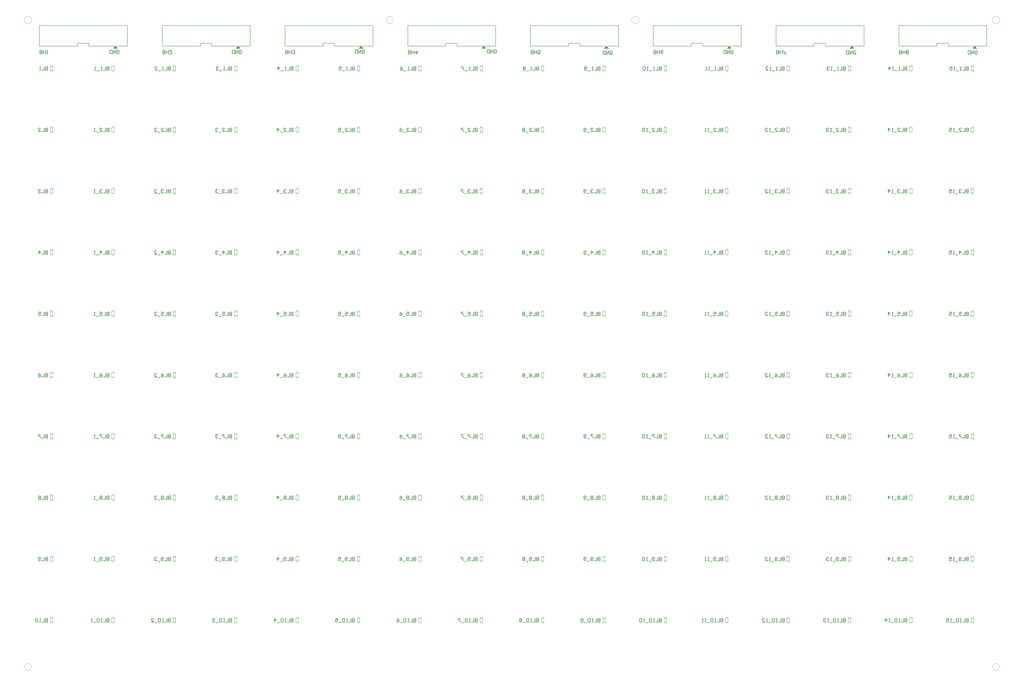
<source format=gbo>
G04 Layer_Color=32896*
%FSLAX25Y25*%
%MOIN*%
G70*
G01*
G75*
%ADD17C,0.00079*%
%ADD18C,0.00600*%
%ADD20C,0.01000*%
%ADD25C,0.00591*%
D17*
X1070058Y1133720D02*
G03*
X1070058Y1133720I-6299J0D01*
G01*
X645058Y1133760D02*
G03*
X645058Y1133760I-6299J0D01*
G01*
X18504Y12239D02*
G03*
X18504Y12239I-6299J0D01*
G01*
X1694827Y12195D02*
G03*
X1694827Y12195I-6299J0D01*
G01*
X1694892Y1133731D02*
G03*
X1694892Y1133731I-6299J0D01*
G01*
X18568Y1133775D02*
G03*
X18568Y1133775I-6299J0D01*
G01*
D18*
X55061Y1045999D02*
Y1049109D01*
X54461Y1045399D02*
X55061Y1045999D01*
X51735Y1045399D02*
X54461D01*
X51135Y1045999D02*
X51735Y1045399D01*
X51135Y1045999D02*
Y1049109D01*
X55061Y1050891D02*
Y1054001D01*
X54461Y1054601D02*
X55061Y1054001D01*
X51735Y1054601D02*
X54461D01*
X51135Y1054001D02*
X51735Y1054601D01*
X51135Y1050891D02*
Y1054001D01*
X55063Y939700D02*
Y942810D01*
X54463Y939100D02*
X55063Y939700D01*
X51737Y939100D02*
X54463D01*
X51137Y939700D02*
X51737Y939100D01*
X51137Y939700D02*
Y942810D01*
X55063Y944591D02*
Y947702D01*
X54463Y948302D02*
X55063Y947702D01*
X51737Y948302D02*
X54463D01*
X51137Y947702D02*
X51737Y948302D01*
X51137Y944591D02*
Y947702D01*
X55063Y833400D02*
Y836511D01*
X54463Y832800D02*
X55063Y833400D01*
X51737Y832800D02*
X54463D01*
X51137Y833400D02*
X51737Y832800D01*
X51137Y833400D02*
Y836511D01*
X55063Y838292D02*
Y841403D01*
X54463Y842003D02*
X55063Y841403D01*
X51737Y842003D02*
X54463D01*
X51137Y841403D02*
X51737Y842003D01*
X51137Y838292D02*
Y841403D01*
X55063Y727101D02*
Y730212D01*
X54463Y726501D02*
X55063Y727101D01*
X51737Y726501D02*
X54463D01*
X51137Y727101D02*
X51737Y726501D01*
X51137Y727101D02*
Y730212D01*
X55063Y731993D02*
Y735104D01*
X54463Y735704D02*
X55063Y735104D01*
X51737Y735704D02*
X54463D01*
X51137Y735104D02*
X51737Y735704D01*
X51137Y731993D02*
Y735104D01*
X55063Y620802D02*
Y623913D01*
X54463Y620202D02*
X55063Y620802D01*
X51737Y620202D02*
X54463D01*
X51137Y620802D02*
X51737Y620202D01*
X51137Y620802D02*
Y623913D01*
X55063Y625694D02*
Y628804D01*
X54463Y629404D02*
X55063Y628804D01*
X51737Y629404D02*
X54463D01*
X51137Y628804D02*
X51737Y629404D01*
X51137Y625694D02*
Y628804D01*
X55063Y514503D02*
Y517613D01*
X54463Y513903D02*
X55063Y514503D01*
X51737Y513903D02*
X54463D01*
X51137Y514503D02*
X51737Y513903D01*
X51137Y514503D02*
Y517613D01*
X55063Y519394D02*
Y522505D01*
X54463Y523105D02*
X55063Y522505D01*
X51737Y523105D02*
X54463D01*
X51137Y522505D02*
X51737Y523105D01*
X51137Y519394D02*
Y522505D01*
X55063Y408204D02*
Y411314D01*
X54463Y407604D02*
X55063Y408204D01*
X51737Y407604D02*
X54463D01*
X51137Y408204D02*
X51737Y407604D01*
X51137Y408204D02*
Y411314D01*
X55063Y413095D02*
Y416206D01*
X54463Y416806D02*
X55063Y416206D01*
X51737Y416806D02*
X54463D01*
X51137Y416206D02*
X51737Y416806D01*
X51137Y413095D02*
Y416206D01*
X55063Y301904D02*
Y305015D01*
X54463Y301304D02*
X55063Y301904D01*
X51737Y301304D02*
X54463D01*
X51137Y301904D02*
X51737Y301304D01*
X51137Y301904D02*
Y305015D01*
X55063Y306796D02*
Y309907D01*
X54463Y310507D02*
X55063Y309907D01*
X51737Y310507D02*
X54463D01*
X51137Y309907D02*
X51737Y310507D01*
X51137Y306796D02*
Y309907D01*
X55063Y195605D02*
Y198716D01*
X54463Y195005D02*
X55063Y195605D01*
X51737Y195005D02*
X54463D01*
X51137Y195605D02*
X51737Y195005D01*
X51137Y195605D02*
Y198716D01*
X55063Y200497D02*
Y203608D01*
X54463Y204207D02*
X55063Y203608D01*
X51737Y204207D02*
X54463D01*
X51137Y203608D02*
X51737Y204207D01*
X51137Y200497D02*
Y203608D01*
X55063Y89306D02*
Y92417D01*
X54463Y88706D02*
X55063Y89306D01*
X51737Y88706D02*
X54463D01*
X51137Y89306D02*
X51737Y88706D01*
X51137Y89306D02*
Y92417D01*
X55063Y94198D02*
Y97308D01*
X54463Y97908D02*
X55063Y97308D01*
X51737Y97908D02*
X54463D01*
X51137Y97308D02*
X51737Y97908D01*
X51137Y94198D02*
Y97308D01*
X161362Y89306D02*
Y92417D01*
X160762Y88706D02*
X161362Y89306D01*
X158036Y88706D02*
X160762D01*
X157436Y89306D02*
X158036Y88706D01*
X157436Y89306D02*
Y92417D01*
X161362Y94198D02*
Y97308D01*
X160762Y97908D02*
X161362Y97308D01*
X158036Y97908D02*
X160762D01*
X157436Y97308D02*
X158036Y97908D01*
X157436Y94198D02*
Y97308D01*
X161362Y195605D02*
Y198716D01*
X160762Y195005D02*
X161362Y195605D01*
X158036Y195005D02*
X160762D01*
X157436Y195605D02*
X158036Y195005D01*
X157436Y195605D02*
Y198716D01*
X161362Y200497D02*
Y203608D01*
X160762Y204207D02*
X161362Y203608D01*
X158036Y204207D02*
X160762D01*
X157436Y203608D02*
X158036Y204207D01*
X157436Y200497D02*
Y203608D01*
X161362Y301904D02*
Y305015D01*
X160762Y301304D02*
X161362Y301904D01*
X158036Y301304D02*
X160762D01*
X157436Y301904D02*
X158036Y301304D01*
X157436Y301904D02*
Y305015D01*
X161362Y306796D02*
Y309907D01*
X160762Y310507D02*
X161362Y309907D01*
X158036Y310507D02*
X160762D01*
X157436Y309907D02*
X158036Y310507D01*
X157436Y306796D02*
Y309907D01*
X161362Y408204D02*
Y411314D01*
X160762Y407604D02*
X161362Y408204D01*
X158036Y407604D02*
X160762D01*
X157436Y408204D02*
X158036Y407604D01*
X157436Y408204D02*
Y411314D01*
X161362Y413095D02*
Y416206D01*
X160762Y416806D02*
X161362Y416206D01*
X158036Y416806D02*
X160762D01*
X157436Y416206D02*
X158036Y416806D01*
X157436Y413095D02*
Y416206D01*
X161362Y514503D02*
Y517613D01*
X160762Y513903D02*
X161362Y514503D01*
X158036Y513903D02*
X160762D01*
X157436Y514503D02*
X158036Y513903D01*
X157436Y514503D02*
Y517613D01*
X161362Y519394D02*
Y522505D01*
X160762Y523105D02*
X161362Y522505D01*
X158036Y523105D02*
X160762D01*
X157436Y522505D02*
X158036Y523105D01*
X157436Y519394D02*
Y522505D01*
X161362Y620802D02*
Y623913D01*
X160762Y620202D02*
X161362Y620802D01*
X158036Y620202D02*
X160762D01*
X157436Y620802D02*
X158036Y620202D01*
X157436Y620802D02*
Y623913D01*
X161362Y625694D02*
Y628804D01*
X160762Y629404D02*
X161362Y628804D01*
X158036Y629404D02*
X160762D01*
X157436Y628804D02*
X158036Y629404D01*
X157436Y625694D02*
Y628804D01*
X161362Y727101D02*
Y730212D01*
X160762Y726501D02*
X161362Y727101D01*
X158036Y726501D02*
X160762D01*
X157436Y727101D02*
X158036Y726501D01*
X157436Y727101D02*
Y730212D01*
X161362Y731993D02*
Y735104D01*
X160762Y735704D02*
X161362Y735104D01*
X158036Y735704D02*
X160762D01*
X157436Y735104D02*
X158036Y735704D01*
X157436Y731993D02*
Y735104D01*
X161362Y833400D02*
Y836511D01*
X160762Y832800D02*
X161362Y833400D01*
X158036Y832800D02*
X160762D01*
X157436Y833400D02*
X158036Y832800D01*
X157436Y833400D02*
Y836511D01*
X161362Y838292D02*
Y841403D01*
X160762Y842003D02*
X161362Y841403D01*
X158036Y842003D02*
X160762D01*
X157436Y841403D02*
X158036Y842003D01*
X157436Y838292D02*
Y841403D01*
X161362Y939700D02*
Y942810D01*
X160762Y939100D02*
X161362Y939700D01*
X158036Y939100D02*
X160762D01*
X157436Y939700D02*
X158036Y939100D01*
X157436Y939700D02*
Y942810D01*
X161362Y944591D02*
Y947702D01*
X160762Y948302D02*
X161362Y947702D01*
X158036Y948302D02*
X160762D01*
X157436Y947702D02*
X158036Y948302D01*
X157436Y944591D02*
Y947702D01*
X161362Y1045999D02*
Y1049109D01*
X160762Y1045399D02*
X161362Y1045999D01*
X158036Y1045399D02*
X160762D01*
X157436Y1045999D02*
X158036Y1045399D01*
X157436Y1045999D02*
Y1049109D01*
X161362Y1050891D02*
Y1054001D01*
X160762Y1054601D02*
X161362Y1054001D01*
X158036Y1054601D02*
X160762D01*
X157436Y1054001D02*
X158036Y1054601D01*
X157436Y1050891D02*
Y1054001D01*
X267661Y89306D02*
Y92417D01*
X267061Y88706D02*
X267661Y89306D01*
X264335Y88706D02*
X267061D01*
X263735Y89306D02*
X264335Y88706D01*
X263735Y89306D02*
Y92417D01*
X267661Y94198D02*
Y97308D01*
X267061Y97908D02*
X267661Y97308D01*
X264335Y97908D02*
X267061D01*
X263735Y97308D02*
X264335Y97908D01*
X263735Y94198D02*
Y97308D01*
X267661Y195605D02*
Y198716D01*
X267061Y195005D02*
X267661Y195605D01*
X264335Y195005D02*
X267061D01*
X263735Y195605D02*
X264335Y195005D01*
X263735Y195605D02*
Y198716D01*
X267661Y200497D02*
Y203608D01*
X267061Y204207D02*
X267661Y203608D01*
X264335Y204207D02*
X267061D01*
X263735Y203608D02*
X264335Y204207D01*
X263735Y200497D02*
Y203608D01*
X267661Y301904D02*
Y305015D01*
X267061Y301304D02*
X267661Y301904D01*
X264335Y301304D02*
X267061D01*
X263735Y301904D02*
X264335Y301304D01*
X263735Y301904D02*
Y305015D01*
X267661Y306796D02*
Y309907D01*
X267061Y310507D02*
X267661Y309907D01*
X264335Y310507D02*
X267061D01*
X263735Y309907D02*
X264335Y310507D01*
X263735Y306796D02*
Y309907D01*
X267661Y408204D02*
Y411314D01*
X267061Y407604D02*
X267661Y408204D01*
X264335Y407604D02*
X267061D01*
X263735Y408204D02*
X264335Y407604D01*
X263735Y408204D02*
Y411314D01*
X267661Y413095D02*
Y416206D01*
X267061Y416806D02*
X267661Y416206D01*
X264335Y416806D02*
X267061D01*
X263735Y416206D02*
X264335Y416806D01*
X263735Y413095D02*
Y416206D01*
X267661Y514503D02*
Y517613D01*
X267061Y513903D02*
X267661Y514503D01*
X264335Y513903D02*
X267061D01*
X263735Y514503D02*
X264335Y513903D01*
X263735Y514503D02*
Y517613D01*
X267661Y519394D02*
Y522505D01*
X267061Y523105D02*
X267661Y522505D01*
X264335Y523105D02*
X267061D01*
X263735Y522505D02*
X264335Y523105D01*
X263735Y519394D02*
Y522505D01*
X267661Y620802D02*
Y623913D01*
X267061Y620202D02*
X267661Y620802D01*
X264335Y620202D02*
X267061D01*
X263735Y620802D02*
X264335Y620202D01*
X263735Y620802D02*
Y623913D01*
X267661Y625694D02*
Y628804D01*
X267061Y629404D02*
X267661Y628804D01*
X264335Y629404D02*
X267061D01*
X263735Y628804D02*
X264335Y629404D01*
X263735Y625694D02*
Y628804D01*
X267661Y727101D02*
Y730212D01*
X267061Y726501D02*
X267661Y727101D01*
X264335Y726501D02*
X267061D01*
X263735Y727101D02*
X264335Y726501D01*
X263735Y727101D02*
Y730212D01*
X267661Y731993D02*
Y735104D01*
X267061Y735704D02*
X267661Y735104D01*
X264335Y735704D02*
X267061D01*
X263735Y735104D02*
X264335Y735704D01*
X263735Y731993D02*
Y735104D01*
X267661Y833400D02*
Y836511D01*
X267061Y832800D02*
X267661Y833400D01*
X264335Y832800D02*
X267061D01*
X263735Y833400D02*
X264335Y832800D01*
X263735Y833400D02*
Y836511D01*
X267661Y838292D02*
Y841403D01*
X267061Y842003D02*
X267661Y841403D01*
X264335Y842003D02*
X267061D01*
X263735Y841403D02*
X264335Y842003D01*
X263735Y838292D02*
Y841403D01*
X267661Y939700D02*
Y942810D01*
X267061Y939100D02*
X267661Y939700D01*
X264335Y939100D02*
X267061D01*
X263735Y939700D02*
X264335Y939100D01*
X263735Y939700D02*
Y942810D01*
X267661Y944591D02*
Y947702D01*
X267061Y948302D02*
X267661Y947702D01*
X264335Y948302D02*
X267061D01*
X263735Y947702D02*
X264335Y948302D01*
X263735Y944591D02*
Y947702D01*
X267661Y1045999D02*
Y1049109D01*
X267061Y1045399D02*
X267661Y1045999D01*
X264335Y1045399D02*
X267061D01*
X263735Y1045999D02*
X264335Y1045399D01*
X263735Y1045999D02*
Y1049109D01*
X267661Y1050891D02*
Y1054001D01*
X267061Y1054601D02*
X267661Y1054001D01*
X264335Y1054601D02*
X267061D01*
X263735Y1054001D02*
X264335Y1054601D01*
X263735Y1050891D02*
Y1054001D01*
X373961Y89306D02*
Y92417D01*
X373361Y88706D02*
X373961Y89306D01*
X370635Y88706D02*
X373361D01*
X370035Y89306D02*
X370635Y88706D01*
X370035Y89306D02*
Y92417D01*
X373961Y94198D02*
Y97308D01*
X373361Y97908D02*
X373961Y97308D01*
X370635Y97908D02*
X373361D01*
X370035Y97308D02*
X370635Y97908D01*
X370035Y94198D02*
Y97308D01*
X373961Y195605D02*
Y198716D01*
X373361Y195005D02*
X373961Y195605D01*
X370635Y195005D02*
X373361D01*
X370035Y195605D02*
X370635Y195005D01*
X370035Y195605D02*
Y198716D01*
X373961Y200497D02*
Y203608D01*
X373361Y204207D02*
X373961Y203608D01*
X370635Y204207D02*
X373361D01*
X370035Y203608D02*
X370635Y204207D01*
X370035Y200497D02*
Y203608D01*
X373961Y301904D02*
Y305015D01*
X373361Y301304D02*
X373961Y301904D01*
X370635Y301304D02*
X373361D01*
X370035Y301904D02*
X370635Y301304D01*
X370035Y301904D02*
Y305015D01*
X373961Y306796D02*
Y309907D01*
X373361Y310507D02*
X373961Y309907D01*
X370635Y310507D02*
X373361D01*
X370035Y309907D02*
X370635Y310507D01*
X370035Y306796D02*
Y309907D01*
X373961Y408204D02*
Y411314D01*
X373361Y407604D02*
X373961Y408204D01*
X370635Y407604D02*
X373361D01*
X370035Y408204D02*
X370635Y407604D01*
X370035Y408204D02*
Y411314D01*
X373961Y413095D02*
Y416206D01*
X373361Y416806D02*
X373961Y416206D01*
X370635Y416806D02*
X373361D01*
X370035Y416206D02*
X370635Y416806D01*
X370035Y413095D02*
Y416206D01*
X373961Y514503D02*
Y517613D01*
X373361Y513903D02*
X373961Y514503D01*
X370635Y513903D02*
X373361D01*
X370035Y514503D02*
X370635Y513903D01*
X370035Y514503D02*
Y517613D01*
X373961Y519394D02*
Y522505D01*
X373361Y523105D02*
X373961Y522505D01*
X370635Y523105D02*
X373361D01*
X370035Y522505D02*
X370635Y523105D01*
X370035Y519394D02*
Y522505D01*
X373961Y620802D02*
Y623913D01*
X373361Y620202D02*
X373961Y620802D01*
X370635Y620202D02*
X373361D01*
X370035Y620802D02*
X370635Y620202D01*
X370035Y620802D02*
Y623913D01*
X373961Y625694D02*
Y628804D01*
X373361Y629404D02*
X373961Y628804D01*
X370635Y629404D02*
X373361D01*
X370035Y628804D02*
X370635Y629404D01*
X370035Y625694D02*
Y628804D01*
X373961Y727101D02*
Y730212D01*
X373361Y726501D02*
X373961Y727101D01*
X370635Y726501D02*
X373361D01*
X370035Y727101D02*
X370635Y726501D01*
X370035Y727101D02*
Y730212D01*
X373961Y731993D02*
Y735104D01*
X373361Y735704D02*
X373961Y735104D01*
X370635Y735704D02*
X373361D01*
X370035Y735104D02*
X370635Y735704D01*
X370035Y731993D02*
Y735104D01*
X373961Y833400D02*
Y836511D01*
X373361Y832800D02*
X373961Y833400D01*
X370635Y832800D02*
X373361D01*
X370035Y833400D02*
X370635Y832800D01*
X370035Y833400D02*
Y836511D01*
X373961Y838292D02*
Y841403D01*
X373361Y842003D02*
X373961Y841403D01*
X370635Y842003D02*
X373361D01*
X370035Y841403D02*
X370635Y842003D01*
X370035Y838292D02*
Y841403D01*
X373961Y939700D02*
Y942810D01*
X373361Y939100D02*
X373961Y939700D01*
X370635Y939100D02*
X373361D01*
X370035Y939700D02*
X370635Y939100D01*
X370035Y939700D02*
Y942810D01*
X373961Y944591D02*
Y947702D01*
X373361Y948302D02*
X373961Y947702D01*
X370635Y948302D02*
X373361D01*
X370035Y947702D02*
X370635Y948302D01*
X370035Y944591D02*
Y947702D01*
X373961Y1045999D02*
Y1049109D01*
X373361Y1045399D02*
X373961Y1045999D01*
X370635Y1045399D02*
X373361D01*
X370035Y1045999D02*
X370635Y1045399D01*
X370035Y1045999D02*
Y1049109D01*
X373961Y1050891D02*
Y1054001D01*
X373361Y1054601D02*
X373961Y1054001D01*
X370635Y1054601D02*
X373361D01*
X370035Y1054001D02*
X370635Y1054601D01*
X370035Y1050891D02*
Y1054001D01*
X480260Y89306D02*
Y92417D01*
X479660Y88706D02*
X480260Y89306D01*
X476934Y88706D02*
X479660D01*
X476334Y89306D02*
X476934Y88706D01*
X476334Y89306D02*
Y92417D01*
X480260Y94198D02*
Y97308D01*
X479660Y97908D02*
X480260Y97308D01*
X476934Y97908D02*
X479660D01*
X476334Y97308D02*
X476934Y97908D01*
X476334Y94198D02*
Y97308D01*
X480260Y195605D02*
Y198716D01*
X479660Y195005D02*
X480260Y195605D01*
X476934Y195005D02*
X479660D01*
X476334Y195605D02*
X476934Y195005D01*
X476334Y195605D02*
Y198716D01*
X480260Y200497D02*
Y203608D01*
X479660Y204207D02*
X480260Y203608D01*
X476934Y204207D02*
X479660D01*
X476334Y203608D02*
X476934Y204207D01*
X476334Y200497D02*
Y203608D01*
X480260Y301904D02*
Y305015D01*
X479660Y301304D02*
X480260Y301904D01*
X476934Y301304D02*
X479660D01*
X476334Y301904D02*
X476934Y301304D01*
X476334Y301904D02*
Y305015D01*
X480260Y306796D02*
Y309907D01*
X479660Y310507D02*
X480260Y309907D01*
X476934Y310507D02*
X479660D01*
X476334Y309907D02*
X476934Y310507D01*
X476334Y306796D02*
Y309907D01*
X480260Y408204D02*
Y411314D01*
X479660Y407604D02*
X480260Y408204D01*
X476934Y407604D02*
X479660D01*
X476334Y408204D02*
X476934Y407604D01*
X476334Y408204D02*
Y411314D01*
X480260Y413095D02*
Y416206D01*
X479660Y416806D02*
X480260Y416206D01*
X476934Y416806D02*
X479660D01*
X476334Y416206D02*
X476934Y416806D01*
X476334Y413095D02*
Y416206D01*
X480260Y514503D02*
Y517613D01*
X479660Y513903D02*
X480260Y514503D01*
X476934Y513903D02*
X479660D01*
X476334Y514503D02*
X476934Y513903D01*
X476334Y514503D02*
Y517613D01*
X480260Y519394D02*
Y522505D01*
X479660Y523105D02*
X480260Y522505D01*
X476934Y523105D02*
X479660D01*
X476334Y522505D02*
X476934Y523105D01*
X476334Y519394D02*
Y522505D01*
X480260Y620802D02*
Y623913D01*
X479660Y620202D02*
X480260Y620802D01*
X476934Y620202D02*
X479660D01*
X476334Y620802D02*
X476934Y620202D01*
X476334Y620802D02*
Y623913D01*
X480260Y625694D02*
Y628804D01*
X479660Y629404D02*
X480260Y628804D01*
X476934Y629404D02*
X479660D01*
X476334Y628804D02*
X476934Y629404D01*
X476334Y625694D02*
Y628804D01*
X480260Y727101D02*
Y730212D01*
X479660Y726501D02*
X480260Y727101D01*
X476934Y726501D02*
X479660D01*
X476334Y727101D02*
X476934Y726501D01*
X476334Y727101D02*
Y730212D01*
X480260Y731993D02*
Y735104D01*
X479660Y735704D02*
X480260Y735104D01*
X476934Y735704D02*
X479660D01*
X476334Y735104D02*
X476934Y735704D01*
X476334Y731993D02*
Y735104D01*
X480260Y833400D02*
Y836511D01*
X479660Y832800D02*
X480260Y833400D01*
X476934Y832800D02*
X479660D01*
X476334Y833400D02*
X476934Y832800D01*
X476334Y833400D02*
Y836511D01*
X480260Y838292D02*
Y841403D01*
X479660Y842003D02*
X480260Y841403D01*
X476934Y842003D02*
X479660D01*
X476334Y841403D02*
X476934Y842003D01*
X476334Y838292D02*
Y841403D01*
X480260Y939700D02*
Y942810D01*
X479660Y939100D02*
X480260Y939700D01*
X476934Y939100D02*
X479660D01*
X476334Y939700D02*
X476934Y939100D01*
X476334Y939700D02*
Y942810D01*
X480260Y944591D02*
Y947702D01*
X479660Y948302D02*
X480260Y947702D01*
X476934Y948302D02*
X479660D01*
X476334Y947702D02*
X476934Y948302D01*
X476334Y944591D02*
Y947702D01*
X480260Y1045999D02*
Y1049109D01*
X479660Y1045399D02*
X480260Y1045999D01*
X476934Y1045399D02*
X479660D01*
X476334Y1045999D02*
X476934Y1045399D01*
X476334Y1045999D02*
Y1049109D01*
X480260Y1050891D02*
Y1054001D01*
X479660Y1054601D02*
X480260Y1054001D01*
X476934Y1054601D02*
X479660D01*
X476334Y1054001D02*
X476934Y1054601D01*
X476334Y1050891D02*
Y1054001D01*
X586559Y89306D02*
Y92417D01*
X585959Y88706D02*
X586559Y89306D01*
X583233Y88706D02*
X585959D01*
X582633Y89306D02*
X583233Y88706D01*
X582633Y89306D02*
Y92417D01*
X586559Y94198D02*
Y97308D01*
X585959Y97908D02*
X586559Y97308D01*
X583233Y97908D02*
X585959D01*
X582633Y97308D02*
X583233Y97908D01*
X582633Y94198D02*
Y97308D01*
X586559Y195605D02*
Y198716D01*
X585959Y195005D02*
X586559Y195605D01*
X583233Y195005D02*
X585959D01*
X582633Y195605D02*
X583233Y195005D01*
X582633Y195605D02*
Y198716D01*
X586559Y200497D02*
Y203608D01*
X585959Y204207D02*
X586559Y203608D01*
X583233Y204207D02*
X585959D01*
X582633Y203608D02*
X583233Y204207D01*
X582633Y200497D02*
Y203608D01*
X586559Y301904D02*
Y305015D01*
X585959Y301304D02*
X586559Y301904D01*
X583233Y301304D02*
X585959D01*
X582633Y301904D02*
X583233Y301304D01*
X582633Y301904D02*
Y305015D01*
X586559Y306796D02*
Y309907D01*
X585959Y310507D02*
X586559Y309907D01*
X583233Y310507D02*
X585959D01*
X582633Y309907D02*
X583233Y310507D01*
X582633Y306796D02*
Y309907D01*
X586559Y408204D02*
Y411314D01*
X585959Y407604D02*
X586559Y408204D01*
X583233Y407604D02*
X585959D01*
X582633Y408204D02*
X583233Y407604D01*
X582633Y408204D02*
Y411314D01*
X586559Y413095D02*
Y416206D01*
X585959Y416806D02*
X586559Y416206D01*
X583233Y416806D02*
X585959D01*
X582633Y416206D02*
X583233Y416806D01*
X582633Y413095D02*
Y416206D01*
X586559Y514503D02*
Y517613D01*
X585959Y513903D02*
X586559Y514503D01*
X583233Y513903D02*
X585959D01*
X582633Y514503D02*
X583233Y513903D01*
X582633Y514503D02*
Y517613D01*
X586559Y519394D02*
Y522505D01*
X585959Y523105D02*
X586559Y522505D01*
X583233Y523105D02*
X585959D01*
X582633Y522505D02*
X583233Y523105D01*
X582633Y519394D02*
Y522505D01*
X586559Y620802D02*
Y623913D01*
X585959Y620202D02*
X586559Y620802D01*
X583233Y620202D02*
X585959D01*
X582633Y620802D02*
X583233Y620202D01*
X582633Y620802D02*
Y623913D01*
X586559Y625694D02*
Y628804D01*
X585959Y629404D02*
X586559Y628804D01*
X583233Y629404D02*
X585959D01*
X582633Y628804D02*
X583233Y629404D01*
X582633Y625694D02*
Y628804D01*
X586559Y727101D02*
Y730212D01*
X585959Y726501D02*
X586559Y727101D01*
X583233Y726501D02*
X585959D01*
X582633Y727101D02*
X583233Y726501D01*
X582633Y727101D02*
Y730212D01*
X586559Y731993D02*
Y735104D01*
X585959Y735704D02*
X586559Y735104D01*
X583233Y735704D02*
X585959D01*
X582633Y735104D02*
X583233Y735704D01*
X582633Y731993D02*
Y735104D01*
X586559Y833400D02*
Y836511D01*
X585959Y832800D02*
X586559Y833400D01*
X583233Y832800D02*
X585959D01*
X582633Y833400D02*
X583233Y832800D01*
X582633Y833400D02*
Y836511D01*
X586559Y838292D02*
Y841403D01*
X585959Y842003D02*
X586559Y841403D01*
X583233Y842003D02*
X585959D01*
X582633Y841403D02*
X583233Y842003D01*
X582633Y838292D02*
Y841403D01*
X586559Y939700D02*
Y942810D01*
X585959Y939100D02*
X586559Y939700D01*
X583233Y939100D02*
X585959D01*
X582633Y939700D02*
X583233Y939100D01*
X582633Y939700D02*
Y942810D01*
X586559Y944591D02*
Y947702D01*
X585959Y948302D02*
X586559Y947702D01*
X583233Y948302D02*
X585959D01*
X582633Y947702D02*
X583233Y948302D01*
X582633Y944591D02*
Y947702D01*
X586559Y1045999D02*
Y1049109D01*
X585959Y1045399D02*
X586559Y1045999D01*
X583233Y1045399D02*
X585959D01*
X582633Y1045999D02*
X583233Y1045399D01*
X582633Y1045999D02*
Y1049109D01*
X586559Y1050891D02*
Y1054001D01*
X585959Y1054601D02*
X586559Y1054001D01*
X583233Y1054601D02*
X585959D01*
X582633Y1054001D02*
X583233Y1054601D01*
X582633Y1050891D02*
Y1054001D01*
X692858Y89306D02*
Y92417D01*
X692258Y88706D02*
X692858Y89306D01*
X689532Y88706D02*
X692258D01*
X688932Y89306D02*
X689532Y88706D01*
X688932Y89306D02*
Y92417D01*
X692858Y94198D02*
Y97308D01*
X692258Y97908D02*
X692858Y97308D01*
X689532Y97908D02*
X692258D01*
X688932Y97308D02*
X689532Y97908D01*
X688932Y94198D02*
Y97308D01*
X692858Y195605D02*
Y198716D01*
X692258Y195005D02*
X692858Y195605D01*
X689532Y195005D02*
X692258D01*
X688932Y195605D02*
X689532Y195005D01*
X688932Y195605D02*
Y198716D01*
X692858Y200497D02*
Y203608D01*
X692258Y204207D02*
X692858Y203608D01*
X689532Y204207D02*
X692258D01*
X688932Y203608D02*
X689532Y204207D01*
X688932Y200497D02*
Y203608D01*
X692858Y301904D02*
Y305015D01*
X692258Y301304D02*
X692858Y301904D01*
X689532Y301304D02*
X692258D01*
X688932Y301904D02*
X689532Y301304D01*
X688932Y301904D02*
Y305015D01*
X692858Y306796D02*
Y309907D01*
X692258Y310507D02*
X692858Y309907D01*
X689532Y310507D02*
X692258D01*
X688932Y309907D02*
X689532Y310507D01*
X688932Y306796D02*
Y309907D01*
X692858Y408204D02*
Y411314D01*
X692258Y407604D02*
X692858Y408204D01*
X689532Y407604D02*
X692258D01*
X688932Y408204D02*
X689532Y407604D01*
X688932Y408204D02*
Y411314D01*
X692858Y413095D02*
Y416206D01*
X692258Y416806D02*
X692858Y416206D01*
X689532Y416806D02*
X692258D01*
X688932Y416206D02*
X689532Y416806D01*
X688932Y413095D02*
Y416206D01*
X692858Y514503D02*
Y517613D01*
X692258Y513903D02*
X692858Y514503D01*
X689532Y513903D02*
X692258D01*
X688932Y514503D02*
X689532Y513903D01*
X688932Y514503D02*
Y517613D01*
X692858Y519394D02*
Y522505D01*
X692258Y523105D02*
X692858Y522505D01*
X689532Y523105D02*
X692258D01*
X688932Y522505D02*
X689532Y523105D01*
X688932Y519394D02*
Y522505D01*
X692858Y620802D02*
Y623913D01*
X692258Y620202D02*
X692858Y620802D01*
X689532Y620202D02*
X692258D01*
X688932Y620802D02*
X689532Y620202D01*
X688932Y620802D02*
Y623913D01*
X692858Y625694D02*
Y628804D01*
X692258Y629404D02*
X692858Y628804D01*
X689532Y629404D02*
X692258D01*
X688932Y628804D02*
X689532Y629404D01*
X688932Y625694D02*
Y628804D01*
X692858Y727101D02*
Y730212D01*
X692258Y726501D02*
X692858Y727101D01*
X689532Y726501D02*
X692258D01*
X688932Y727101D02*
X689532Y726501D01*
X688932Y727101D02*
Y730212D01*
X692858Y731993D02*
Y735104D01*
X692258Y735704D02*
X692858Y735104D01*
X689532Y735704D02*
X692258D01*
X688932Y735104D02*
X689532Y735704D01*
X688932Y731993D02*
Y735104D01*
X692858Y833400D02*
Y836511D01*
X692258Y832800D02*
X692858Y833400D01*
X689532Y832800D02*
X692258D01*
X688932Y833400D02*
X689532Y832800D01*
X688932Y833400D02*
Y836511D01*
X692858Y838292D02*
Y841403D01*
X692258Y842003D02*
X692858Y841403D01*
X689532Y842003D02*
X692258D01*
X688932Y841403D02*
X689532Y842003D01*
X688932Y838292D02*
Y841403D01*
X692858Y939700D02*
Y942810D01*
X692258Y939100D02*
X692858Y939700D01*
X689532Y939100D02*
X692258D01*
X688932Y939700D02*
X689532Y939100D01*
X688932Y939700D02*
Y942810D01*
X692858Y944591D02*
Y947702D01*
X692258Y948302D02*
X692858Y947702D01*
X689532Y948302D02*
X692258D01*
X688932Y947702D02*
X689532Y948302D01*
X688932Y944591D02*
Y947702D01*
X692858Y1045999D02*
Y1049109D01*
X692258Y1045399D02*
X692858Y1045999D01*
X689532Y1045399D02*
X692258D01*
X688932Y1045999D02*
X689532Y1045399D01*
X688932Y1045999D02*
Y1049109D01*
X692858Y1050891D02*
Y1054001D01*
X692258Y1054601D02*
X692858Y1054001D01*
X689532Y1054601D02*
X692258D01*
X688932Y1054001D02*
X689532Y1054601D01*
X688932Y1050891D02*
Y1054001D01*
X799157Y89306D02*
Y92417D01*
X798558Y88706D02*
X799157Y89306D01*
X795831Y88706D02*
X798558D01*
X795231Y89306D02*
X795831Y88706D01*
X795231Y89306D02*
Y92417D01*
X799157Y94198D02*
Y97308D01*
X798558Y97908D02*
X799157Y97308D01*
X795831Y97908D02*
X798558D01*
X795231Y97308D02*
X795831Y97908D01*
X795231Y94198D02*
Y97308D01*
X799157Y195605D02*
Y198716D01*
X798558Y195005D02*
X799157Y195605D01*
X795831Y195005D02*
X798558D01*
X795231Y195605D02*
X795831Y195005D01*
X795231Y195605D02*
Y198716D01*
X799157Y200497D02*
Y203608D01*
X798558Y204207D02*
X799157Y203608D01*
X795831Y204207D02*
X798558D01*
X795231Y203608D02*
X795831Y204207D01*
X795231Y200497D02*
Y203608D01*
X799157Y301904D02*
Y305015D01*
X798558Y301304D02*
X799157Y301904D01*
X795831Y301304D02*
X798558D01*
X795231Y301904D02*
X795831Y301304D01*
X795231Y301904D02*
Y305015D01*
X799157Y306796D02*
Y309907D01*
X798558Y310507D02*
X799157Y309907D01*
X795831Y310507D02*
X798558D01*
X795231Y309907D02*
X795831Y310507D01*
X795231Y306796D02*
Y309907D01*
X799157Y408204D02*
Y411314D01*
X798558Y407604D02*
X799157Y408204D01*
X795831Y407604D02*
X798558D01*
X795231Y408204D02*
X795831Y407604D01*
X795231Y408204D02*
Y411314D01*
X799157Y413095D02*
Y416206D01*
X798558Y416806D02*
X799157Y416206D01*
X795831Y416806D02*
X798558D01*
X795231Y416206D02*
X795831Y416806D01*
X795231Y413095D02*
Y416206D01*
X799157Y514503D02*
Y517613D01*
X798558Y513903D02*
X799157Y514503D01*
X795831Y513903D02*
X798558D01*
X795231Y514503D02*
X795831Y513903D01*
X795231Y514503D02*
Y517613D01*
X799157Y519394D02*
Y522505D01*
X798558Y523105D02*
X799157Y522505D01*
X795831Y523105D02*
X798558D01*
X795231Y522505D02*
X795831Y523105D01*
X795231Y519394D02*
Y522505D01*
X799157Y620802D02*
Y623913D01*
X798558Y620202D02*
X799157Y620802D01*
X795831Y620202D02*
X798558D01*
X795231Y620802D02*
X795831Y620202D01*
X795231Y620802D02*
Y623913D01*
X799157Y625694D02*
Y628804D01*
X798558Y629404D02*
X799157Y628804D01*
X795831Y629404D02*
X798558D01*
X795231Y628804D02*
X795831Y629404D01*
X795231Y625694D02*
Y628804D01*
X799157Y727101D02*
Y730212D01*
X798558Y726501D02*
X799157Y727101D01*
X795831Y726501D02*
X798558D01*
X795231Y727101D02*
X795831Y726501D01*
X795231Y727101D02*
Y730212D01*
X799157Y731993D02*
Y735104D01*
X798558Y735704D02*
X799157Y735104D01*
X795831Y735704D02*
X798558D01*
X795231Y735104D02*
X795831Y735704D01*
X795231Y731993D02*
Y735104D01*
X799157Y833400D02*
Y836511D01*
X798558Y832800D02*
X799157Y833400D01*
X795831Y832800D02*
X798558D01*
X795231Y833400D02*
X795831Y832800D01*
X795231Y833400D02*
Y836511D01*
X799157Y838292D02*
Y841403D01*
X798558Y842003D02*
X799157Y841403D01*
X795831Y842003D02*
X798558D01*
X795231Y841403D02*
X795831Y842003D01*
X795231Y838292D02*
Y841403D01*
X799157Y939700D02*
Y942810D01*
X798558Y939100D02*
X799157Y939700D01*
X795831Y939100D02*
X798558D01*
X795231Y939700D02*
X795831Y939100D01*
X795231Y939700D02*
Y942810D01*
X799157Y944591D02*
Y947702D01*
X798558Y948302D02*
X799157Y947702D01*
X795831Y948302D02*
X798558D01*
X795231Y947702D02*
X795831Y948302D01*
X795231Y944591D02*
Y947702D01*
X799157Y1045999D02*
Y1049109D01*
X798558Y1045399D02*
X799157Y1045999D01*
X795831Y1045399D02*
X798558D01*
X795231Y1045999D02*
X795831Y1045399D01*
X795231Y1045999D02*
Y1049109D01*
X799157Y1050891D02*
Y1054001D01*
X798558Y1054601D02*
X799157Y1054001D01*
X795831Y1054601D02*
X798558D01*
X795231Y1054001D02*
X795831Y1054601D01*
X795231Y1050891D02*
Y1054001D01*
X905457Y89306D02*
Y92417D01*
X904857Y88706D02*
X905457Y89306D01*
X902131Y88706D02*
X904857D01*
X901531Y89306D02*
X902131Y88706D01*
X901531Y89306D02*
Y92417D01*
X905457Y94198D02*
Y97308D01*
X904857Y97908D02*
X905457Y97308D01*
X902131Y97908D02*
X904857D01*
X901531Y97308D02*
X902131Y97908D01*
X901531Y94198D02*
Y97308D01*
X905457Y195605D02*
Y198716D01*
X904857Y195005D02*
X905457Y195605D01*
X902131Y195005D02*
X904857D01*
X901531Y195605D02*
X902131Y195005D01*
X901531Y195605D02*
Y198716D01*
X905457Y200497D02*
Y203608D01*
X904857Y204207D02*
X905457Y203608D01*
X902131Y204207D02*
X904857D01*
X901531Y203608D02*
X902131Y204207D01*
X901531Y200497D02*
Y203608D01*
X905457Y301904D02*
Y305015D01*
X904857Y301304D02*
X905457Y301904D01*
X902131Y301304D02*
X904857D01*
X901531Y301904D02*
X902131Y301304D01*
X901531Y301904D02*
Y305015D01*
X905457Y306796D02*
Y309907D01*
X904857Y310507D02*
X905457Y309907D01*
X902131Y310507D02*
X904857D01*
X901531Y309907D02*
X902131Y310507D01*
X901531Y306796D02*
Y309907D01*
X905457Y408204D02*
Y411314D01*
X904857Y407604D02*
X905457Y408204D01*
X902131Y407604D02*
X904857D01*
X901531Y408204D02*
X902131Y407604D01*
X901531Y408204D02*
Y411314D01*
X905457Y413095D02*
Y416206D01*
X904857Y416806D02*
X905457Y416206D01*
X902131Y416806D02*
X904857D01*
X901531Y416206D02*
X902131Y416806D01*
X901531Y413095D02*
Y416206D01*
X905457Y514503D02*
Y517613D01*
X904857Y513903D02*
X905457Y514503D01*
X902131Y513903D02*
X904857D01*
X901531Y514503D02*
X902131Y513903D01*
X901531Y514503D02*
Y517613D01*
X905457Y519394D02*
Y522505D01*
X904857Y523105D02*
X905457Y522505D01*
X902131Y523105D02*
X904857D01*
X901531Y522505D02*
X902131Y523105D01*
X901531Y519394D02*
Y522505D01*
X905457Y620802D02*
Y623913D01*
X904857Y620202D02*
X905457Y620802D01*
X902131Y620202D02*
X904857D01*
X901531Y620802D02*
X902131Y620202D01*
X901531Y620802D02*
Y623913D01*
X905457Y625694D02*
Y628804D01*
X904857Y629404D02*
X905457Y628804D01*
X902131Y629404D02*
X904857D01*
X901531Y628804D02*
X902131Y629404D01*
X901531Y625694D02*
Y628804D01*
X905457Y727101D02*
Y730212D01*
X904857Y726501D02*
X905457Y727101D01*
X902131Y726501D02*
X904857D01*
X901531Y727101D02*
X902131Y726501D01*
X901531Y727101D02*
Y730212D01*
X905457Y731993D02*
Y735104D01*
X904857Y735704D02*
X905457Y735104D01*
X902131Y735704D02*
X904857D01*
X901531Y735104D02*
X902131Y735704D01*
X901531Y731993D02*
Y735104D01*
X905457Y833400D02*
Y836511D01*
X904857Y832800D02*
X905457Y833400D01*
X902131Y832800D02*
X904857D01*
X901531Y833400D02*
X902131Y832800D01*
X901531Y833400D02*
Y836511D01*
X905457Y838292D02*
Y841403D01*
X904857Y842003D02*
X905457Y841403D01*
X902131Y842003D02*
X904857D01*
X901531Y841403D02*
X902131Y842003D01*
X901531Y838292D02*
Y841403D01*
X905457Y939700D02*
Y942810D01*
X904857Y939100D02*
X905457Y939700D01*
X902131Y939100D02*
X904857D01*
X901531Y939700D02*
X902131Y939100D01*
X901531Y939700D02*
Y942810D01*
X905457Y944591D02*
Y947702D01*
X904857Y948302D02*
X905457Y947702D01*
X902131Y948302D02*
X904857D01*
X901531Y947702D02*
X902131Y948302D01*
X901531Y944591D02*
Y947702D01*
X905457Y1045999D02*
Y1049109D01*
X904857Y1045399D02*
X905457Y1045999D01*
X902131Y1045399D02*
X904857D01*
X901531Y1045999D02*
X902131Y1045399D01*
X901531Y1045999D02*
Y1049109D01*
X905457Y1050891D02*
Y1054001D01*
X904857Y1054601D02*
X905457Y1054001D01*
X902131Y1054601D02*
X904857D01*
X901531Y1054001D02*
X902131Y1054601D01*
X901531Y1050891D02*
Y1054001D01*
X1011756Y89306D02*
Y92417D01*
X1011156Y88706D02*
X1011756Y89306D01*
X1008430Y88706D02*
X1011156D01*
X1007830Y89306D02*
X1008430Y88706D01*
X1007830Y89306D02*
Y92417D01*
X1011756Y94198D02*
Y97308D01*
X1011156Y97908D02*
X1011756Y97308D01*
X1008430Y97908D02*
X1011156D01*
X1007830Y97308D02*
X1008430Y97908D01*
X1007830Y94198D02*
Y97308D01*
X1011756Y195605D02*
Y198716D01*
X1011156Y195005D02*
X1011756Y195605D01*
X1008430Y195005D02*
X1011156D01*
X1007830Y195605D02*
X1008430Y195005D01*
X1007830Y195605D02*
Y198716D01*
X1011756Y200497D02*
Y203608D01*
X1011156Y204207D02*
X1011756Y203608D01*
X1008430Y204207D02*
X1011156D01*
X1007830Y203608D02*
X1008430Y204207D01*
X1007830Y200497D02*
Y203608D01*
X1011756Y301904D02*
Y305015D01*
X1011156Y301304D02*
X1011756Y301904D01*
X1008430Y301304D02*
X1011156D01*
X1007830Y301904D02*
X1008430Y301304D01*
X1007830Y301904D02*
Y305015D01*
X1011756Y306796D02*
Y309907D01*
X1011156Y310507D02*
X1011756Y309907D01*
X1008430Y310507D02*
X1011156D01*
X1007830Y309907D02*
X1008430Y310507D01*
X1007830Y306796D02*
Y309907D01*
X1011756Y408204D02*
Y411314D01*
X1011156Y407604D02*
X1011756Y408204D01*
X1008430Y407604D02*
X1011156D01*
X1007830Y408204D02*
X1008430Y407604D01*
X1007830Y408204D02*
Y411314D01*
X1011756Y413095D02*
Y416206D01*
X1011156Y416806D02*
X1011756Y416206D01*
X1008430Y416806D02*
X1011156D01*
X1007830Y416206D02*
X1008430Y416806D01*
X1007830Y413095D02*
Y416206D01*
X1011756Y514503D02*
Y517613D01*
X1011156Y513903D02*
X1011756Y514503D01*
X1008430Y513903D02*
X1011156D01*
X1007830Y514503D02*
X1008430Y513903D01*
X1007830Y514503D02*
Y517613D01*
X1011756Y519394D02*
Y522505D01*
X1011156Y523105D02*
X1011756Y522505D01*
X1008430Y523105D02*
X1011156D01*
X1007830Y522505D02*
X1008430Y523105D01*
X1007830Y519394D02*
Y522505D01*
X1011756Y620802D02*
Y623913D01*
X1011156Y620202D02*
X1011756Y620802D01*
X1008430Y620202D02*
X1011156D01*
X1007830Y620802D02*
X1008430Y620202D01*
X1007830Y620802D02*
Y623913D01*
X1011756Y625694D02*
Y628804D01*
X1011156Y629404D02*
X1011756Y628804D01*
X1008430Y629404D02*
X1011156D01*
X1007830Y628804D02*
X1008430Y629404D01*
X1007830Y625694D02*
Y628804D01*
X1011756Y727101D02*
Y730212D01*
X1011156Y726501D02*
X1011756Y727101D01*
X1008430Y726501D02*
X1011156D01*
X1007830Y727101D02*
X1008430Y726501D01*
X1007830Y727101D02*
Y730212D01*
X1011756Y731993D02*
Y735104D01*
X1011156Y735704D02*
X1011756Y735104D01*
X1008430Y735704D02*
X1011156D01*
X1007830Y735104D02*
X1008430Y735704D01*
X1007830Y731993D02*
Y735104D01*
X1011756Y833400D02*
Y836511D01*
X1011156Y832800D02*
X1011756Y833400D01*
X1008430Y832800D02*
X1011156D01*
X1007830Y833400D02*
X1008430Y832800D01*
X1007830Y833400D02*
Y836511D01*
X1011756Y838292D02*
Y841403D01*
X1011156Y842003D02*
X1011756Y841403D01*
X1008430Y842003D02*
X1011156D01*
X1007830Y841403D02*
X1008430Y842003D01*
X1007830Y838292D02*
Y841403D01*
X1011756Y939700D02*
Y942810D01*
X1011156Y939100D02*
X1011756Y939700D01*
X1008430Y939100D02*
X1011156D01*
X1007830Y939700D02*
X1008430Y939100D01*
X1007830Y939700D02*
Y942810D01*
X1011756Y944591D02*
Y947702D01*
X1011156Y948302D02*
X1011756Y947702D01*
X1008430Y948302D02*
X1011156D01*
X1007830Y947702D02*
X1008430Y948302D01*
X1007830Y944591D02*
Y947702D01*
X1011756Y1045999D02*
Y1049109D01*
X1011156Y1045399D02*
X1011756Y1045999D01*
X1008430Y1045399D02*
X1011156D01*
X1007830Y1045999D02*
X1008430Y1045399D01*
X1007830Y1045999D02*
Y1049109D01*
X1011756Y1050891D02*
Y1054001D01*
X1011156Y1054601D02*
X1011756Y1054001D01*
X1008430Y1054601D02*
X1011156D01*
X1007830Y1054001D02*
X1008430Y1054601D01*
X1007830Y1050891D02*
Y1054001D01*
X1118055Y89306D02*
Y92417D01*
X1117455Y88706D02*
X1118055Y89306D01*
X1114729Y88706D02*
X1117455D01*
X1114129Y89306D02*
X1114729Y88706D01*
X1114129Y89306D02*
Y92417D01*
X1118055Y94198D02*
Y97308D01*
X1117455Y97908D02*
X1118055Y97308D01*
X1114729Y97908D02*
X1117455D01*
X1114129Y97308D02*
X1114729Y97908D01*
X1114129Y94198D02*
Y97308D01*
X1118055Y195605D02*
Y198716D01*
X1117455Y195005D02*
X1118055Y195605D01*
X1114729Y195005D02*
X1117455D01*
X1114129Y195605D02*
X1114729Y195005D01*
X1114129Y195605D02*
Y198716D01*
X1118055Y200497D02*
Y203608D01*
X1117455Y204207D02*
X1118055Y203608D01*
X1114729Y204207D02*
X1117455D01*
X1114129Y203608D02*
X1114729Y204207D01*
X1114129Y200497D02*
Y203608D01*
X1118055Y301904D02*
Y305015D01*
X1117455Y301304D02*
X1118055Y301904D01*
X1114729Y301304D02*
X1117455D01*
X1114129Y301904D02*
X1114729Y301304D01*
X1114129Y301904D02*
Y305015D01*
X1118055Y306796D02*
Y309907D01*
X1117455Y310507D02*
X1118055Y309907D01*
X1114729Y310507D02*
X1117455D01*
X1114129Y309907D02*
X1114729Y310507D01*
X1114129Y306796D02*
Y309907D01*
X1118055Y408204D02*
Y411314D01*
X1117455Y407604D02*
X1118055Y408204D01*
X1114729Y407604D02*
X1117455D01*
X1114129Y408204D02*
X1114729Y407604D01*
X1114129Y408204D02*
Y411314D01*
X1118055Y413095D02*
Y416206D01*
X1117455Y416806D02*
X1118055Y416206D01*
X1114729Y416806D02*
X1117455D01*
X1114129Y416206D02*
X1114729Y416806D01*
X1114129Y413095D02*
Y416206D01*
X1118055Y514503D02*
Y517613D01*
X1117455Y513903D02*
X1118055Y514503D01*
X1114729Y513903D02*
X1117455D01*
X1114129Y514503D02*
X1114729Y513903D01*
X1114129Y514503D02*
Y517613D01*
X1118055Y519394D02*
Y522505D01*
X1117455Y523105D02*
X1118055Y522505D01*
X1114729Y523105D02*
X1117455D01*
X1114129Y522505D02*
X1114729Y523105D01*
X1114129Y519394D02*
Y522505D01*
X1118055Y620802D02*
Y623913D01*
X1117455Y620202D02*
X1118055Y620802D01*
X1114729Y620202D02*
X1117455D01*
X1114129Y620802D02*
X1114729Y620202D01*
X1114129Y620802D02*
Y623913D01*
X1118055Y625694D02*
Y628804D01*
X1117455Y629404D02*
X1118055Y628804D01*
X1114729Y629404D02*
X1117455D01*
X1114129Y628804D02*
X1114729Y629404D01*
X1114129Y625694D02*
Y628804D01*
X1118055Y727101D02*
Y730212D01*
X1117455Y726501D02*
X1118055Y727101D01*
X1114729Y726501D02*
X1117455D01*
X1114129Y727101D02*
X1114729Y726501D01*
X1114129Y727101D02*
Y730212D01*
X1118055Y731993D02*
Y735104D01*
X1117455Y735704D02*
X1118055Y735104D01*
X1114729Y735704D02*
X1117455D01*
X1114129Y735104D02*
X1114729Y735704D01*
X1114129Y731993D02*
Y735104D01*
X1118055Y833400D02*
Y836511D01*
X1117455Y832800D02*
X1118055Y833400D01*
X1114729Y832800D02*
X1117455D01*
X1114129Y833400D02*
X1114729Y832800D01*
X1114129Y833400D02*
Y836511D01*
X1118055Y838292D02*
Y841403D01*
X1117455Y842003D02*
X1118055Y841403D01*
X1114729Y842003D02*
X1117455D01*
X1114129Y841403D02*
X1114729Y842003D01*
X1114129Y838292D02*
Y841403D01*
X1118055Y939700D02*
Y942810D01*
X1117455Y939100D02*
X1118055Y939700D01*
X1114729Y939100D02*
X1117455D01*
X1114129Y939700D02*
X1114729Y939100D01*
X1114129Y939700D02*
Y942810D01*
X1118055Y944591D02*
Y947702D01*
X1117455Y948302D02*
X1118055Y947702D01*
X1114729Y948302D02*
X1117455D01*
X1114129Y947702D02*
X1114729Y948302D01*
X1114129Y944591D02*
Y947702D01*
X1118055Y1045999D02*
Y1049109D01*
X1117455Y1045399D02*
X1118055Y1045999D01*
X1114729Y1045399D02*
X1117455D01*
X1114129Y1045999D02*
X1114729Y1045399D01*
X1114129Y1045999D02*
Y1049109D01*
X1118055Y1050891D02*
Y1054001D01*
X1117455Y1054601D02*
X1118055Y1054001D01*
X1114729Y1054601D02*
X1117455D01*
X1114129Y1054001D02*
X1114729Y1054601D01*
X1114129Y1050891D02*
Y1054001D01*
X1224354Y89306D02*
Y92417D01*
X1223754Y88706D02*
X1224354Y89306D01*
X1221028Y88706D02*
X1223754D01*
X1220428Y89306D02*
X1221028Y88706D01*
X1220428Y89306D02*
Y92417D01*
X1224354Y94198D02*
Y97308D01*
X1223754Y97908D02*
X1224354Y97308D01*
X1221028Y97908D02*
X1223754D01*
X1220428Y97308D02*
X1221028Y97908D01*
X1220428Y94198D02*
Y97308D01*
X1224354Y195605D02*
Y198716D01*
X1223754Y195005D02*
X1224354Y195605D01*
X1221028Y195005D02*
X1223754D01*
X1220428Y195605D02*
X1221028Y195005D01*
X1220428Y195605D02*
Y198716D01*
X1224354Y200497D02*
Y203608D01*
X1223754Y204207D02*
X1224354Y203608D01*
X1221028Y204207D02*
X1223754D01*
X1220428Y203608D02*
X1221028Y204207D01*
X1220428Y200497D02*
Y203608D01*
X1224354Y301904D02*
Y305015D01*
X1223754Y301304D02*
X1224354Y301904D01*
X1221028Y301304D02*
X1223754D01*
X1220428Y301904D02*
X1221028Y301304D01*
X1220428Y301904D02*
Y305015D01*
X1224354Y306796D02*
Y309907D01*
X1223754Y310507D02*
X1224354Y309907D01*
X1221028Y310507D02*
X1223754D01*
X1220428Y309907D02*
X1221028Y310507D01*
X1220428Y306796D02*
Y309907D01*
X1224354Y408204D02*
Y411314D01*
X1223754Y407604D02*
X1224354Y408204D01*
X1221028Y407604D02*
X1223754D01*
X1220428Y408204D02*
X1221028Y407604D01*
X1220428Y408204D02*
Y411314D01*
X1224354Y413095D02*
Y416206D01*
X1223754Y416806D02*
X1224354Y416206D01*
X1221028Y416806D02*
X1223754D01*
X1220428Y416206D02*
X1221028Y416806D01*
X1220428Y413095D02*
Y416206D01*
X1224354Y514503D02*
Y517613D01*
X1223754Y513903D02*
X1224354Y514503D01*
X1221028Y513903D02*
X1223754D01*
X1220428Y514503D02*
X1221028Y513903D01*
X1220428Y514503D02*
Y517613D01*
X1224354Y519394D02*
Y522505D01*
X1223754Y523105D02*
X1224354Y522505D01*
X1221028Y523105D02*
X1223754D01*
X1220428Y522505D02*
X1221028Y523105D01*
X1220428Y519394D02*
Y522505D01*
X1224354Y620802D02*
Y623913D01*
X1223754Y620202D02*
X1224354Y620802D01*
X1221028Y620202D02*
X1223754D01*
X1220428Y620802D02*
X1221028Y620202D01*
X1220428Y620802D02*
Y623913D01*
X1224354Y625694D02*
Y628804D01*
X1223754Y629404D02*
X1224354Y628804D01*
X1221028Y629404D02*
X1223754D01*
X1220428Y628804D02*
X1221028Y629404D01*
X1220428Y625694D02*
Y628804D01*
X1224354Y727101D02*
Y730212D01*
X1223754Y726501D02*
X1224354Y727101D01*
X1221028Y726501D02*
X1223754D01*
X1220428Y727101D02*
X1221028Y726501D01*
X1220428Y727101D02*
Y730212D01*
X1224354Y731993D02*
Y735104D01*
X1223754Y735704D02*
X1224354Y735104D01*
X1221028Y735704D02*
X1223754D01*
X1220428Y735104D02*
X1221028Y735704D01*
X1220428Y731993D02*
Y735104D01*
X1224354Y833400D02*
Y836511D01*
X1223754Y832800D02*
X1224354Y833400D01*
X1221028Y832800D02*
X1223754D01*
X1220428Y833400D02*
X1221028Y832800D01*
X1220428Y833400D02*
Y836511D01*
X1224354Y838292D02*
Y841403D01*
X1223754Y842003D02*
X1224354Y841403D01*
X1221028Y842003D02*
X1223754D01*
X1220428Y841403D02*
X1221028Y842003D01*
X1220428Y838292D02*
Y841403D01*
X1224354Y939700D02*
Y942810D01*
X1223754Y939100D02*
X1224354Y939700D01*
X1221028Y939100D02*
X1223754D01*
X1220428Y939700D02*
X1221028Y939100D01*
X1220428Y939700D02*
Y942810D01*
X1224354Y944591D02*
Y947702D01*
X1223754Y948302D02*
X1224354Y947702D01*
X1221028Y948302D02*
X1223754D01*
X1220428Y947702D02*
X1221028Y948302D01*
X1220428Y944591D02*
Y947702D01*
X1224354Y1045999D02*
Y1049109D01*
X1223754Y1045399D02*
X1224354Y1045999D01*
X1221028Y1045399D02*
X1223754D01*
X1220428Y1045999D02*
X1221028Y1045399D01*
X1220428Y1045999D02*
Y1049109D01*
X1224354Y1050891D02*
Y1054001D01*
X1223754Y1054601D02*
X1224354Y1054001D01*
X1221028Y1054601D02*
X1223754D01*
X1220428Y1054001D02*
X1221028Y1054601D01*
X1220428Y1050891D02*
Y1054001D01*
X1330653Y89306D02*
Y92417D01*
X1330054Y88706D02*
X1330653Y89306D01*
X1327328Y88706D02*
X1330054D01*
X1326727Y89306D02*
X1327328Y88706D01*
X1326727Y89306D02*
Y92417D01*
X1330653Y94198D02*
Y97308D01*
X1330054Y97908D02*
X1330653Y97308D01*
X1327328Y97908D02*
X1330054D01*
X1326727Y97308D02*
X1327328Y97908D01*
X1326727Y94198D02*
Y97308D01*
X1330653Y195605D02*
Y198716D01*
X1330054Y195005D02*
X1330653Y195605D01*
X1327328Y195005D02*
X1330054D01*
X1326727Y195605D02*
X1327328Y195005D01*
X1326727Y195605D02*
Y198716D01*
X1330653Y200497D02*
Y203608D01*
X1330054Y204207D02*
X1330653Y203608D01*
X1327328Y204207D02*
X1330054D01*
X1326727Y203608D02*
X1327328Y204207D01*
X1326727Y200497D02*
Y203608D01*
X1330653Y301904D02*
Y305015D01*
X1330054Y301304D02*
X1330653Y301904D01*
X1327328Y301304D02*
X1330054D01*
X1326727Y301904D02*
X1327328Y301304D01*
X1326727Y301904D02*
Y305015D01*
X1330653Y306796D02*
Y309907D01*
X1330054Y310507D02*
X1330653Y309907D01*
X1327328Y310507D02*
X1330054D01*
X1326727Y309907D02*
X1327328Y310507D01*
X1326727Y306796D02*
Y309907D01*
X1330653Y408204D02*
Y411314D01*
X1330054Y407604D02*
X1330653Y408204D01*
X1327328Y407604D02*
X1330054D01*
X1326727Y408204D02*
X1327328Y407604D01*
X1326727Y408204D02*
Y411314D01*
X1330653Y413095D02*
Y416206D01*
X1330054Y416806D02*
X1330653Y416206D01*
X1327328Y416806D02*
X1330054D01*
X1326727Y416206D02*
X1327328Y416806D01*
X1326727Y413095D02*
Y416206D01*
X1330653Y514503D02*
Y517613D01*
X1330054Y513903D02*
X1330653Y514503D01*
X1327328Y513903D02*
X1330054D01*
X1326727Y514503D02*
X1327328Y513903D01*
X1326727Y514503D02*
Y517613D01*
X1330653Y519394D02*
Y522505D01*
X1330054Y523105D02*
X1330653Y522505D01*
X1327328Y523105D02*
X1330054D01*
X1326727Y522505D02*
X1327328Y523105D01*
X1326727Y519394D02*
Y522505D01*
X1330653Y620802D02*
Y623913D01*
X1330054Y620202D02*
X1330653Y620802D01*
X1327328Y620202D02*
X1330054D01*
X1326727Y620802D02*
X1327328Y620202D01*
X1326727Y620802D02*
Y623913D01*
X1330653Y625694D02*
Y628804D01*
X1330054Y629404D02*
X1330653Y628804D01*
X1327328Y629404D02*
X1330054D01*
X1326727Y628804D02*
X1327328Y629404D01*
X1326727Y625694D02*
Y628804D01*
X1330653Y727101D02*
Y730212D01*
X1330054Y726501D02*
X1330653Y727101D01*
X1327328Y726501D02*
X1330054D01*
X1326727Y727101D02*
X1327328Y726501D01*
X1326727Y727101D02*
Y730212D01*
X1330653Y731993D02*
Y735104D01*
X1330054Y735704D02*
X1330653Y735104D01*
X1327328Y735704D02*
X1330054D01*
X1326727Y735104D02*
X1327328Y735704D01*
X1326727Y731993D02*
Y735104D01*
X1330653Y833400D02*
Y836511D01*
X1330054Y832800D02*
X1330653Y833400D01*
X1327328Y832800D02*
X1330054D01*
X1326727Y833400D02*
X1327328Y832800D01*
X1326727Y833400D02*
Y836511D01*
X1330653Y838292D02*
Y841403D01*
X1330054Y842003D02*
X1330653Y841403D01*
X1327328Y842003D02*
X1330054D01*
X1326727Y841403D02*
X1327328Y842003D01*
X1326727Y838292D02*
Y841403D01*
X1330653Y939700D02*
Y942810D01*
X1330054Y939100D02*
X1330653Y939700D01*
X1327328Y939100D02*
X1330054D01*
X1326727Y939700D02*
X1327328Y939100D01*
X1326727Y939700D02*
Y942810D01*
X1330653Y944591D02*
Y947702D01*
X1330054Y948302D02*
X1330653Y947702D01*
X1327328Y948302D02*
X1330054D01*
X1326727Y947702D02*
X1327328Y948302D01*
X1326727Y944591D02*
Y947702D01*
X1330653Y1045999D02*
Y1049109D01*
X1330054Y1045399D02*
X1330653Y1045999D01*
X1327328Y1045399D02*
X1330054D01*
X1326727Y1045999D02*
X1327328Y1045399D01*
X1326727Y1045999D02*
Y1049109D01*
X1330653Y1050891D02*
Y1054001D01*
X1330054Y1054601D02*
X1330653Y1054001D01*
X1327328Y1054601D02*
X1330054D01*
X1326727Y1054001D02*
X1327328Y1054601D01*
X1326727Y1050891D02*
Y1054001D01*
X1436953Y89306D02*
Y92417D01*
X1436353Y88706D02*
X1436953Y89306D01*
X1433627Y88706D02*
X1436353D01*
X1433027Y89306D02*
X1433627Y88706D01*
X1433027Y89306D02*
Y92417D01*
X1436953Y94198D02*
Y97308D01*
X1436353Y97908D02*
X1436953Y97308D01*
X1433627Y97908D02*
X1436353D01*
X1433027Y97308D02*
X1433627Y97908D01*
X1433027Y94198D02*
Y97308D01*
X1436953Y195605D02*
Y198716D01*
X1436353Y195005D02*
X1436953Y195605D01*
X1433627Y195005D02*
X1436353D01*
X1433027Y195605D02*
X1433627Y195005D01*
X1433027Y195605D02*
Y198716D01*
X1436953Y200497D02*
Y203608D01*
X1436353Y204207D02*
X1436953Y203608D01*
X1433627Y204207D02*
X1436353D01*
X1433027Y203608D02*
X1433627Y204207D01*
X1433027Y200497D02*
Y203608D01*
X1436953Y301904D02*
Y305015D01*
X1436353Y301304D02*
X1436953Y301904D01*
X1433627Y301304D02*
X1436353D01*
X1433027Y301904D02*
X1433627Y301304D01*
X1433027Y301904D02*
Y305015D01*
X1436953Y306796D02*
Y309907D01*
X1436353Y310507D02*
X1436953Y309907D01*
X1433627Y310507D02*
X1436353D01*
X1433027Y309907D02*
X1433627Y310507D01*
X1433027Y306796D02*
Y309907D01*
X1436953Y408204D02*
Y411314D01*
X1436353Y407604D02*
X1436953Y408204D01*
X1433627Y407604D02*
X1436353D01*
X1433027Y408204D02*
X1433627Y407604D01*
X1433027Y408204D02*
Y411314D01*
X1436953Y413095D02*
Y416206D01*
X1436353Y416806D02*
X1436953Y416206D01*
X1433627Y416806D02*
X1436353D01*
X1433027Y416206D02*
X1433627Y416806D01*
X1433027Y413095D02*
Y416206D01*
X1436953Y514503D02*
Y517613D01*
X1436353Y513903D02*
X1436953Y514503D01*
X1433627Y513903D02*
X1436353D01*
X1433027Y514503D02*
X1433627Y513903D01*
X1433027Y514503D02*
Y517613D01*
X1436953Y519394D02*
Y522505D01*
X1436353Y523105D02*
X1436953Y522505D01*
X1433627Y523105D02*
X1436353D01*
X1433027Y522505D02*
X1433627Y523105D01*
X1433027Y519394D02*
Y522505D01*
X1436953Y620802D02*
Y623913D01*
X1436353Y620202D02*
X1436953Y620802D01*
X1433627Y620202D02*
X1436353D01*
X1433027Y620802D02*
X1433627Y620202D01*
X1433027Y620802D02*
Y623913D01*
X1436953Y625694D02*
Y628804D01*
X1436353Y629404D02*
X1436953Y628804D01*
X1433627Y629404D02*
X1436353D01*
X1433027Y628804D02*
X1433627Y629404D01*
X1433027Y625694D02*
Y628804D01*
X1436953Y727101D02*
Y730212D01*
X1436353Y726501D02*
X1436953Y727101D01*
X1433627Y726501D02*
X1436353D01*
X1433027Y727101D02*
X1433627Y726501D01*
X1433027Y727101D02*
Y730212D01*
X1436953Y731993D02*
Y735104D01*
X1436353Y735704D02*
X1436953Y735104D01*
X1433627Y735704D02*
X1436353D01*
X1433027Y735104D02*
X1433627Y735704D01*
X1433027Y731993D02*
Y735104D01*
X1436953Y833400D02*
Y836511D01*
X1436353Y832800D02*
X1436953Y833400D01*
X1433627Y832800D02*
X1436353D01*
X1433027Y833400D02*
X1433627Y832800D01*
X1433027Y833400D02*
Y836511D01*
X1436953Y838292D02*
Y841403D01*
X1436353Y842003D02*
X1436953Y841403D01*
X1433627Y842003D02*
X1436353D01*
X1433027Y841403D02*
X1433627Y842003D01*
X1433027Y838292D02*
Y841403D01*
X1436953Y939700D02*
Y942810D01*
X1436353Y939100D02*
X1436953Y939700D01*
X1433627Y939100D02*
X1436353D01*
X1433027Y939700D02*
X1433627Y939100D01*
X1433027Y939700D02*
Y942810D01*
X1436953Y944591D02*
Y947702D01*
X1436353Y948302D02*
X1436953Y947702D01*
X1433627Y948302D02*
X1436353D01*
X1433027Y947702D02*
X1433627Y948302D01*
X1433027Y944591D02*
Y947702D01*
X1436953Y1045999D02*
Y1049109D01*
X1436353Y1045399D02*
X1436953Y1045999D01*
X1433627Y1045399D02*
X1436353D01*
X1433027Y1045999D02*
X1433627Y1045399D01*
X1433027Y1045999D02*
Y1049109D01*
X1436953Y1050891D02*
Y1054001D01*
X1436353Y1054601D02*
X1436953Y1054001D01*
X1433627Y1054601D02*
X1436353D01*
X1433027Y1054001D02*
X1433627Y1054601D01*
X1433027Y1050891D02*
Y1054001D01*
X1543252Y89306D02*
Y92417D01*
X1542652Y88706D02*
X1543252Y89306D01*
X1539926Y88706D02*
X1542652D01*
X1539326Y89306D02*
X1539926Y88706D01*
X1539326Y89306D02*
Y92417D01*
X1543252Y94198D02*
Y97308D01*
X1542652Y97908D02*
X1543252Y97308D01*
X1539926Y97908D02*
X1542652D01*
X1539326Y97308D02*
X1539926Y97908D01*
X1539326Y94198D02*
Y97308D01*
X1543252Y195605D02*
Y198716D01*
X1542652Y195005D02*
X1543252Y195605D01*
X1539926Y195005D02*
X1542652D01*
X1539326Y195605D02*
X1539926Y195005D01*
X1539326Y195605D02*
Y198716D01*
X1543252Y200497D02*
Y203608D01*
X1542652Y204207D02*
X1543252Y203608D01*
X1539926Y204207D02*
X1542652D01*
X1539326Y203608D02*
X1539926Y204207D01*
X1539326Y200497D02*
Y203608D01*
X1543252Y301904D02*
Y305015D01*
X1542652Y301304D02*
X1543252Y301904D01*
X1539926Y301304D02*
X1542652D01*
X1539326Y301904D02*
X1539926Y301304D01*
X1539326Y301904D02*
Y305015D01*
X1543252Y306796D02*
Y309907D01*
X1542652Y310507D02*
X1543252Y309907D01*
X1539926Y310507D02*
X1542652D01*
X1539326Y309907D02*
X1539926Y310507D01*
X1539326Y306796D02*
Y309907D01*
X1543252Y408204D02*
Y411314D01*
X1542652Y407604D02*
X1543252Y408204D01*
X1539926Y407604D02*
X1542652D01*
X1539326Y408204D02*
X1539926Y407604D01*
X1539326Y408204D02*
Y411314D01*
X1543252Y413095D02*
Y416206D01*
X1542652Y416806D02*
X1543252Y416206D01*
X1539926Y416806D02*
X1542652D01*
X1539326Y416206D02*
X1539926Y416806D01*
X1539326Y413095D02*
Y416206D01*
X1543252Y514503D02*
Y517613D01*
X1542652Y513903D02*
X1543252Y514503D01*
X1539926Y513903D02*
X1542652D01*
X1539326Y514503D02*
X1539926Y513903D01*
X1539326Y514503D02*
Y517613D01*
X1543252Y519394D02*
Y522505D01*
X1542652Y523105D02*
X1543252Y522505D01*
X1539926Y523105D02*
X1542652D01*
X1539326Y522505D02*
X1539926Y523105D01*
X1539326Y519394D02*
Y522505D01*
X1543252Y620802D02*
Y623913D01*
X1542652Y620202D02*
X1543252Y620802D01*
X1539926Y620202D02*
X1542652D01*
X1539326Y620802D02*
X1539926Y620202D01*
X1539326Y620802D02*
Y623913D01*
X1543252Y625694D02*
Y628804D01*
X1542652Y629404D02*
X1543252Y628804D01*
X1539926Y629404D02*
X1542652D01*
X1539326Y628804D02*
X1539926Y629404D01*
X1539326Y625694D02*
Y628804D01*
X1543252Y727101D02*
Y730212D01*
X1542652Y726501D02*
X1543252Y727101D01*
X1539926Y726501D02*
X1542652D01*
X1539326Y727101D02*
X1539926Y726501D01*
X1539326Y727101D02*
Y730212D01*
X1543252Y731993D02*
Y735104D01*
X1542652Y735704D02*
X1543252Y735104D01*
X1539926Y735704D02*
X1542652D01*
X1539326Y735104D02*
X1539926Y735704D01*
X1539326Y731993D02*
Y735104D01*
X1543252Y833400D02*
Y836511D01*
X1542652Y832800D02*
X1543252Y833400D01*
X1539926Y832800D02*
X1542652D01*
X1539326Y833400D02*
X1539926Y832800D01*
X1539326Y833400D02*
Y836511D01*
X1543252Y838292D02*
Y841403D01*
X1542652Y842003D02*
X1543252Y841403D01*
X1539926Y842003D02*
X1542652D01*
X1539326Y841403D02*
X1539926Y842003D01*
X1539326Y838292D02*
Y841403D01*
X1543252Y939700D02*
Y942810D01*
X1542652Y939100D02*
X1543252Y939700D01*
X1539926Y939100D02*
X1542652D01*
X1539326Y939700D02*
X1539926Y939100D01*
X1539326Y939700D02*
Y942810D01*
X1543252Y944591D02*
Y947702D01*
X1542652Y948302D02*
X1543252Y947702D01*
X1539926Y948302D02*
X1542652D01*
X1539326Y947702D02*
X1539926Y948302D01*
X1539326Y944591D02*
Y947702D01*
X1543252Y1045999D02*
Y1049109D01*
X1542652Y1045399D02*
X1543252Y1045999D01*
X1539926Y1045399D02*
X1542652D01*
X1539326Y1045999D02*
X1539926Y1045399D01*
X1539326Y1045999D02*
Y1049109D01*
X1543252Y1050891D02*
Y1054001D01*
X1542652Y1054601D02*
X1543252Y1054001D01*
X1539926Y1054601D02*
X1542652D01*
X1539326Y1054001D02*
X1539926Y1054601D01*
X1539326Y1050891D02*
Y1054001D01*
X1649551Y89306D02*
Y92417D01*
X1648951Y88706D02*
X1649551Y89306D01*
X1646225Y88706D02*
X1648951D01*
X1645625Y89306D02*
X1646225Y88706D01*
X1645625Y89306D02*
Y92417D01*
X1649551Y94198D02*
Y97308D01*
X1648951Y97908D02*
X1649551Y97308D01*
X1646225Y97908D02*
X1648951D01*
X1645625Y97308D02*
X1646225Y97908D01*
X1645625Y94198D02*
Y97308D01*
X1649551Y195605D02*
Y198716D01*
X1648951Y195005D02*
X1649551Y195605D01*
X1646225Y195005D02*
X1648951D01*
X1645625Y195605D02*
X1646225Y195005D01*
X1645625Y195605D02*
Y198716D01*
X1649551Y200497D02*
Y203608D01*
X1648951Y204207D02*
X1649551Y203608D01*
X1646225Y204207D02*
X1648951D01*
X1645625Y203608D02*
X1646225Y204207D01*
X1645625Y200497D02*
Y203608D01*
X1649551Y301904D02*
Y305015D01*
X1648951Y301304D02*
X1649551Y301904D01*
X1646225Y301304D02*
X1648951D01*
X1645625Y301904D02*
X1646225Y301304D01*
X1645625Y301904D02*
Y305015D01*
X1649551Y306796D02*
Y309907D01*
X1648951Y310507D02*
X1649551Y309907D01*
X1646225Y310507D02*
X1648951D01*
X1645625Y309907D02*
X1646225Y310507D01*
X1645625Y306796D02*
Y309907D01*
X1649551Y408204D02*
Y411314D01*
X1648951Y407604D02*
X1649551Y408204D01*
X1646225Y407604D02*
X1648951D01*
X1645625Y408204D02*
X1646225Y407604D01*
X1645625Y408204D02*
Y411314D01*
X1649551Y413095D02*
Y416206D01*
X1648951Y416806D02*
X1649551Y416206D01*
X1646225Y416806D02*
X1648951D01*
X1645625Y416206D02*
X1646225Y416806D01*
X1645625Y413095D02*
Y416206D01*
X1649551Y514503D02*
Y517613D01*
X1648951Y513903D02*
X1649551Y514503D01*
X1646225Y513903D02*
X1648951D01*
X1645625Y514503D02*
X1646225Y513903D01*
X1645625Y514503D02*
Y517613D01*
X1649551Y519394D02*
Y522505D01*
X1648951Y523105D02*
X1649551Y522505D01*
X1646225Y523105D02*
X1648951D01*
X1645625Y522505D02*
X1646225Y523105D01*
X1645625Y519394D02*
Y522505D01*
X1649551Y620802D02*
Y623913D01*
X1648951Y620202D02*
X1649551Y620802D01*
X1646225Y620202D02*
X1648951D01*
X1645625Y620802D02*
X1646225Y620202D01*
X1645625Y620802D02*
Y623913D01*
X1649551Y625694D02*
Y628804D01*
X1648951Y629404D02*
X1649551Y628804D01*
X1646225Y629404D02*
X1648951D01*
X1645625Y628804D02*
X1646225Y629404D01*
X1645625Y625694D02*
Y628804D01*
X1649551Y727101D02*
Y730212D01*
X1648951Y726501D02*
X1649551Y727101D01*
X1646225Y726501D02*
X1648951D01*
X1645625Y727101D02*
X1646225Y726501D01*
X1645625Y727101D02*
Y730212D01*
X1649551Y731993D02*
Y735104D01*
X1648951Y735704D02*
X1649551Y735104D01*
X1646225Y735704D02*
X1648951D01*
X1645625Y735104D02*
X1646225Y735704D01*
X1645625Y731993D02*
Y735104D01*
X1649551Y833400D02*
Y836511D01*
X1648951Y832800D02*
X1649551Y833400D01*
X1646225Y832800D02*
X1648951D01*
X1645625Y833400D02*
X1646225Y832800D01*
X1645625Y833400D02*
Y836511D01*
X1649551Y838292D02*
Y841403D01*
X1648951Y842003D02*
X1649551Y841403D01*
X1646225Y842003D02*
X1648951D01*
X1645625Y841403D02*
X1646225Y842003D01*
X1645625Y838292D02*
Y841403D01*
X1649551Y939700D02*
Y942810D01*
X1648951Y939100D02*
X1649551Y939700D01*
X1646225Y939100D02*
X1648951D01*
X1645625Y939700D02*
X1646225Y939100D01*
X1645625Y939700D02*
Y942810D01*
X1649551Y944591D02*
Y947702D01*
X1648951Y948302D02*
X1649551Y947702D01*
X1646225Y948302D02*
X1648951D01*
X1645625Y947702D02*
X1646225Y948302D01*
X1645625Y944591D02*
Y947702D01*
X1649551Y1045999D02*
Y1049109D01*
X1648951Y1045399D02*
X1649551Y1045999D01*
X1646225Y1045399D02*
X1648951D01*
X1645625Y1045999D02*
X1646225Y1045399D01*
X1645625Y1045999D02*
Y1049109D01*
X1649551Y1050891D02*
Y1054001D01*
X1648951Y1054601D02*
X1649551Y1054001D01*
X1646225Y1054601D02*
X1648951D01*
X1645625Y1054001D02*
X1646225Y1054601D01*
X1645625Y1050891D02*
Y1054001D01*
D20*
X161410Y1084720D02*
X162410Y1085720D01*
X164410D01*
X165410Y1084720D01*
X163410Y1086720D02*
Y1087720D01*
Y1084720D02*
X164410Y1085720D01*
X161410Y1084720D02*
X163410D01*
X161410D02*
X162910Y1086220D01*
X164910D01*
X160410Y1084720D02*
X163410Y1087720D01*
X160410Y1084720D02*
X161410D01*
X166410D01*
X163410Y1087720D02*
X166410Y1084720D01*
X374008D02*
X375008Y1085720D01*
X377008D01*
X378008Y1084720D01*
X376008Y1086720D02*
Y1087720D01*
Y1084720D02*
X377008Y1085720D01*
X374008Y1084720D02*
X376008D01*
X374008D02*
X375508Y1086220D01*
X377508D01*
X373008Y1084720D02*
X376008Y1087720D01*
X373008Y1084720D02*
X374008D01*
X379008D01*
X376008Y1087720D02*
X379008Y1084720D01*
X586607D02*
X587607Y1085720D01*
X589607D01*
X590607Y1084720D01*
X588607Y1086720D02*
Y1087720D01*
Y1084720D02*
X589607Y1085720D01*
X586607Y1084720D02*
X588607D01*
X586607D02*
X588107Y1086220D01*
X590107D01*
X585607Y1084720D02*
X588607Y1087720D01*
X585607Y1084720D02*
X586607D01*
X591607D01*
X588607Y1087720D02*
X591607Y1084720D01*
X799205D02*
X800205Y1085720D01*
X802205D01*
X803205Y1084720D01*
X801205Y1086720D02*
Y1087720D01*
Y1084720D02*
X802205Y1085720D01*
X799205Y1084720D02*
X801205D01*
X799205D02*
X800705Y1086220D01*
X802705D01*
X798205Y1084720D02*
X801205Y1087720D01*
X798205Y1084720D02*
X799205D01*
X804205D01*
X801205Y1087720D02*
X804205Y1084720D01*
X1011804D02*
X1012804Y1085720D01*
X1014804D01*
X1015804Y1084720D01*
X1013804Y1086720D02*
Y1087720D01*
Y1084720D02*
X1014804Y1085720D01*
X1011804Y1084720D02*
X1013804D01*
X1011804D02*
X1013304Y1086220D01*
X1015304D01*
X1010804Y1084720D02*
X1013804Y1087720D01*
X1010804Y1084720D02*
X1011804D01*
X1016804D01*
X1013804Y1087720D02*
X1016804Y1084720D01*
X1224402D02*
X1225402Y1085720D01*
X1227402D01*
X1228402Y1084720D01*
X1226402Y1086720D02*
Y1087720D01*
Y1084720D02*
X1227402Y1085720D01*
X1224402Y1084720D02*
X1226402D01*
X1224402D02*
X1225902Y1086220D01*
X1227902D01*
X1223402Y1084720D02*
X1226402Y1087720D01*
X1223402Y1084720D02*
X1224402D01*
X1229402D01*
X1226402Y1087720D02*
X1229402Y1084720D01*
X1437000D02*
X1438000Y1085720D01*
X1440001D01*
X1441000Y1084720D01*
X1439001Y1086720D02*
Y1087720D01*
Y1084720D02*
X1440001Y1085720D01*
X1437000Y1084720D02*
X1439001D01*
X1437000D02*
X1438500Y1086220D01*
X1440501D01*
X1436001Y1084720D02*
X1439001Y1087720D01*
X1436001Y1084720D02*
X1437000D01*
X1442000D01*
X1439001Y1087720D02*
X1442000Y1084720D01*
X1649599D02*
X1650599Y1085720D01*
X1652599D01*
X1653599Y1084720D01*
X1651599Y1086720D02*
Y1087720D01*
Y1084720D02*
X1652599Y1085720D01*
X1649599Y1084720D02*
X1651599D01*
X1649599D02*
X1651099Y1086220D01*
X1653099D01*
X1648599Y1084720D02*
X1651599Y1087720D01*
X1648599Y1084720D02*
X1649599D01*
X1654599D01*
X1651599Y1087720D02*
X1654599Y1084720D01*
X590641Y1081178D02*
X591641Y1082178D01*
X593640D01*
X594640Y1081178D01*
Y1077180D01*
X593640Y1076180D01*
X591641D01*
X590641Y1077180D01*
Y1079179D01*
X592641D01*
X588642Y1076180D02*
Y1082178D01*
X584643Y1076180D01*
Y1082178D01*
X582644D02*
Y1076180D01*
X579645D01*
X578645Y1077180D01*
Y1081178D01*
X579645Y1082178D01*
X582644D01*
X1651951Y1079888D02*
X1652951Y1080888D01*
X1654950D01*
X1655950Y1079888D01*
Y1075890D01*
X1654950Y1074890D01*
X1652951D01*
X1651951Y1075890D01*
Y1077889D01*
X1653951D01*
X1649952Y1074890D02*
Y1080888D01*
X1645953Y1074890D01*
Y1080888D01*
X1643954D02*
Y1074890D01*
X1640955D01*
X1639955Y1075890D01*
Y1079888D01*
X1640955Y1080888D01*
X1643954D01*
X1441221Y1079428D02*
X1442221Y1080428D01*
X1444220D01*
X1445220Y1079428D01*
Y1075430D01*
X1444220Y1074430D01*
X1442221D01*
X1441221Y1075430D01*
Y1077429D01*
X1443221D01*
X1439222Y1074430D02*
Y1080428D01*
X1435223Y1074430D01*
Y1080428D01*
X1433224D02*
Y1074430D01*
X1430225D01*
X1429225Y1075430D01*
Y1079428D01*
X1430225Y1080428D01*
X1433224D01*
X1228871Y1080358D02*
X1229871Y1081358D01*
X1231870D01*
X1232870Y1080358D01*
Y1076360D01*
X1231870Y1075360D01*
X1229871D01*
X1228871Y1076360D01*
Y1078359D01*
X1230871D01*
X1226872Y1075360D02*
Y1081358D01*
X1222873Y1075360D01*
Y1081358D01*
X1220874D02*
Y1075360D01*
X1217875D01*
X1216875Y1076360D01*
Y1080358D01*
X1217875Y1081358D01*
X1220874D01*
X1019991Y1079198D02*
X1020991Y1080198D01*
X1022990D01*
X1023990Y1079198D01*
Y1075200D01*
X1022990Y1074200D01*
X1020991D01*
X1019991Y1075200D01*
Y1077199D01*
X1021991D01*
X1017992Y1074200D02*
Y1080198D01*
X1013993Y1074200D01*
Y1080198D01*
X1011994D02*
Y1074200D01*
X1008995D01*
X1007995Y1075200D01*
Y1079198D01*
X1008995Y1080198D01*
X1011994D01*
X819171Y1081638D02*
X820171Y1082638D01*
X822170D01*
X823170Y1081638D01*
Y1077640D01*
X822170Y1076640D01*
X820171D01*
X819171Y1077640D01*
Y1079639D01*
X821171D01*
X817172Y1076640D02*
Y1082638D01*
X813173Y1076640D01*
Y1082638D01*
X811174D02*
Y1076640D01*
X808175D01*
X807175Y1077640D01*
Y1081638D01*
X808175Y1082638D01*
X811174D01*
X377521Y1080478D02*
X378521Y1081478D01*
X380520D01*
X381520Y1080478D01*
Y1076480D01*
X380520Y1075480D01*
X378521D01*
X377521Y1076480D01*
Y1078479D01*
X379521D01*
X375522Y1075480D02*
Y1081478D01*
X371523Y1075480D01*
Y1081478D01*
X369524D02*
Y1075480D01*
X366525D01*
X365525Y1076480D01*
Y1080478D01*
X366525Y1081478D01*
X369524D01*
X165661Y1080668D02*
X166661Y1081668D01*
X168660D01*
X169660Y1080668D01*
Y1076670D01*
X168660Y1075670D01*
X166661D01*
X165661Y1076670D01*
Y1078669D01*
X167661D01*
X163662Y1075670D02*
Y1081668D01*
X159663Y1075670D01*
Y1081668D01*
X157664D02*
Y1075670D01*
X154665D01*
X153665Y1076670D01*
Y1080668D01*
X154665Y1081668D01*
X157664D01*
X45898Y1052798D02*
Y1046800D01*
X42899D01*
X41900Y1047800D01*
Y1048799D01*
X42899Y1049799D01*
X45898D01*
X42899D01*
X41900Y1050799D01*
Y1051798D01*
X42899Y1052798D01*
X45898D01*
X39900D02*
Y1046800D01*
X35902D01*
X33902D02*
X31903D01*
X32903D01*
Y1052798D01*
X33902Y1051798D01*
X45900Y946499D02*
Y940501D01*
X42901D01*
X41901Y941500D01*
Y942500D01*
X42901Y943500D01*
X45900D01*
X42901D01*
X41901Y944499D01*
Y945499D01*
X42901Y946499D01*
X45900D01*
X39902D02*
Y940501D01*
X35903D01*
X29905D02*
X33904D01*
X29905Y944499D01*
Y945499D01*
X30905Y946499D01*
X32904D01*
X33904Y945499D01*
X45900Y840200D02*
Y834202D01*
X42901D01*
X41901Y835201D01*
Y836201D01*
X42901Y837201D01*
X45900D01*
X42901D01*
X41901Y838200D01*
Y839200D01*
X42901Y840200D01*
X45900D01*
X39902D02*
Y834202D01*
X35903D01*
X33904Y839200D02*
X32904Y840200D01*
X30905D01*
X29905Y839200D01*
Y838200D01*
X30905Y837201D01*
X31905D01*
X30905D01*
X29905Y836201D01*
Y835201D01*
X30905Y834202D01*
X32904D01*
X33904Y835201D01*
X45900Y733900D02*
Y727902D01*
X42901D01*
X41901Y728902D01*
Y729902D01*
X42901Y730901D01*
X45900D01*
X42901D01*
X41901Y731901D01*
Y732901D01*
X42901Y733900D01*
X45900D01*
X39902D02*
Y727902D01*
X35903D01*
X30905D02*
Y733900D01*
X33904Y730901D01*
X29905D01*
X45900Y627601D02*
Y621603D01*
X42901D01*
X41901Y622603D01*
Y623602D01*
X42901Y624602D01*
X45900D01*
X42901D01*
X41901Y625602D01*
Y626602D01*
X42901Y627601D01*
X45900D01*
X39902D02*
Y621603D01*
X35903D01*
X29905Y627601D02*
X33904D01*
Y624602D01*
X31905Y625602D01*
X30905D01*
X29905Y624602D01*
Y622603D01*
X30905Y621603D01*
X32904D01*
X33904Y622603D01*
X45900Y521302D02*
Y515304D01*
X42901D01*
X41901Y516304D01*
Y517303D01*
X42901Y518303D01*
X45900D01*
X42901D01*
X41901Y519303D01*
Y520302D01*
X42901Y521302D01*
X45900D01*
X39902D02*
Y515304D01*
X35903D01*
X29905Y521302D02*
X31905Y520302D01*
X33904Y518303D01*
Y516304D01*
X32904Y515304D01*
X30905D01*
X29905Y516304D01*
Y517303D01*
X30905Y518303D01*
X33904D01*
X45900Y415003D02*
Y409005D01*
X42901D01*
X41901Y410004D01*
Y411004D01*
X42901Y412004D01*
X45900D01*
X42901D01*
X41901Y413003D01*
Y414003D01*
X42901Y415003D01*
X45900D01*
X39902D02*
Y409005D01*
X35903D01*
X33904Y415003D02*
X29905D01*
Y414003D01*
X33904Y410004D01*
Y409005D01*
X45900Y308704D02*
Y302706D01*
X42901D01*
X41901Y303705D01*
Y304705D01*
X42901Y305704D01*
X45900D01*
X42901D01*
X41901Y306704D01*
Y307704D01*
X42901Y308704D01*
X45900D01*
X39902D02*
Y302706D01*
X35903D01*
X33904Y307704D02*
X32904Y308704D01*
X30905D01*
X29905Y307704D01*
Y306704D01*
X30905Y305704D01*
X29905Y304705D01*
Y303705D01*
X30905Y302706D01*
X32904D01*
X33904Y303705D01*
Y304705D01*
X32904Y305704D01*
X33904Y306704D01*
Y307704D01*
X32904Y305704D02*
X30905D01*
X45900Y202404D02*
Y196406D01*
X42901D01*
X41901Y197406D01*
Y198406D01*
X42901Y199405D01*
X45900D01*
X42901D01*
X41901Y200405D01*
Y201405D01*
X42901Y202404D01*
X45900D01*
X39902D02*
Y196406D01*
X35903D01*
X33904Y197406D02*
X32904Y196406D01*
X30905D01*
X29905Y197406D01*
Y201405D01*
X30905Y202404D01*
X32904D01*
X33904Y201405D01*
Y200405D01*
X32904Y199405D01*
X29905D01*
X45900Y96105D02*
Y90107D01*
X42901D01*
X41901Y91107D01*
Y92106D01*
X42901Y93106D01*
X45900D01*
X42901D01*
X41901Y94106D01*
Y95105D01*
X42901Y96105D01*
X45900D01*
X39902D02*
Y90107D01*
X35903D01*
X33904D02*
X31905D01*
X32904D01*
Y96105D01*
X33904Y95105D01*
X28905D02*
X27906Y96105D01*
X25907D01*
X24907Y95105D01*
Y91107D01*
X25907Y90107D01*
X27906D01*
X28905Y91107D01*
Y95105D01*
X152199Y96105D02*
Y90107D01*
X149200D01*
X148201Y91107D01*
Y92106D01*
X149200Y93106D01*
X152199D01*
X149200D01*
X148201Y94106D01*
Y95105D01*
X149200Y96105D01*
X152199D01*
X146201D02*
Y90107D01*
X142202D01*
X140203D02*
X138204D01*
X139203D01*
Y96105D01*
X140203Y95105D01*
X135205D02*
X134205Y96105D01*
X132206D01*
X131206Y95105D01*
Y91107D01*
X132206Y90107D01*
X134205D01*
X135205Y91107D01*
Y95105D01*
X129207Y89107D02*
X125208D01*
X123209Y90107D02*
X121209D01*
X122209D01*
Y96105D01*
X123209Y95105D01*
X152199Y202404D02*
Y196406D01*
X149200D01*
X148201Y197406D01*
Y198406D01*
X149200Y199405D01*
X152199D01*
X149200D01*
X148201Y200405D01*
Y201405D01*
X149200Y202404D01*
X152199D01*
X146201D02*
Y196406D01*
X142202D01*
X140203Y197406D02*
X139203Y196406D01*
X137204D01*
X136204Y197406D01*
Y201405D01*
X137204Y202404D01*
X139203D01*
X140203Y201405D01*
Y200405D01*
X139203Y199405D01*
X136204D01*
X134205Y195407D02*
X130206D01*
X128207Y196406D02*
X126208D01*
X127207D01*
Y202404D01*
X128207Y201405D01*
X152199Y308704D02*
Y302706D01*
X149200D01*
X148201Y303705D01*
Y304705D01*
X149200Y305704D01*
X152199D01*
X149200D01*
X148201Y306704D01*
Y307704D01*
X149200Y308704D01*
X152199D01*
X146201D02*
Y302706D01*
X142202D01*
X140203Y307704D02*
X139203Y308704D01*
X137204D01*
X136204Y307704D01*
Y306704D01*
X137204Y305704D01*
X136204Y304705D01*
Y303705D01*
X137204Y302706D01*
X139203D01*
X140203Y303705D01*
Y304705D01*
X139203Y305704D01*
X140203Y306704D01*
Y307704D01*
X139203Y305704D02*
X137204D01*
X134205Y301706D02*
X130206D01*
X128207Y302706D02*
X126208D01*
X127207D01*
Y308704D01*
X128207Y307704D01*
X152199Y415003D02*
Y409005D01*
X149200D01*
X148201Y410004D01*
Y411004D01*
X149200Y412004D01*
X152199D01*
X149200D01*
X148201Y413003D01*
Y414003D01*
X149200Y415003D01*
X152199D01*
X146201D02*
Y409005D01*
X142202D01*
X140203Y415003D02*
X136204D01*
Y414003D01*
X140203Y410004D01*
Y409005D01*
X134205Y408005D02*
X130206D01*
X128207Y409005D02*
X126208D01*
X127207D01*
Y415003D01*
X128207Y414003D01*
X152199Y521302D02*
Y515304D01*
X149200D01*
X148201Y516304D01*
Y517303D01*
X149200Y518303D01*
X152199D01*
X149200D01*
X148201Y519303D01*
Y520302D01*
X149200Y521302D01*
X152199D01*
X146201D02*
Y515304D01*
X142202D01*
X136204Y521302D02*
X138204Y520302D01*
X140203Y518303D01*
Y516304D01*
X139203Y515304D01*
X137204D01*
X136204Y516304D01*
Y517303D01*
X137204Y518303D01*
X140203D01*
X134205Y514304D02*
X130206D01*
X128207Y515304D02*
X126208D01*
X127207D01*
Y521302D01*
X128207Y520302D01*
X152199Y627601D02*
Y621603D01*
X149200D01*
X148201Y622603D01*
Y623602D01*
X149200Y624602D01*
X152199D01*
X149200D01*
X148201Y625602D01*
Y626602D01*
X149200Y627601D01*
X152199D01*
X146201D02*
Y621603D01*
X142202D01*
X136204Y627601D02*
X140203D01*
Y624602D01*
X138204Y625602D01*
X137204D01*
X136204Y624602D01*
Y622603D01*
X137204Y621603D01*
X139203D01*
X140203Y622603D01*
X134205Y620604D02*
X130206D01*
X128207Y621603D02*
X126208D01*
X127207D01*
Y627601D01*
X128207Y626602D01*
X152199Y733900D02*
Y727902D01*
X149200D01*
X148201Y728902D01*
Y729902D01*
X149200Y730901D01*
X152199D01*
X149200D01*
X148201Y731901D01*
Y732901D01*
X149200Y733900D01*
X152199D01*
X146201D02*
Y727902D01*
X142202D01*
X137204D02*
Y733900D01*
X140203Y730901D01*
X136204D01*
X134205Y726903D02*
X130206D01*
X128207Y727902D02*
X126208D01*
X127207D01*
Y733900D01*
X128207Y732901D01*
X152199Y840200D02*
Y834202D01*
X149200D01*
X148201Y835201D01*
Y836201D01*
X149200Y837201D01*
X152199D01*
X149200D01*
X148201Y838200D01*
Y839200D01*
X149200Y840200D01*
X152199D01*
X146201D02*
Y834202D01*
X142202D01*
X140203Y839200D02*
X139203Y840200D01*
X137204D01*
X136204Y839200D01*
Y838200D01*
X137204Y837201D01*
X138204D01*
X137204D01*
X136204Y836201D01*
Y835201D01*
X137204Y834202D01*
X139203D01*
X140203Y835201D01*
X134205Y833202D02*
X130206D01*
X128207Y834202D02*
X126208D01*
X127207D01*
Y840200D01*
X128207Y839200D01*
X152199Y946499D02*
Y940501D01*
X149200D01*
X148201Y941500D01*
Y942500D01*
X149200Y943500D01*
X152199D01*
X149200D01*
X148201Y944499D01*
Y945499D01*
X149200Y946499D01*
X152199D01*
X146201D02*
Y940501D01*
X142202D01*
X136204D02*
X140203D01*
X136204Y944499D01*
Y945499D01*
X137204Y946499D01*
X139203D01*
X140203Y945499D01*
X134205Y939501D02*
X130206D01*
X128207Y940501D02*
X126208D01*
X127207D01*
Y946499D01*
X128207Y945499D01*
X152199Y1052798D02*
Y1046800D01*
X149200D01*
X148201Y1047800D01*
Y1048799D01*
X149200Y1049799D01*
X152199D01*
X149200D01*
X148201Y1050799D01*
Y1051798D01*
X149200Y1052798D01*
X152199D01*
X146201D02*
Y1046800D01*
X142202D01*
X140203D02*
X138204D01*
X139203D01*
Y1052798D01*
X140203Y1051798D01*
X135205Y1045800D02*
X131206D01*
X129207Y1046800D02*
X127207D01*
X128207D01*
Y1052798D01*
X129207Y1051798D01*
X258498Y96105D02*
Y90107D01*
X255499D01*
X254500Y91107D01*
Y92106D01*
X255499Y93106D01*
X258498D01*
X255499D01*
X254500Y94106D01*
Y95105D01*
X255499Y96105D01*
X258498D01*
X252500D02*
Y90107D01*
X248502D01*
X246502D02*
X244503D01*
X245503D01*
Y96105D01*
X246502Y95105D01*
X241504D02*
X240504Y96105D01*
X238505D01*
X237505Y95105D01*
Y91107D01*
X238505Y90107D01*
X240504D01*
X241504Y91107D01*
Y95105D01*
X235506Y89107D02*
X231507D01*
X225509Y90107D02*
X229508D01*
X225509Y94106D01*
Y95105D01*
X226509Y96105D01*
X228508D01*
X229508Y95105D01*
X258498Y202404D02*
Y196406D01*
X255499D01*
X254500Y197406D01*
Y198406D01*
X255499Y199405D01*
X258498D01*
X255499D01*
X254500Y200405D01*
Y201405D01*
X255499Y202404D01*
X258498D01*
X252500D02*
Y196406D01*
X248502D01*
X246502Y197406D02*
X245503Y196406D01*
X243503D01*
X242504Y197406D01*
Y201405D01*
X243503Y202404D01*
X245503D01*
X246502Y201405D01*
Y200405D01*
X245503Y199405D01*
X242504D01*
X240504Y195407D02*
X236506D01*
X230507Y196406D02*
X234506D01*
X230507Y200405D01*
Y201405D01*
X231507Y202404D01*
X233506D01*
X234506Y201405D01*
X258498Y308704D02*
Y302706D01*
X255499D01*
X254500Y303705D01*
Y304705D01*
X255499Y305704D01*
X258498D01*
X255499D01*
X254500Y306704D01*
Y307704D01*
X255499Y308704D01*
X258498D01*
X252500D02*
Y302706D01*
X248502D01*
X246502Y307704D02*
X245503Y308704D01*
X243503D01*
X242504Y307704D01*
Y306704D01*
X243503Y305704D01*
X242504Y304705D01*
Y303705D01*
X243503Y302706D01*
X245503D01*
X246502Y303705D01*
Y304705D01*
X245503Y305704D01*
X246502Y306704D01*
Y307704D01*
X245503Y305704D02*
X243503D01*
X240504Y301706D02*
X236506D01*
X230507Y302706D02*
X234506D01*
X230507Y306704D01*
Y307704D01*
X231507Y308704D01*
X233506D01*
X234506Y307704D01*
X258498Y415003D02*
Y409005D01*
X255499D01*
X254500Y410004D01*
Y411004D01*
X255499Y412004D01*
X258498D01*
X255499D01*
X254500Y413003D01*
Y414003D01*
X255499Y415003D01*
X258498D01*
X252500D02*
Y409005D01*
X248502D01*
X246502Y415003D02*
X242504D01*
Y414003D01*
X246502Y410004D01*
Y409005D01*
X240504Y408005D02*
X236506D01*
X230507Y409005D02*
X234506D01*
X230507Y413003D01*
Y414003D01*
X231507Y415003D01*
X233506D01*
X234506Y414003D01*
X258498Y521302D02*
Y515304D01*
X255499D01*
X254500Y516304D01*
Y517303D01*
X255499Y518303D01*
X258498D01*
X255499D01*
X254500Y519303D01*
Y520302D01*
X255499Y521302D01*
X258498D01*
X252500D02*
Y515304D01*
X248502D01*
X242504Y521302D02*
X244503Y520302D01*
X246502Y518303D01*
Y516304D01*
X245503Y515304D01*
X243503D01*
X242504Y516304D01*
Y517303D01*
X243503Y518303D01*
X246502D01*
X240504Y514304D02*
X236506D01*
X230507Y515304D02*
X234506D01*
X230507Y519303D01*
Y520302D01*
X231507Y521302D01*
X233506D01*
X234506Y520302D01*
X258498Y627601D02*
Y621603D01*
X255499D01*
X254500Y622603D01*
Y623602D01*
X255499Y624602D01*
X258498D01*
X255499D01*
X254500Y625602D01*
Y626602D01*
X255499Y627601D01*
X258498D01*
X252500D02*
Y621603D01*
X248502D01*
X242504Y627601D02*
X246502D01*
Y624602D01*
X244503Y625602D01*
X243503D01*
X242504Y624602D01*
Y622603D01*
X243503Y621603D01*
X245503D01*
X246502Y622603D01*
X240504Y620604D02*
X236506D01*
X230507Y621603D02*
X234506D01*
X230507Y625602D01*
Y626602D01*
X231507Y627601D01*
X233506D01*
X234506Y626602D01*
X258498Y733900D02*
Y727902D01*
X255499D01*
X254500Y728902D01*
Y729902D01*
X255499Y730901D01*
X258498D01*
X255499D01*
X254500Y731901D01*
Y732901D01*
X255499Y733900D01*
X258498D01*
X252500D02*
Y727902D01*
X248502D01*
X243503D02*
Y733900D01*
X246502Y730901D01*
X242504D01*
X240504Y726903D02*
X236506D01*
X230507Y727902D02*
X234506D01*
X230507Y731901D01*
Y732901D01*
X231507Y733900D01*
X233506D01*
X234506Y732901D01*
X258498Y840200D02*
Y834202D01*
X255499D01*
X254500Y835201D01*
Y836201D01*
X255499Y837201D01*
X258498D01*
X255499D01*
X254500Y838200D01*
Y839200D01*
X255499Y840200D01*
X258498D01*
X252500D02*
Y834202D01*
X248502D01*
X246502Y839200D02*
X245503Y840200D01*
X243503D01*
X242504Y839200D01*
Y838200D01*
X243503Y837201D01*
X244503D01*
X243503D01*
X242504Y836201D01*
Y835201D01*
X243503Y834202D01*
X245503D01*
X246502Y835201D01*
X240504Y833202D02*
X236506D01*
X230507Y834202D02*
X234506D01*
X230507Y838200D01*
Y839200D01*
X231507Y840200D01*
X233506D01*
X234506Y839200D01*
X258498Y946499D02*
Y940501D01*
X255499D01*
X254500Y941500D01*
Y942500D01*
X255499Y943500D01*
X258498D01*
X255499D01*
X254500Y944499D01*
Y945499D01*
X255499Y946499D01*
X258498D01*
X252500D02*
Y940501D01*
X248502D01*
X242504D02*
X246502D01*
X242504Y944499D01*
Y945499D01*
X243503Y946499D01*
X245503D01*
X246502Y945499D01*
X240504Y939501D02*
X236506D01*
X230507Y940501D02*
X234506D01*
X230507Y944499D01*
Y945499D01*
X231507Y946499D01*
X233506D01*
X234506Y945499D01*
X258498Y1052798D02*
Y1046800D01*
X255499D01*
X254500Y1047800D01*
Y1048799D01*
X255499Y1049799D01*
X258498D01*
X255499D01*
X254500Y1050799D01*
Y1051798D01*
X255499Y1052798D01*
X258498D01*
X252500D02*
Y1046800D01*
X248502D01*
X246502D02*
X244503D01*
X245503D01*
Y1052798D01*
X246502Y1051798D01*
X241504Y1045800D02*
X237505D01*
X231507Y1046800D02*
X235506D01*
X231507Y1050799D01*
Y1051798D01*
X232507Y1052798D01*
X234506D01*
X235506Y1051798D01*
X364798Y96105D02*
Y90107D01*
X361799D01*
X360799Y91107D01*
Y92106D01*
X361799Y93106D01*
X364798D01*
X361799D01*
X360799Y94106D01*
Y95105D01*
X361799Y96105D01*
X364798D01*
X358800D02*
Y90107D01*
X354801D01*
X352801D02*
X350802D01*
X351802D01*
Y96105D01*
X352801Y95105D01*
X347803D02*
X346803Y96105D01*
X344804D01*
X343804Y95105D01*
Y91107D01*
X344804Y90107D01*
X346803D01*
X347803Y91107D01*
Y95105D01*
X341805Y89107D02*
X337806D01*
X335807Y95105D02*
X334807Y96105D01*
X332808D01*
X331808Y95105D01*
Y94106D01*
X332808Y93106D01*
X333808D01*
X332808D01*
X331808Y92106D01*
Y91107D01*
X332808Y90107D01*
X334807D01*
X335807Y91107D01*
X364798Y202404D02*
Y196406D01*
X361799D01*
X360799Y197406D01*
Y198406D01*
X361799Y199405D01*
X364798D01*
X361799D01*
X360799Y200405D01*
Y201405D01*
X361799Y202404D01*
X364798D01*
X358800D02*
Y196406D01*
X354801D01*
X352801Y197406D02*
X351802Y196406D01*
X349802D01*
X348803Y197406D01*
Y201405D01*
X349802Y202404D01*
X351802D01*
X352801Y201405D01*
Y200405D01*
X351802Y199405D01*
X348803D01*
X346803Y195407D02*
X342805D01*
X340805Y201405D02*
X339806Y202404D01*
X337806D01*
X336807Y201405D01*
Y200405D01*
X337806Y199405D01*
X338806D01*
X337806D01*
X336807Y198406D01*
Y197406D01*
X337806Y196406D01*
X339806D01*
X340805Y197406D01*
X364798Y308704D02*
Y302706D01*
X361799D01*
X360799Y303705D01*
Y304705D01*
X361799Y305704D01*
X364798D01*
X361799D01*
X360799Y306704D01*
Y307704D01*
X361799Y308704D01*
X364798D01*
X358800D02*
Y302706D01*
X354801D01*
X352801Y307704D02*
X351802Y308704D01*
X349802D01*
X348803Y307704D01*
Y306704D01*
X349802Y305704D01*
X348803Y304705D01*
Y303705D01*
X349802Y302706D01*
X351802D01*
X352801Y303705D01*
Y304705D01*
X351802Y305704D01*
X352801Y306704D01*
Y307704D01*
X351802Y305704D02*
X349802D01*
X346803Y301706D02*
X342805D01*
X340805Y307704D02*
X339806Y308704D01*
X337806D01*
X336807Y307704D01*
Y306704D01*
X337806Y305704D01*
X338806D01*
X337806D01*
X336807Y304705D01*
Y303705D01*
X337806Y302706D01*
X339806D01*
X340805Y303705D01*
X364798Y415003D02*
Y409005D01*
X361799D01*
X360799Y410004D01*
Y411004D01*
X361799Y412004D01*
X364798D01*
X361799D01*
X360799Y413003D01*
Y414003D01*
X361799Y415003D01*
X364798D01*
X358800D02*
Y409005D01*
X354801D01*
X352801Y415003D02*
X348803D01*
Y414003D01*
X352801Y410004D01*
Y409005D01*
X346803Y408005D02*
X342805D01*
X340805Y414003D02*
X339806Y415003D01*
X337806D01*
X336807Y414003D01*
Y413003D01*
X337806Y412004D01*
X338806D01*
X337806D01*
X336807Y411004D01*
Y410004D01*
X337806Y409005D01*
X339806D01*
X340805Y410004D01*
X364798Y521302D02*
Y515304D01*
X361799D01*
X360799Y516304D01*
Y517303D01*
X361799Y518303D01*
X364798D01*
X361799D01*
X360799Y519303D01*
Y520302D01*
X361799Y521302D01*
X364798D01*
X358800D02*
Y515304D01*
X354801D01*
X348803Y521302D02*
X350802Y520302D01*
X352801Y518303D01*
Y516304D01*
X351802Y515304D01*
X349802D01*
X348803Y516304D01*
Y517303D01*
X349802Y518303D01*
X352801D01*
X346803Y514304D02*
X342805D01*
X340805Y520302D02*
X339806Y521302D01*
X337806D01*
X336807Y520302D01*
Y519303D01*
X337806Y518303D01*
X338806D01*
X337806D01*
X336807Y517303D01*
Y516304D01*
X337806Y515304D01*
X339806D01*
X340805Y516304D01*
X364798Y627601D02*
Y621603D01*
X361799D01*
X360799Y622603D01*
Y623602D01*
X361799Y624602D01*
X364798D01*
X361799D01*
X360799Y625602D01*
Y626602D01*
X361799Y627601D01*
X364798D01*
X358800D02*
Y621603D01*
X354801D01*
X348803Y627601D02*
X352801D01*
Y624602D01*
X350802Y625602D01*
X349802D01*
X348803Y624602D01*
Y622603D01*
X349802Y621603D01*
X351802D01*
X352801Y622603D01*
X346803Y620604D02*
X342805D01*
X340805Y626602D02*
X339806Y627601D01*
X337806D01*
X336807Y626602D01*
Y625602D01*
X337806Y624602D01*
X338806D01*
X337806D01*
X336807Y623602D01*
Y622603D01*
X337806Y621603D01*
X339806D01*
X340805Y622603D01*
X364798Y733900D02*
Y727902D01*
X361799D01*
X360799Y728902D01*
Y729902D01*
X361799Y730901D01*
X364798D01*
X361799D01*
X360799Y731901D01*
Y732901D01*
X361799Y733900D01*
X364798D01*
X358800D02*
Y727902D01*
X354801D01*
X349802D02*
Y733900D01*
X352801Y730901D01*
X348803D01*
X346803Y726903D02*
X342805D01*
X340805Y732901D02*
X339806Y733900D01*
X337806D01*
X336807Y732901D01*
Y731901D01*
X337806Y730901D01*
X338806D01*
X337806D01*
X336807Y729902D01*
Y728902D01*
X337806Y727902D01*
X339806D01*
X340805Y728902D01*
X364798Y840200D02*
Y834202D01*
X361799D01*
X360799Y835201D01*
Y836201D01*
X361799Y837201D01*
X364798D01*
X361799D01*
X360799Y838200D01*
Y839200D01*
X361799Y840200D01*
X364798D01*
X358800D02*
Y834202D01*
X354801D01*
X352801Y839200D02*
X351802Y840200D01*
X349802D01*
X348803Y839200D01*
Y838200D01*
X349802Y837201D01*
X350802D01*
X349802D01*
X348803Y836201D01*
Y835201D01*
X349802Y834202D01*
X351802D01*
X352801Y835201D01*
X346803Y833202D02*
X342805D01*
X340805Y839200D02*
X339806Y840200D01*
X337806D01*
X336807Y839200D01*
Y838200D01*
X337806Y837201D01*
X338806D01*
X337806D01*
X336807Y836201D01*
Y835201D01*
X337806Y834202D01*
X339806D01*
X340805Y835201D01*
X364798Y946499D02*
Y940501D01*
X361799D01*
X360799Y941500D01*
Y942500D01*
X361799Y943500D01*
X364798D01*
X361799D01*
X360799Y944499D01*
Y945499D01*
X361799Y946499D01*
X364798D01*
X358800D02*
Y940501D01*
X354801D01*
X348803D02*
X352801D01*
X348803Y944499D01*
Y945499D01*
X349802Y946499D01*
X351802D01*
X352801Y945499D01*
X346803Y939501D02*
X342805D01*
X340805Y945499D02*
X339806Y946499D01*
X337806D01*
X336807Y945499D01*
Y944499D01*
X337806Y943500D01*
X338806D01*
X337806D01*
X336807Y942500D01*
Y941500D01*
X337806Y940501D01*
X339806D01*
X340805Y941500D01*
X364798Y1052798D02*
Y1046800D01*
X361799D01*
X360799Y1047800D01*
Y1048799D01*
X361799Y1049799D01*
X364798D01*
X361799D01*
X360799Y1050799D01*
Y1051798D01*
X361799Y1052798D01*
X364798D01*
X358800D02*
Y1046800D01*
X354801D01*
X352801D02*
X350802D01*
X351802D01*
Y1052798D01*
X352801Y1051798D01*
X347803Y1045800D02*
X343804D01*
X341805Y1051798D02*
X340805Y1052798D01*
X338806D01*
X337806Y1051798D01*
Y1050799D01*
X338806Y1049799D01*
X339806D01*
X338806D01*
X337806Y1048799D01*
Y1047800D01*
X338806Y1046800D01*
X340805D01*
X341805Y1047800D01*
X471097Y96105D02*
Y90107D01*
X468098D01*
X467098Y91107D01*
Y92106D01*
X468098Y93106D01*
X471097D01*
X468098D01*
X467098Y94106D01*
Y95105D01*
X468098Y96105D01*
X471097D01*
X465099D02*
Y90107D01*
X461100D01*
X459101D02*
X457101D01*
X458101D01*
Y96105D01*
X459101Y95105D01*
X454102D02*
X453103Y96105D01*
X451103D01*
X450104Y95105D01*
Y91107D01*
X451103Y90107D01*
X453103D01*
X454102Y91107D01*
Y95105D01*
X448104Y89107D02*
X444106D01*
X439107Y90107D02*
Y96105D01*
X442106Y93106D01*
X438107D01*
X471097Y202404D02*
Y196406D01*
X468098D01*
X467098Y197406D01*
Y198406D01*
X468098Y199405D01*
X471097D01*
X468098D01*
X467098Y200405D01*
Y201405D01*
X468098Y202404D01*
X471097D01*
X465099D02*
Y196406D01*
X461100D01*
X459101Y197406D02*
X458101Y196406D01*
X456102D01*
X455102Y197406D01*
Y201405D01*
X456102Y202404D01*
X458101D01*
X459101Y201405D01*
Y200405D01*
X458101Y199405D01*
X455102D01*
X453103Y195407D02*
X449104D01*
X444106Y196406D02*
Y202404D01*
X447105Y199405D01*
X443106D01*
X471097Y308704D02*
Y302706D01*
X468098D01*
X467098Y303705D01*
Y304705D01*
X468098Y305704D01*
X471097D01*
X468098D01*
X467098Y306704D01*
Y307704D01*
X468098Y308704D01*
X471097D01*
X465099D02*
Y302706D01*
X461100D01*
X459101Y307704D02*
X458101Y308704D01*
X456102D01*
X455102Y307704D01*
Y306704D01*
X456102Y305704D01*
X455102Y304705D01*
Y303705D01*
X456102Y302706D01*
X458101D01*
X459101Y303705D01*
Y304705D01*
X458101Y305704D01*
X459101Y306704D01*
Y307704D01*
X458101Y305704D02*
X456102D01*
X453103Y301706D02*
X449104D01*
X444106Y302706D02*
Y308704D01*
X447105Y305704D01*
X443106D01*
X471097Y415003D02*
Y409005D01*
X468098D01*
X467098Y410004D01*
Y411004D01*
X468098Y412004D01*
X471097D01*
X468098D01*
X467098Y413003D01*
Y414003D01*
X468098Y415003D01*
X471097D01*
X465099D02*
Y409005D01*
X461100D01*
X459101Y415003D02*
X455102D01*
Y414003D01*
X459101Y410004D01*
Y409005D01*
X453103Y408005D02*
X449104D01*
X444106Y409005D02*
Y415003D01*
X447105Y412004D01*
X443106D01*
X471097Y521302D02*
Y515304D01*
X468098D01*
X467098Y516304D01*
Y517303D01*
X468098Y518303D01*
X471097D01*
X468098D01*
X467098Y519303D01*
Y520302D01*
X468098Y521302D01*
X471097D01*
X465099D02*
Y515304D01*
X461100D01*
X455102Y521302D02*
X457101Y520302D01*
X459101Y518303D01*
Y516304D01*
X458101Y515304D01*
X456102D01*
X455102Y516304D01*
Y517303D01*
X456102Y518303D01*
X459101D01*
X453103Y514304D02*
X449104D01*
X444106Y515304D02*
Y521302D01*
X447105Y518303D01*
X443106D01*
X471097Y627601D02*
Y621603D01*
X468098D01*
X467098Y622603D01*
Y623602D01*
X468098Y624602D01*
X471097D01*
X468098D01*
X467098Y625602D01*
Y626602D01*
X468098Y627601D01*
X471097D01*
X465099D02*
Y621603D01*
X461100D01*
X455102Y627601D02*
X459101D01*
Y624602D01*
X457101Y625602D01*
X456102D01*
X455102Y624602D01*
Y622603D01*
X456102Y621603D01*
X458101D01*
X459101Y622603D01*
X453103Y620604D02*
X449104D01*
X444106Y621603D02*
Y627601D01*
X447105Y624602D01*
X443106D01*
X471097Y733900D02*
Y727902D01*
X468098D01*
X467098Y728902D01*
Y729902D01*
X468098Y730901D01*
X471097D01*
X468098D01*
X467098Y731901D01*
Y732901D01*
X468098Y733900D01*
X471097D01*
X465099D02*
Y727902D01*
X461100D01*
X456102D02*
Y733900D01*
X459101Y730901D01*
X455102D01*
X453103Y726903D02*
X449104D01*
X444106Y727902D02*
Y733900D01*
X447105Y730901D01*
X443106D01*
X471097Y840200D02*
Y834202D01*
X468098D01*
X467098Y835201D01*
Y836201D01*
X468098Y837201D01*
X471097D01*
X468098D01*
X467098Y838200D01*
Y839200D01*
X468098Y840200D01*
X471097D01*
X465099D02*
Y834202D01*
X461100D01*
X459101Y839200D02*
X458101Y840200D01*
X456102D01*
X455102Y839200D01*
Y838200D01*
X456102Y837201D01*
X457101D01*
X456102D01*
X455102Y836201D01*
Y835201D01*
X456102Y834202D01*
X458101D01*
X459101Y835201D01*
X453103Y833202D02*
X449104D01*
X444106Y834202D02*
Y840200D01*
X447105Y837201D01*
X443106D01*
X471097Y946499D02*
Y940501D01*
X468098D01*
X467098Y941500D01*
Y942500D01*
X468098Y943500D01*
X471097D01*
X468098D01*
X467098Y944499D01*
Y945499D01*
X468098Y946499D01*
X471097D01*
X465099D02*
Y940501D01*
X461100D01*
X455102D02*
X459101D01*
X455102Y944499D01*
Y945499D01*
X456102Y946499D01*
X458101D01*
X459101Y945499D01*
X453103Y939501D02*
X449104D01*
X444106Y940501D02*
Y946499D01*
X447105Y943500D01*
X443106D01*
X471097Y1052798D02*
Y1046800D01*
X468098D01*
X467098Y1047800D01*
Y1048799D01*
X468098Y1049799D01*
X471097D01*
X468098D01*
X467098Y1050799D01*
Y1051798D01*
X468098Y1052798D01*
X471097D01*
X465099D02*
Y1046800D01*
X461100D01*
X459101D02*
X457101D01*
X458101D01*
Y1052798D01*
X459101Y1051798D01*
X454102Y1045800D02*
X450104D01*
X445105Y1046800D02*
Y1052798D01*
X448104Y1049799D01*
X444106D01*
X577396Y96105D02*
Y90107D01*
X574397D01*
X573397Y91107D01*
Y92106D01*
X574397Y93106D01*
X577396D01*
X574397D01*
X573397Y94106D01*
Y95105D01*
X574397Y96105D01*
X577396D01*
X571398D02*
Y90107D01*
X567399D01*
X565400D02*
X563401D01*
X564400D01*
Y96105D01*
X565400Y95105D01*
X560402D02*
X559402Y96105D01*
X557403D01*
X556403Y95105D01*
Y91107D01*
X557403Y90107D01*
X559402D01*
X560402Y91107D01*
Y95105D01*
X554403Y89107D02*
X550405D01*
X544407Y96105D02*
X548405D01*
Y93106D01*
X546406Y94106D01*
X545406D01*
X544407Y93106D01*
Y91107D01*
X545406Y90107D01*
X547406D01*
X548405Y91107D01*
X577396Y202404D02*
Y196406D01*
X574397D01*
X573397Y197406D01*
Y198406D01*
X574397Y199405D01*
X577396D01*
X574397D01*
X573397Y200405D01*
Y201405D01*
X574397Y202404D01*
X577396D01*
X571398D02*
Y196406D01*
X567399D01*
X565400Y197406D02*
X564400Y196406D01*
X562401D01*
X561401Y197406D01*
Y201405D01*
X562401Y202404D01*
X564400D01*
X565400Y201405D01*
Y200405D01*
X564400Y199405D01*
X561401D01*
X559402Y195407D02*
X555403D01*
X549405Y202404D02*
X553404D01*
Y199405D01*
X551404Y200405D01*
X550405D01*
X549405Y199405D01*
Y197406D01*
X550405Y196406D01*
X552404D01*
X553404Y197406D01*
X577396Y308704D02*
Y302706D01*
X574397D01*
X573397Y303705D01*
Y304705D01*
X574397Y305704D01*
X577396D01*
X574397D01*
X573397Y306704D01*
Y307704D01*
X574397Y308704D01*
X577396D01*
X571398D02*
Y302706D01*
X567399D01*
X565400Y307704D02*
X564400Y308704D01*
X562401D01*
X561401Y307704D01*
Y306704D01*
X562401Y305704D01*
X561401Y304705D01*
Y303705D01*
X562401Y302706D01*
X564400D01*
X565400Y303705D01*
Y304705D01*
X564400Y305704D01*
X565400Y306704D01*
Y307704D01*
X564400Y305704D02*
X562401D01*
X559402Y301706D02*
X555403D01*
X549405Y308704D02*
X553404D01*
Y305704D01*
X551404Y306704D01*
X550405D01*
X549405Y305704D01*
Y303705D01*
X550405Y302706D01*
X552404D01*
X553404Y303705D01*
X577396Y415003D02*
Y409005D01*
X574397D01*
X573397Y410004D01*
Y411004D01*
X574397Y412004D01*
X577396D01*
X574397D01*
X573397Y413003D01*
Y414003D01*
X574397Y415003D01*
X577396D01*
X571398D02*
Y409005D01*
X567399D01*
X565400Y415003D02*
X561401D01*
Y414003D01*
X565400Y410004D01*
Y409005D01*
X559402Y408005D02*
X555403D01*
X549405Y415003D02*
X553404D01*
Y412004D01*
X551404Y413003D01*
X550405D01*
X549405Y412004D01*
Y410004D01*
X550405Y409005D01*
X552404D01*
X553404Y410004D01*
X577396Y521302D02*
Y515304D01*
X574397D01*
X573397Y516304D01*
Y517303D01*
X574397Y518303D01*
X577396D01*
X574397D01*
X573397Y519303D01*
Y520302D01*
X574397Y521302D01*
X577396D01*
X571398D02*
Y515304D01*
X567399D01*
X561401Y521302D02*
X563401Y520302D01*
X565400Y518303D01*
Y516304D01*
X564400Y515304D01*
X562401D01*
X561401Y516304D01*
Y517303D01*
X562401Y518303D01*
X565400D01*
X559402Y514304D02*
X555403D01*
X549405Y521302D02*
X553404D01*
Y518303D01*
X551404Y519303D01*
X550405D01*
X549405Y518303D01*
Y516304D01*
X550405Y515304D01*
X552404D01*
X553404Y516304D01*
X577396Y627601D02*
Y621603D01*
X574397D01*
X573397Y622603D01*
Y623602D01*
X574397Y624602D01*
X577396D01*
X574397D01*
X573397Y625602D01*
Y626602D01*
X574397Y627601D01*
X577396D01*
X571398D02*
Y621603D01*
X567399D01*
X561401Y627601D02*
X565400D01*
Y624602D01*
X563401Y625602D01*
X562401D01*
X561401Y624602D01*
Y622603D01*
X562401Y621603D01*
X564400D01*
X565400Y622603D01*
X559402Y620604D02*
X555403D01*
X549405Y627601D02*
X553404D01*
Y624602D01*
X551404Y625602D01*
X550405D01*
X549405Y624602D01*
Y622603D01*
X550405Y621603D01*
X552404D01*
X553404Y622603D01*
X577396Y733900D02*
Y727902D01*
X574397D01*
X573397Y728902D01*
Y729902D01*
X574397Y730901D01*
X577396D01*
X574397D01*
X573397Y731901D01*
Y732901D01*
X574397Y733900D01*
X577396D01*
X571398D02*
Y727902D01*
X567399D01*
X562401D02*
Y733900D01*
X565400Y730901D01*
X561401D01*
X559402Y726903D02*
X555403D01*
X549405Y733900D02*
X553404D01*
Y730901D01*
X551404Y731901D01*
X550405D01*
X549405Y730901D01*
Y728902D01*
X550405Y727902D01*
X552404D01*
X553404Y728902D01*
X577396Y840200D02*
Y834202D01*
X574397D01*
X573397Y835201D01*
Y836201D01*
X574397Y837201D01*
X577396D01*
X574397D01*
X573397Y838200D01*
Y839200D01*
X574397Y840200D01*
X577396D01*
X571398D02*
Y834202D01*
X567399D01*
X565400Y839200D02*
X564400Y840200D01*
X562401D01*
X561401Y839200D01*
Y838200D01*
X562401Y837201D01*
X563401D01*
X562401D01*
X561401Y836201D01*
Y835201D01*
X562401Y834202D01*
X564400D01*
X565400Y835201D01*
X559402Y833202D02*
X555403D01*
X549405Y840200D02*
X553404D01*
Y837201D01*
X551404Y838200D01*
X550405D01*
X549405Y837201D01*
Y835201D01*
X550405Y834202D01*
X552404D01*
X553404Y835201D01*
X577396Y946499D02*
Y940501D01*
X574397D01*
X573397Y941500D01*
Y942500D01*
X574397Y943500D01*
X577396D01*
X574397D01*
X573397Y944499D01*
Y945499D01*
X574397Y946499D01*
X577396D01*
X571398D02*
Y940501D01*
X567399D01*
X561401D02*
X565400D01*
X561401Y944499D01*
Y945499D01*
X562401Y946499D01*
X564400D01*
X565400Y945499D01*
X559402Y939501D02*
X555403D01*
X549405Y946499D02*
X553404D01*
Y943500D01*
X551404Y944499D01*
X550405D01*
X549405Y943500D01*
Y941500D01*
X550405Y940501D01*
X552404D01*
X553404Y941500D01*
X577396Y1052798D02*
Y1046800D01*
X574397D01*
X573397Y1047800D01*
Y1048799D01*
X574397Y1049799D01*
X577396D01*
X574397D01*
X573397Y1050799D01*
Y1051798D01*
X574397Y1052798D01*
X577396D01*
X571398D02*
Y1046800D01*
X567399D01*
X565400D02*
X563401D01*
X564400D01*
Y1052798D01*
X565400Y1051798D01*
X560402Y1045800D02*
X556403D01*
X550405Y1052798D02*
X554403D01*
Y1049799D01*
X552404Y1050799D01*
X551404D01*
X550405Y1049799D01*
Y1047800D01*
X551404Y1046800D01*
X553404D01*
X554403Y1047800D01*
X683695Y96105D02*
Y90107D01*
X680696D01*
X679697Y91107D01*
Y92106D01*
X680696Y93106D01*
X683695D01*
X680696D01*
X679697Y94106D01*
Y95105D01*
X680696Y96105D01*
X683695D01*
X677697D02*
Y90107D01*
X673699D01*
X671699D02*
X669700D01*
X670700D01*
Y96105D01*
X671699Y95105D01*
X666701D02*
X665701Y96105D01*
X663702D01*
X662702Y95105D01*
Y91107D01*
X663702Y90107D01*
X665701D01*
X666701Y91107D01*
Y95105D01*
X660703Y89107D02*
X656704D01*
X650706Y96105D02*
X652705Y95105D01*
X654705Y93106D01*
Y91107D01*
X653705Y90107D01*
X651706D01*
X650706Y91107D01*
Y92106D01*
X651706Y93106D01*
X654705D01*
X683695Y202404D02*
Y196406D01*
X680696D01*
X679697Y197406D01*
Y198406D01*
X680696Y199405D01*
X683695D01*
X680696D01*
X679697Y200405D01*
Y201405D01*
X680696Y202404D01*
X683695D01*
X677697D02*
Y196406D01*
X673699D01*
X671699Y197406D02*
X670700Y196406D01*
X668700D01*
X667700Y197406D01*
Y201405D01*
X668700Y202404D01*
X670700D01*
X671699Y201405D01*
Y200405D01*
X670700Y199405D01*
X667700D01*
X665701Y195407D02*
X661702D01*
X655704Y202404D02*
X657704Y201405D01*
X659703Y199405D01*
Y197406D01*
X658703Y196406D01*
X656704D01*
X655704Y197406D01*
Y198406D01*
X656704Y199405D01*
X659703D01*
X683695Y308704D02*
Y302706D01*
X680696D01*
X679697Y303705D01*
Y304705D01*
X680696Y305704D01*
X683695D01*
X680696D01*
X679697Y306704D01*
Y307704D01*
X680696Y308704D01*
X683695D01*
X677697D02*
Y302706D01*
X673699D01*
X671699Y307704D02*
X670700Y308704D01*
X668700D01*
X667700Y307704D01*
Y306704D01*
X668700Y305704D01*
X667700Y304705D01*
Y303705D01*
X668700Y302706D01*
X670700D01*
X671699Y303705D01*
Y304705D01*
X670700Y305704D01*
X671699Y306704D01*
Y307704D01*
X670700Y305704D02*
X668700D01*
X665701Y301706D02*
X661702D01*
X655704Y308704D02*
X657704Y307704D01*
X659703Y305704D01*
Y303705D01*
X658703Y302706D01*
X656704D01*
X655704Y303705D01*
Y304705D01*
X656704Y305704D01*
X659703D01*
X683695Y415003D02*
Y409005D01*
X680696D01*
X679697Y410004D01*
Y411004D01*
X680696Y412004D01*
X683695D01*
X680696D01*
X679697Y413003D01*
Y414003D01*
X680696Y415003D01*
X683695D01*
X677697D02*
Y409005D01*
X673699D01*
X671699Y415003D02*
X667700D01*
Y414003D01*
X671699Y410004D01*
Y409005D01*
X665701Y408005D02*
X661702D01*
X655704Y415003D02*
X657704Y414003D01*
X659703Y412004D01*
Y410004D01*
X658703Y409005D01*
X656704D01*
X655704Y410004D01*
Y411004D01*
X656704Y412004D01*
X659703D01*
X683695Y521302D02*
Y515304D01*
X680696D01*
X679697Y516304D01*
Y517303D01*
X680696Y518303D01*
X683695D01*
X680696D01*
X679697Y519303D01*
Y520302D01*
X680696Y521302D01*
X683695D01*
X677697D02*
Y515304D01*
X673699D01*
X667700Y521302D02*
X669700Y520302D01*
X671699Y518303D01*
Y516304D01*
X670700Y515304D01*
X668700D01*
X667700Y516304D01*
Y517303D01*
X668700Y518303D01*
X671699D01*
X665701Y514304D02*
X661702D01*
X655704Y521302D02*
X657704Y520302D01*
X659703Y518303D01*
Y516304D01*
X658703Y515304D01*
X656704D01*
X655704Y516304D01*
Y517303D01*
X656704Y518303D01*
X659703D01*
X683695Y627601D02*
Y621603D01*
X680696D01*
X679697Y622603D01*
Y623602D01*
X680696Y624602D01*
X683695D01*
X680696D01*
X679697Y625602D01*
Y626602D01*
X680696Y627601D01*
X683695D01*
X677697D02*
Y621603D01*
X673699D01*
X667700Y627601D02*
X671699D01*
Y624602D01*
X669700Y625602D01*
X668700D01*
X667700Y624602D01*
Y622603D01*
X668700Y621603D01*
X670700D01*
X671699Y622603D01*
X665701Y620604D02*
X661702D01*
X655704Y627601D02*
X657704Y626602D01*
X659703Y624602D01*
Y622603D01*
X658703Y621603D01*
X656704D01*
X655704Y622603D01*
Y623602D01*
X656704Y624602D01*
X659703D01*
X683695Y733900D02*
Y727902D01*
X680696D01*
X679697Y728902D01*
Y729902D01*
X680696Y730901D01*
X683695D01*
X680696D01*
X679697Y731901D01*
Y732901D01*
X680696Y733900D01*
X683695D01*
X677697D02*
Y727902D01*
X673699D01*
X668700D02*
Y733900D01*
X671699Y730901D01*
X667700D01*
X665701Y726903D02*
X661702D01*
X655704Y733900D02*
X657704Y732901D01*
X659703Y730901D01*
Y728902D01*
X658703Y727902D01*
X656704D01*
X655704Y728902D01*
Y729902D01*
X656704Y730901D01*
X659703D01*
X683695Y840200D02*
Y834202D01*
X680696D01*
X679697Y835201D01*
Y836201D01*
X680696Y837201D01*
X683695D01*
X680696D01*
X679697Y838200D01*
Y839200D01*
X680696Y840200D01*
X683695D01*
X677697D02*
Y834202D01*
X673699D01*
X671699Y839200D02*
X670700Y840200D01*
X668700D01*
X667700Y839200D01*
Y838200D01*
X668700Y837201D01*
X669700D01*
X668700D01*
X667700Y836201D01*
Y835201D01*
X668700Y834202D01*
X670700D01*
X671699Y835201D01*
X665701Y833202D02*
X661702D01*
X655704Y840200D02*
X657704Y839200D01*
X659703Y837201D01*
Y835201D01*
X658703Y834202D01*
X656704D01*
X655704Y835201D01*
Y836201D01*
X656704Y837201D01*
X659703D01*
X683695Y946499D02*
Y940501D01*
X680696D01*
X679697Y941500D01*
Y942500D01*
X680696Y943500D01*
X683695D01*
X680696D01*
X679697Y944499D01*
Y945499D01*
X680696Y946499D01*
X683695D01*
X677697D02*
Y940501D01*
X673699D01*
X667700D02*
X671699D01*
X667700Y944499D01*
Y945499D01*
X668700Y946499D01*
X670700D01*
X671699Y945499D01*
X665701Y939501D02*
X661702D01*
X655704Y946499D02*
X657704Y945499D01*
X659703Y943500D01*
Y941500D01*
X658703Y940501D01*
X656704D01*
X655704Y941500D01*
Y942500D01*
X656704Y943500D01*
X659703D01*
X683695Y1052798D02*
Y1046800D01*
X680696D01*
X679697Y1047800D01*
Y1048799D01*
X680696Y1049799D01*
X683695D01*
X680696D01*
X679697Y1050799D01*
Y1051798D01*
X680696Y1052798D01*
X683695D01*
X677697D02*
Y1046800D01*
X673699D01*
X671699D02*
X669700D01*
X670700D01*
Y1052798D01*
X671699Y1051798D01*
X666701Y1045800D02*
X662702D01*
X656704Y1052798D02*
X658703Y1051798D01*
X660703Y1049799D01*
Y1047800D01*
X659703Y1046800D01*
X657704D01*
X656704Y1047800D01*
Y1048799D01*
X657704Y1049799D01*
X660703D01*
X789994Y96105D02*
Y90107D01*
X786996D01*
X785996Y91107D01*
Y92106D01*
X786996Y93106D01*
X789994D01*
X786996D01*
X785996Y94106D01*
Y95105D01*
X786996Y96105D01*
X789994D01*
X783996D02*
Y90107D01*
X779998D01*
X777998D02*
X775999D01*
X776999D01*
Y96105D01*
X777998Y95105D01*
X773000D02*
X772000Y96105D01*
X770001D01*
X769001Y95105D01*
Y91107D01*
X770001Y90107D01*
X772000D01*
X773000Y91107D01*
Y95105D01*
X767002Y89107D02*
X763003D01*
X761004Y96105D02*
X757005D01*
Y95105D01*
X761004Y91107D01*
Y90107D01*
X789994Y202404D02*
Y196406D01*
X786996D01*
X785996Y197406D01*
Y198406D01*
X786996Y199405D01*
X789994D01*
X786996D01*
X785996Y200405D01*
Y201405D01*
X786996Y202404D01*
X789994D01*
X783996D02*
Y196406D01*
X779998D01*
X777998Y197406D02*
X776999Y196406D01*
X774999D01*
X774000Y197406D01*
Y201405D01*
X774999Y202404D01*
X776999D01*
X777998Y201405D01*
Y200405D01*
X776999Y199405D01*
X774000D01*
X772000Y195407D02*
X768002D01*
X766002Y202404D02*
X762004D01*
Y201405D01*
X766002Y197406D01*
Y196406D01*
X789994Y308704D02*
Y302706D01*
X786996D01*
X785996Y303705D01*
Y304705D01*
X786996Y305704D01*
X789994D01*
X786996D01*
X785996Y306704D01*
Y307704D01*
X786996Y308704D01*
X789994D01*
X783996D02*
Y302706D01*
X779998D01*
X777998Y307704D02*
X776999Y308704D01*
X774999D01*
X774000Y307704D01*
Y306704D01*
X774999Y305704D01*
X774000Y304705D01*
Y303705D01*
X774999Y302706D01*
X776999D01*
X777998Y303705D01*
Y304705D01*
X776999Y305704D01*
X777998Y306704D01*
Y307704D01*
X776999Y305704D02*
X774999D01*
X772000Y301706D02*
X768002D01*
X766002Y308704D02*
X762004D01*
Y307704D01*
X766002Y303705D01*
Y302706D01*
X789994Y415003D02*
Y409005D01*
X786996D01*
X785996Y410004D01*
Y411004D01*
X786996Y412004D01*
X789994D01*
X786996D01*
X785996Y413003D01*
Y414003D01*
X786996Y415003D01*
X789994D01*
X783996D02*
Y409005D01*
X779998D01*
X777998Y415003D02*
X774000D01*
Y414003D01*
X777998Y410004D01*
Y409005D01*
X772000Y408005D02*
X768002D01*
X766002Y415003D02*
X762004D01*
Y414003D01*
X766002Y410004D01*
Y409005D01*
X789994Y521302D02*
Y515304D01*
X786996D01*
X785996Y516304D01*
Y517303D01*
X786996Y518303D01*
X789994D01*
X786996D01*
X785996Y519303D01*
Y520302D01*
X786996Y521302D01*
X789994D01*
X783996D02*
Y515304D01*
X779998D01*
X774000Y521302D02*
X775999Y520302D01*
X777998Y518303D01*
Y516304D01*
X776999Y515304D01*
X774999D01*
X774000Y516304D01*
Y517303D01*
X774999Y518303D01*
X777998D01*
X772000Y514304D02*
X768002D01*
X766002Y521302D02*
X762004D01*
Y520302D01*
X766002Y516304D01*
Y515304D01*
X789994Y627601D02*
Y621603D01*
X786996D01*
X785996Y622603D01*
Y623602D01*
X786996Y624602D01*
X789994D01*
X786996D01*
X785996Y625602D01*
Y626602D01*
X786996Y627601D01*
X789994D01*
X783996D02*
Y621603D01*
X779998D01*
X774000Y627601D02*
X777998D01*
Y624602D01*
X775999Y625602D01*
X774999D01*
X774000Y624602D01*
Y622603D01*
X774999Y621603D01*
X776999D01*
X777998Y622603D01*
X772000Y620604D02*
X768002D01*
X766002Y627601D02*
X762004D01*
Y626602D01*
X766002Y622603D01*
Y621603D01*
X789994Y733900D02*
Y727902D01*
X786996D01*
X785996Y728902D01*
Y729902D01*
X786996Y730901D01*
X789994D01*
X786996D01*
X785996Y731901D01*
Y732901D01*
X786996Y733900D01*
X789994D01*
X783996D02*
Y727902D01*
X779998D01*
X774999D02*
Y733900D01*
X777998Y730901D01*
X774000D01*
X772000Y726903D02*
X768002D01*
X766002Y733900D02*
X762004D01*
Y732901D01*
X766002Y728902D01*
Y727902D01*
X789994Y840200D02*
Y834202D01*
X786996D01*
X785996Y835201D01*
Y836201D01*
X786996Y837201D01*
X789994D01*
X786996D01*
X785996Y838200D01*
Y839200D01*
X786996Y840200D01*
X789994D01*
X783996D02*
Y834202D01*
X779998D01*
X777998Y839200D02*
X776999Y840200D01*
X774999D01*
X774000Y839200D01*
Y838200D01*
X774999Y837201D01*
X775999D01*
X774999D01*
X774000Y836201D01*
Y835201D01*
X774999Y834202D01*
X776999D01*
X777998Y835201D01*
X772000Y833202D02*
X768002D01*
X766002Y840200D02*
X762004D01*
Y839200D01*
X766002Y835201D01*
Y834202D01*
X789994Y946499D02*
Y940501D01*
X786996D01*
X785996Y941500D01*
Y942500D01*
X786996Y943500D01*
X789994D01*
X786996D01*
X785996Y944499D01*
Y945499D01*
X786996Y946499D01*
X789994D01*
X783996D02*
Y940501D01*
X779998D01*
X774000D02*
X777998D01*
X774000Y944499D01*
Y945499D01*
X774999Y946499D01*
X776999D01*
X777998Y945499D01*
X772000Y939501D02*
X768002D01*
X766002Y946499D02*
X762004D01*
Y945499D01*
X766002Y941500D01*
Y940501D01*
X789994Y1052798D02*
Y1046800D01*
X786996D01*
X785996Y1047800D01*
Y1048799D01*
X786996Y1049799D01*
X789994D01*
X786996D01*
X785996Y1050799D01*
Y1051798D01*
X786996Y1052798D01*
X789994D01*
X783996D02*
Y1046800D01*
X779998D01*
X777998D02*
X775999D01*
X776999D01*
Y1052798D01*
X777998Y1051798D01*
X773000Y1045800D02*
X769001D01*
X767002Y1052798D02*
X763003D01*
Y1051798D01*
X767002Y1047800D01*
Y1046800D01*
X896294Y96105D02*
Y90107D01*
X893295D01*
X892295Y91107D01*
Y92106D01*
X893295Y93106D01*
X896294D01*
X893295D01*
X892295Y94106D01*
Y95105D01*
X893295Y96105D01*
X896294D01*
X890296D02*
Y90107D01*
X886297D01*
X884298D02*
X882298D01*
X883298D01*
Y96105D01*
X884298Y95105D01*
X879299D02*
X878300Y96105D01*
X876300D01*
X875301Y95105D01*
Y91107D01*
X876300Y90107D01*
X878300D01*
X879299Y91107D01*
Y95105D01*
X873301Y89107D02*
X869302D01*
X867303Y95105D02*
X866303Y96105D01*
X864304D01*
X863304Y95105D01*
Y94106D01*
X864304Y93106D01*
X863304Y92106D01*
Y91107D01*
X864304Y90107D01*
X866303D01*
X867303Y91107D01*
Y92106D01*
X866303Y93106D01*
X867303Y94106D01*
Y95105D01*
X866303Y93106D02*
X864304D01*
X896294Y202404D02*
Y196406D01*
X893295D01*
X892295Y197406D01*
Y198406D01*
X893295Y199405D01*
X896294D01*
X893295D01*
X892295Y200405D01*
Y201405D01*
X893295Y202404D01*
X896294D01*
X890296D02*
Y196406D01*
X886297D01*
X884298Y197406D02*
X883298Y196406D01*
X881299D01*
X880299Y197406D01*
Y201405D01*
X881299Y202404D01*
X883298D01*
X884298Y201405D01*
Y200405D01*
X883298Y199405D01*
X880299D01*
X878300Y195407D02*
X874301D01*
X872301Y201405D02*
X871302Y202404D01*
X869302D01*
X868303Y201405D01*
Y200405D01*
X869302Y199405D01*
X868303Y198406D01*
Y197406D01*
X869302Y196406D01*
X871302D01*
X872301Y197406D01*
Y198406D01*
X871302Y199405D01*
X872301Y200405D01*
Y201405D01*
X871302Y199405D02*
X869302D01*
X896294Y308704D02*
Y302706D01*
X893295D01*
X892295Y303705D01*
Y304705D01*
X893295Y305704D01*
X896294D01*
X893295D01*
X892295Y306704D01*
Y307704D01*
X893295Y308704D01*
X896294D01*
X890296D02*
Y302706D01*
X886297D01*
X884298Y307704D02*
X883298Y308704D01*
X881299D01*
X880299Y307704D01*
Y306704D01*
X881299Y305704D01*
X880299Y304705D01*
Y303705D01*
X881299Y302706D01*
X883298D01*
X884298Y303705D01*
Y304705D01*
X883298Y305704D01*
X884298Y306704D01*
Y307704D01*
X883298Y305704D02*
X881299D01*
X878300Y301706D02*
X874301D01*
X872301Y307704D02*
X871302Y308704D01*
X869302D01*
X868303Y307704D01*
Y306704D01*
X869302Y305704D01*
X868303Y304705D01*
Y303705D01*
X869302Y302706D01*
X871302D01*
X872301Y303705D01*
Y304705D01*
X871302Y305704D01*
X872301Y306704D01*
Y307704D01*
X871302Y305704D02*
X869302D01*
X896294Y415003D02*
Y409005D01*
X893295D01*
X892295Y410004D01*
Y411004D01*
X893295Y412004D01*
X896294D01*
X893295D01*
X892295Y413003D01*
Y414003D01*
X893295Y415003D01*
X896294D01*
X890296D02*
Y409005D01*
X886297D01*
X884298Y415003D02*
X880299D01*
Y414003D01*
X884298Y410004D01*
Y409005D01*
X878300Y408005D02*
X874301D01*
X872301Y414003D02*
X871302Y415003D01*
X869302D01*
X868303Y414003D01*
Y413003D01*
X869302Y412004D01*
X868303Y411004D01*
Y410004D01*
X869302Y409005D01*
X871302D01*
X872301Y410004D01*
Y411004D01*
X871302Y412004D01*
X872301Y413003D01*
Y414003D01*
X871302Y412004D02*
X869302D01*
X896294Y521302D02*
Y515304D01*
X893295D01*
X892295Y516304D01*
Y517303D01*
X893295Y518303D01*
X896294D01*
X893295D01*
X892295Y519303D01*
Y520302D01*
X893295Y521302D01*
X896294D01*
X890296D02*
Y515304D01*
X886297D01*
X880299Y521302D02*
X882298Y520302D01*
X884298Y518303D01*
Y516304D01*
X883298Y515304D01*
X881299D01*
X880299Y516304D01*
Y517303D01*
X881299Y518303D01*
X884298D01*
X878300Y514304D02*
X874301D01*
X872301Y520302D02*
X871302Y521302D01*
X869302D01*
X868303Y520302D01*
Y519303D01*
X869302Y518303D01*
X868303Y517303D01*
Y516304D01*
X869302Y515304D01*
X871302D01*
X872301Y516304D01*
Y517303D01*
X871302Y518303D01*
X872301Y519303D01*
Y520302D01*
X871302Y518303D02*
X869302D01*
X896294Y627601D02*
Y621603D01*
X893295D01*
X892295Y622603D01*
Y623602D01*
X893295Y624602D01*
X896294D01*
X893295D01*
X892295Y625602D01*
Y626602D01*
X893295Y627601D01*
X896294D01*
X890296D02*
Y621603D01*
X886297D01*
X880299Y627601D02*
X884298D01*
Y624602D01*
X882298Y625602D01*
X881299D01*
X880299Y624602D01*
Y622603D01*
X881299Y621603D01*
X883298D01*
X884298Y622603D01*
X878300Y620604D02*
X874301D01*
X872301Y626602D02*
X871302Y627601D01*
X869302D01*
X868303Y626602D01*
Y625602D01*
X869302Y624602D01*
X868303Y623602D01*
Y622603D01*
X869302Y621603D01*
X871302D01*
X872301Y622603D01*
Y623602D01*
X871302Y624602D01*
X872301Y625602D01*
Y626602D01*
X871302Y624602D02*
X869302D01*
X896294Y733900D02*
Y727902D01*
X893295D01*
X892295Y728902D01*
Y729902D01*
X893295Y730901D01*
X896294D01*
X893295D01*
X892295Y731901D01*
Y732901D01*
X893295Y733900D01*
X896294D01*
X890296D02*
Y727902D01*
X886297D01*
X881299D02*
Y733900D01*
X884298Y730901D01*
X880299D01*
X878300Y726903D02*
X874301D01*
X872301Y732901D02*
X871302Y733900D01*
X869302D01*
X868303Y732901D01*
Y731901D01*
X869302Y730901D01*
X868303Y729902D01*
Y728902D01*
X869302Y727902D01*
X871302D01*
X872301Y728902D01*
Y729902D01*
X871302Y730901D01*
X872301Y731901D01*
Y732901D01*
X871302Y730901D02*
X869302D01*
X896294Y840200D02*
Y834202D01*
X893295D01*
X892295Y835201D01*
Y836201D01*
X893295Y837201D01*
X896294D01*
X893295D01*
X892295Y838200D01*
Y839200D01*
X893295Y840200D01*
X896294D01*
X890296D02*
Y834202D01*
X886297D01*
X884298Y839200D02*
X883298Y840200D01*
X881299D01*
X880299Y839200D01*
Y838200D01*
X881299Y837201D01*
X882298D01*
X881299D01*
X880299Y836201D01*
Y835201D01*
X881299Y834202D01*
X883298D01*
X884298Y835201D01*
X878300Y833202D02*
X874301D01*
X872301Y839200D02*
X871302Y840200D01*
X869302D01*
X868303Y839200D01*
Y838200D01*
X869302Y837201D01*
X868303Y836201D01*
Y835201D01*
X869302Y834202D01*
X871302D01*
X872301Y835201D01*
Y836201D01*
X871302Y837201D01*
X872301Y838200D01*
Y839200D01*
X871302Y837201D02*
X869302D01*
X896294Y946499D02*
Y940501D01*
X893295D01*
X892295Y941500D01*
Y942500D01*
X893295Y943500D01*
X896294D01*
X893295D01*
X892295Y944499D01*
Y945499D01*
X893295Y946499D01*
X896294D01*
X890296D02*
Y940501D01*
X886297D01*
X880299D02*
X884298D01*
X880299Y944499D01*
Y945499D01*
X881299Y946499D01*
X883298D01*
X884298Y945499D01*
X878300Y939501D02*
X874301D01*
X872301Y945499D02*
X871302Y946499D01*
X869302D01*
X868303Y945499D01*
Y944499D01*
X869302Y943500D01*
X868303Y942500D01*
Y941500D01*
X869302Y940501D01*
X871302D01*
X872301Y941500D01*
Y942500D01*
X871302Y943500D01*
X872301Y944499D01*
Y945499D01*
X871302Y943500D02*
X869302D01*
X896294Y1052798D02*
Y1046800D01*
X893295D01*
X892295Y1047800D01*
Y1048799D01*
X893295Y1049799D01*
X896294D01*
X893295D01*
X892295Y1050799D01*
Y1051798D01*
X893295Y1052798D01*
X896294D01*
X890296D02*
Y1046800D01*
X886297D01*
X884298D02*
X882298D01*
X883298D01*
Y1052798D01*
X884298Y1051798D01*
X879299Y1045800D02*
X875301D01*
X873301Y1051798D02*
X872301Y1052798D01*
X870302D01*
X869302Y1051798D01*
Y1050799D01*
X870302Y1049799D01*
X869302Y1048799D01*
Y1047800D01*
X870302Y1046800D01*
X872301D01*
X873301Y1047800D01*
Y1048799D01*
X872301Y1049799D01*
X873301Y1050799D01*
Y1051798D01*
X872301Y1049799D02*
X870302D01*
X1002593Y96105D02*
Y90107D01*
X999594D01*
X998594Y91107D01*
Y92106D01*
X999594Y93106D01*
X1002593D01*
X999594D01*
X998594Y94106D01*
Y95105D01*
X999594Y96105D01*
X1002593D01*
X996595D02*
Y90107D01*
X992596D01*
X990597D02*
X988597D01*
X989597D01*
Y96105D01*
X990597Y95105D01*
X985598D02*
X984599Y96105D01*
X982599D01*
X981600Y95105D01*
Y91107D01*
X982599Y90107D01*
X984599D01*
X985598Y91107D01*
Y95105D01*
X979600Y89107D02*
X975602D01*
X973602Y91107D02*
X972603Y90107D01*
X970603D01*
X969604Y91107D01*
Y95105D01*
X970603Y96105D01*
X972603D01*
X973602Y95105D01*
Y94106D01*
X972603Y93106D01*
X969604D01*
X1002593Y202404D02*
Y196406D01*
X999594D01*
X998594Y197406D01*
Y198406D01*
X999594Y199405D01*
X1002593D01*
X999594D01*
X998594Y200405D01*
Y201405D01*
X999594Y202404D01*
X1002593D01*
X996595D02*
Y196406D01*
X992596D01*
X990597Y197406D02*
X989597Y196406D01*
X987598D01*
X986598Y197406D01*
Y201405D01*
X987598Y202404D01*
X989597D01*
X990597Y201405D01*
Y200405D01*
X989597Y199405D01*
X986598D01*
X984599Y195407D02*
X980600D01*
X978601Y197406D02*
X977601Y196406D01*
X975602D01*
X974602Y197406D01*
Y201405D01*
X975602Y202404D01*
X977601D01*
X978601Y201405D01*
Y200405D01*
X977601Y199405D01*
X974602D01*
X1002593Y308704D02*
Y302706D01*
X999594D01*
X998594Y303705D01*
Y304705D01*
X999594Y305704D01*
X1002593D01*
X999594D01*
X998594Y306704D01*
Y307704D01*
X999594Y308704D01*
X1002593D01*
X996595D02*
Y302706D01*
X992596D01*
X990597Y307704D02*
X989597Y308704D01*
X987598D01*
X986598Y307704D01*
Y306704D01*
X987598Y305704D01*
X986598Y304705D01*
Y303705D01*
X987598Y302706D01*
X989597D01*
X990597Y303705D01*
Y304705D01*
X989597Y305704D01*
X990597Y306704D01*
Y307704D01*
X989597Y305704D02*
X987598D01*
X984599Y301706D02*
X980600D01*
X978601Y303705D02*
X977601Y302706D01*
X975602D01*
X974602Y303705D01*
Y307704D01*
X975602Y308704D01*
X977601D01*
X978601Y307704D01*
Y306704D01*
X977601Y305704D01*
X974602D01*
X1002593Y415003D02*
Y409005D01*
X999594D01*
X998594Y410004D01*
Y411004D01*
X999594Y412004D01*
X1002593D01*
X999594D01*
X998594Y413003D01*
Y414003D01*
X999594Y415003D01*
X1002593D01*
X996595D02*
Y409005D01*
X992596D01*
X990597Y415003D02*
X986598D01*
Y414003D01*
X990597Y410004D01*
Y409005D01*
X984599Y408005D02*
X980600D01*
X978601Y410004D02*
X977601Y409005D01*
X975602D01*
X974602Y410004D01*
Y414003D01*
X975602Y415003D01*
X977601D01*
X978601Y414003D01*
Y413003D01*
X977601Y412004D01*
X974602D01*
X1002593Y521302D02*
Y515304D01*
X999594D01*
X998594Y516304D01*
Y517303D01*
X999594Y518303D01*
X1002593D01*
X999594D01*
X998594Y519303D01*
Y520302D01*
X999594Y521302D01*
X1002593D01*
X996595D02*
Y515304D01*
X992596D01*
X986598Y521302D02*
X988597Y520302D01*
X990597Y518303D01*
Y516304D01*
X989597Y515304D01*
X987598D01*
X986598Y516304D01*
Y517303D01*
X987598Y518303D01*
X990597D01*
X984599Y514304D02*
X980600D01*
X978601Y516304D02*
X977601Y515304D01*
X975602D01*
X974602Y516304D01*
Y520302D01*
X975602Y521302D01*
X977601D01*
X978601Y520302D01*
Y519303D01*
X977601Y518303D01*
X974602D01*
X1002593Y627601D02*
Y621603D01*
X999594D01*
X998594Y622603D01*
Y623602D01*
X999594Y624602D01*
X1002593D01*
X999594D01*
X998594Y625602D01*
Y626602D01*
X999594Y627601D01*
X1002593D01*
X996595D02*
Y621603D01*
X992596D01*
X986598Y627601D02*
X990597D01*
Y624602D01*
X988597Y625602D01*
X987598D01*
X986598Y624602D01*
Y622603D01*
X987598Y621603D01*
X989597D01*
X990597Y622603D01*
X984599Y620604D02*
X980600D01*
X978601Y622603D02*
X977601Y621603D01*
X975602D01*
X974602Y622603D01*
Y626602D01*
X975602Y627601D01*
X977601D01*
X978601Y626602D01*
Y625602D01*
X977601Y624602D01*
X974602D01*
X1002593Y733900D02*
Y727902D01*
X999594D01*
X998594Y728902D01*
Y729902D01*
X999594Y730901D01*
X1002593D01*
X999594D01*
X998594Y731901D01*
Y732901D01*
X999594Y733900D01*
X1002593D01*
X996595D02*
Y727902D01*
X992596D01*
X987598D02*
Y733900D01*
X990597Y730901D01*
X986598D01*
X984599Y726903D02*
X980600D01*
X978601Y728902D02*
X977601Y727902D01*
X975602D01*
X974602Y728902D01*
Y732901D01*
X975602Y733900D01*
X977601D01*
X978601Y732901D01*
Y731901D01*
X977601Y730901D01*
X974602D01*
X1002593Y840200D02*
Y834202D01*
X999594D01*
X998594Y835201D01*
Y836201D01*
X999594Y837201D01*
X1002593D01*
X999594D01*
X998594Y838200D01*
Y839200D01*
X999594Y840200D01*
X1002593D01*
X996595D02*
Y834202D01*
X992596D01*
X990597Y839200D02*
X989597Y840200D01*
X987598D01*
X986598Y839200D01*
Y838200D01*
X987598Y837201D01*
X988597D01*
X987598D01*
X986598Y836201D01*
Y835201D01*
X987598Y834202D01*
X989597D01*
X990597Y835201D01*
X984599Y833202D02*
X980600D01*
X978601Y835201D02*
X977601Y834202D01*
X975602D01*
X974602Y835201D01*
Y839200D01*
X975602Y840200D01*
X977601D01*
X978601Y839200D01*
Y838200D01*
X977601Y837201D01*
X974602D01*
X1002593Y946499D02*
Y940501D01*
X999594D01*
X998594Y941500D01*
Y942500D01*
X999594Y943500D01*
X1002593D01*
X999594D01*
X998594Y944499D01*
Y945499D01*
X999594Y946499D01*
X1002593D01*
X996595D02*
Y940501D01*
X992596D01*
X986598D02*
X990597D01*
X986598Y944499D01*
Y945499D01*
X987598Y946499D01*
X989597D01*
X990597Y945499D01*
X984599Y939501D02*
X980600D01*
X978601Y941500D02*
X977601Y940501D01*
X975602D01*
X974602Y941500D01*
Y945499D01*
X975602Y946499D01*
X977601D01*
X978601Y945499D01*
Y944499D01*
X977601Y943500D01*
X974602D01*
X1002593Y1052798D02*
Y1046800D01*
X999594D01*
X998594Y1047800D01*
Y1048799D01*
X999594Y1049799D01*
X1002593D01*
X999594D01*
X998594Y1050799D01*
Y1051798D01*
X999594Y1052798D01*
X1002593D01*
X996595D02*
Y1046800D01*
X992596D01*
X990597D02*
X988597D01*
X989597D01*
Y1052798D01*
X990597Y1051798D01*
X985598Y1045800D02*
X981600D01*
X979600Y1047800D02*
X978601Y1046800D01*
X976601D01*
X975602Y1047800D01*
Y1051798D01*
X976601Y1052798D01*
X978601D01*
X979600Y1051798D01*
Y1050799D01*
X978601Y1049799D01*
X975602D01*
X1108892Y96105D02*
Y90107D01*
X1105893D01*
X1104893Y91107D01*
Y92106D01*
X1105893Y93106D01*
X1108892D01*
X1105893D01*
X1104893Y94106D01*
Y95105D01*
X1105893Y96105D01*
X1108892D01*
X1102894D02*
Y90107D01*
X1098895D01*
X1096896D02*
X1094897D01*
X1095896D01*
Y96105D01*
X1096896Y95105D01*
X1091898D02*
X1090898Y96105D01*
X1088899D01*
X1087899Y95105D01*
Y91107D01*
X1088899Y90107D01*
X1090898D01*
X1091898Y91107D01*
Y95105D01*
X1085900Y89107D02*
X1081901D01*
X1079902Y90107D02*
X1077902D01*
X1078902D01*
Y96105D01*
X1079902Y95105D01*
X1074903D02*
X1073903Y96105D01*
X1071904D01*
X1070904Y95105D01*
Y91107D01*
X1071904Y90107D01*
X1073903D01*
X1074903Y91107D01*
Y95105D01*
X1108892Y202404D02*
Y196406D01*
X1105893D01*
X1104893Y197406D01*
Y198406D01*
X1105893Y199405D01*
X1108892D01*
X1105893D01*
X1104893Y200405D01*
Y201405D01*
X1105893Y202404D01*
X1108892D01*
X1102894D02*
Y196406D01*
X1098895D01*
X1096896Y197406D02*
X1095896Y196406D01*
X1093897D01*
X1092897Y197406D01*
Y201405D01*
X1093897Y202404D01*
X1095896D01*
X1096896Y201405D01*
Y200405D01*
X1095896Y199405D01*
X1092897D01*
X1090898Y195407D02*
X1086899D01*
X1084900Y196406D02*
X1082901D01*
X1083900D01*
Y202404D01*
X1084900Y201405D01*
X1079902D02*
X1078902Y202404D01*
X1076902D01*
X1075903Y201405D01*
Y197406D01*
X1076902Y196406D01*
X1078902D01*
X1079902Y197406D01*
Y201405D01*
X1108892Y308704D02*
Y302706D01*
X1105893D01*
X1104893Y303705D01*
Y304705D01*
X1105893Y305704D01*
X1108892D01*
X1105893D01*
X1104893Y306704D01*
Y307704D01*
X1105893Y308704D01*
X1108892D01*
X1102894D02*
Y302706D01*
X1098895D01*
X1096896Y307704D02*
X1095896Y308704D01*
X1093897D01*
X1092897Y307704D01*
Y306704D01*
X1093897Y305704D01*
X1092897Y304705D01*
Y303705D01*
X1093897Y302706D01*
X1095896D01*
X1096896Y303705D01*
Y304705D01*
X1095896Y305704D01*
X1096896Y306704D01*
Y307704D01*
X1095896Y305704D02*
X1093897D01*
X1090898Y301706D02*
X1086899D01*
X1084900Y302706D02*
X1082901D01*
X1083900D01*
Y308704D01*
X1084900Y307704D01*
X1079902D02*
X1078902Y308704D01*
X1076902D01*
X1075903Y307704D01*
Y303705D01*
X1076902Y302706D01*
X1078902D01*
X1079902Y303705D01*
Y307704D01*
X1108892Y415003D02*
Y409005D01*
X1105893D01*
X1104893Y410004D01*
Y411004D01*
X1105893Y412004D01*
X1108892D01*
X1105893D01*
X1104893Y413003D01*
Y414003D01*
X1105893Y415003D01*
X1108892D01*
X1102894D02*
Y409005D01*
X1098895D01*
X1096896Y415003D02*
X1092897D01*
Y414003D01*
X1096896Y410004D01*
Y409005D01*
X1090898Y408005D02*
X1086899D01*
X1084900Y409005D02*
X1082901D01*
X1083900D01*
Y415003D01*
X1084900Y414003D01*
X1079902D02*
X1078902Y415003D01*
X1076902D01*
X1075903Y414003D01*
Y410004D01*
X1076902Y409005D01*
X1078902D01*
X1079902Y410004D01*
Y414003D01*
X1108892Y521302D02*
Y515304D01*
X1105893D01*
X1104893Y516304D01*
Y517303D01*
X1105893Y518303D01*
X1108892D01*
X1105893D01*
X1104893Y519303D01*
Y520302D01*
X1105893Y521302D01*
X1108892D01*
X1102894D02*
Y515304D01*
X1098895D01*
X1092897Y521302D02*
X1094897Y520302D01*
X1096896Y518303D01*
Y516304D01*
X1095896Y515304D01*
X1093897D01*
X1092897Y516304D01*
Y517303D01*
X1093897Y518303D01*
X1096896D01*
X1090898Y514304D02*
X1086899D01*
X1084900Y515304D02*
X1082901D01*
X1083900D01*
Y521302D01*
X1084900Y520302D01*
X1079902D02*
X1078902Y521302D01*
X1076902D01*
X1075903Y520302D01*
Y516304D01*
X1076902Y515304D01*
X1078902D01*
X1079902Y516304D01*
Y520302D01*
X1108892Y627601D02*
Y621603D01*
X1105893D01*
X1104893Y622603D01*
Y623602D01*
X1105893Y624602D01*
X1108892D01*
X1105893D01*
X1104893Y625602D01*
Y626602D01*
X1105893Y627601D01*
X1108892D01*
X1102894D02*
Y621603D01*
X1098895D01*
X1092897Y627601D02*
X1096896D01*
Y624602D01*
X1094897Y625602D01*
X1093897D01*
X1092897Y624602D01*
Y622603D01*
X1093897Y621603D01*
X1095896D01*
X1096896Y622603D01*
X1090898Y620604D02*
X1086899D01*
X1084900Y621603D02*
X1082901D01*
X1083900D01*
Y627601D01*
X1084900Y626602D01*
X1079902D02*
X1078902Y627601D01*
X1076902D01*
X1075903Y626602D01*
Y622603D01*
X1076902Y621603D01*
X1078902D01*
X1079902Y622603D01*
Y626602D01*
X1108892Y733900D02*
Y727902D01*
X1105893D01*
X1104893Y728902D01*
Y729902D01*
X1105893Y730901D01*
X1108892D01*
X1105893D01*
X1104893Y731901D01*
Y732901D01*
X1105893Y733900D01*
X1108892D01*
X1102894D02*
Y727902D01*
X1098895D01*
X1093897D02*
Y733900D01*
X1096896Y730901D01*
X1092897D01*
X1090898Y726903D02*
X1086899D01*
X1084900Y727902D02*
X1082901D01*
X1083900D01*
Y733900D01*
X1084900Y732901D01*
X1079902D02*
X1078902Y733900D01*
X1076902D01*
X1075903Y732901D01*
Y728902D01*
X1076902Y727902D01*
X1078902D01*
X1079902Y728902D01*
Y732901D01*
X1108892Y840200D02*
Y834202D01*
X1105893D01*
X1104893Y835201D01*
Y836201D01*
X1105893Y837201D01*
X1108892D01*
X1105893D01*
X1104893Y838200D01*
Y839200D01*
X1105893Y840200D01*
X1108892D01*
X1102894D02*
Y834202D01*
X1098895D01*
X1096896Y839200D02*
X1095896Y840200D01*
X1093897D01*
X1092897Y839200D01*
Y838200D01*
X1093897Y837201D01*
X1094897D01*
X1093897D01*
X1092897Y836201D01*
Y835201D01*
X1093897Y834202D01*
X1095896D01*
X1096896Y835201D01*
X1090898Y833202D02*
X1086899D01*
X1084900Y834202D02*
X1082901D01*
X1083900D01*
Y840200D01*
X1084900Y839200D01*
X1079902D02*
X1078902Y840200D01*
X1076902D01*
X1075903Y839200D01*
Y835201D01*
X1076902Y834202D01*
X1078902D01*
X1079902Y835201D01*
Y839200D01*
X1108892Y946499D02*
Y940501D01*
X1105893D01*
X1104893Y941500D01*
Y942500D01*
X1105893Y943500D01*
X1108892D01*
X1105893D01*
X1104893Y944499D01*
Y945499D01*
X1105893Y946499D01*
X1108892D01*
X1102894D02*
Y940501D01*
X1098895D01*
X1092897D02*
X1096896D01*
X1092897Y944499D01*
Y945499D01*
X1093897Y946499D01*
X1095896D01*
X1096896Y945499D01*
X1090898Y939501D02*
X1086899D01*
X1084900Y940501D02*
X1082901D01*
X1083900D01*
Y946499D01*
X1084900Y945499D01*
X1079902D02*
X1078902Y946499D01*
X1076902D01*
X1075903Y945499D01*
Y941500D01*
X1076902Y940501D01*
X1078902D01*
X1079902Y941500D01*
Y945499D01*
X1108892Y1052798D02*
Y1046800D01*
X1105893D01*
X1104893Y1047800D01*
Y1048799D01*
X1105893Y1049799D01*
X1108892D01*
X1105893D01*
X1104893Y1050799D01*
Y1051798D01*
X1105893Y1052798D01*
X1108892D01*
X1102894D02*
Y1046800D01*
X1098895D01*
X1096896D02*
X1094897D01*
X1095896D01*
Y1052798D01*
X1096896Y1051798D01*
X1091898Y1045800D02*
X1087899D01*
X1085900Y1046800D02*
X1083900D01*
X1084900D01*
Y1052798D01*
X1085900Y1051798D01*
X1080901D02*
X1079902Y1052798D01*
X1077902D01*
X1076902Y1051798D01*
Y1047800D01*
X1077902Y1046800D01*
X1079902D01*
X1080901Y1047800D01*
Y1051798D01*
X1215191Y96105D02*
Y90107D01*
X1212192D01*
X1211193Y91107D01*
Y92106D01*
X1212192Y93106D01*
X1215191D01*
X1212192D01*
X1211193Y94106D01*
Y95105D01*
X1212192Y96105D01*
X1215191D01*
X1209193D02*
Y90107D01*
X1205195D01*
X1203195D02*
X1201196D01*
X1202195D01*
Y96105D01*
X1203195Y95105D01*
X1198197D02*
X1197197Y96105D01*
X1195198D01*
X1194198Y95105D01*
Y91107D01*
X1195198Y90107D01*
X1197197D01*
X1198197Y91107D01*
Y95105D01*
X1192199Y89107D02*
X1188200D01*
X1186201Y90107D02*
X1184201D01*
X1185201D01*
Y96105D01*
X1186201Y95105D01*
X1181202Y90107D02*
X1179203D01*
X1180203D01*
Y96105D01*
X1181202Y95105D01*
X1215191Y202404D02*
Y196406D01*
X1212192D01*
X1211193Y197406D01*
Y198406D01*
X1212192Y199405D01*
X1215191D01*
X1212192D01*
X1211193Y200405D01*
Y201405D01*
X1212192Y202404D01*
X1215191D01*
X1209193D02*
Y196406D01*
X1205195D01*
X1203195Y197406D02*
X1202195Y196406D01*
X1200196D01*
X1199197Y197406D01*
Y201405D01*
X1200196Y202404D01*
X1202195D01*
X1203195Y201405D01*
Y200405D01*
X1202195Y199405D01*
X1199197D01*
X1197197Y195407D02*
X1193198D01*
X1191199Y196406D02*
X1189200D01*
X1190199D01*
Y202404D01*
X1191199Y201405D01*
X1186201Y196406D02*
X1184201D01*
X1185201D01*
Y202404D01*
X1186201Y201405D01*
X1215191Y308704D02*
Y302706D01*
X1212192D01*
X1211193Y303705D01*
Y304705D01*
X1212192Y305704D01*
X1215191D01*
X1212192D01*
X1211193Y306704D01*
Y307704D01*
X1212192Y308704D01*
X1215191D01*
X1209193D02*
Y302706D01*
X1205195D01*
X1203195Y307704D02*
X1202195Y308704D01*
X1200196D01*
X1199197Y307704D01*
Y306704D01*
X1200196Y305704D01*
X1199197Y304705D01*
Y303705D01*
X1200196Y302706D01*
X1202195D01*
X1203195Y303705D01*
Y304705D01*
X1202195Y305704D01*
X1203195Y306704D01*
Y307704D01*
X1202195Y305704D02*
X1200196D01*
X1197197Y301706D02*
X1193198D01*
X1191199Y302706D02*
X1189200D01*
X1190199D01*
Y308704D01*
X1191199Y307704D01*
X1186201Y302706D02*
X1184201D01*
X1185201D01*
Y308704D01*
X1186201Y307704D01*
X1215191Y415003D02*
Y409005D01*
X1212192D01*
X1211193Y410004D01*
Y411004D01*
X1212192Y412004D01*
X1215191D01*
X1212192D01*
X1211193Y413003D01*
Y414003D01*
X1212192Y415003D01*
X1215191D01*
X1209193D02*
Y409005D01*
X1205195D01*
X1203195Y415003D02*
X1199197D01*
Y414003D01*
X1203195Y410004D01*
Y409005D01*
X1197197Y408005D02*
X1193198D01*
X1191199Y409005D02*
X1189200D01*
X1190199D01*
Y415003D01*
X1191199Y414003D01*
X1186201Y409005D02*
X1184201D01*
X1185201D01*
Y415003D01*
X1186201Y414003D01*
X1215191Y521302D02*
Y515304D01*
X1212192D01*
X1211193Y516304D01*
Y517303D01*
X1212192Y518303D01*
X1215191D01*
X1212192D01*
X1211193Y519303D01*
Y520302D01*
X1212192Y521302D01*
X1215191D01*
X1209193D02*
Y515304D01*
X1205195D01*
X1199197Y521302D02*
X1201196Y520302D01*
X1203195Y518303D01*
Y516304D01*
X1202195Y515304D01*
X1200196D01*
X1199197Y516304D01*
Y517303D01*
X1200196Y518303D01*
X1203195D01*
X1197197Y514304D02*
X1193198D01*
X1191199Y515304D02*
X1189200D01*
X1190199D01*
Y521302D01*
X1191199Y520302D01*
X1186201Y515304D02*
X1184201D01*
X1185201D01*
Y521302D01*
X1186201Y520302D01*
X1215191Y627601D02*
Y621603D01*
X1212192D01*
X1211193Y622603D01*
Y623602D01*
X1212192Y624602D01*
X1215191D01*
X1212192D01*
X1211193Y625602D01*
Y626602D01*
X1212192Y627601D01*
X1215191D01*
X1209193D02*
Y621603D01*
X1205195D01*
X1199197Y627601D02*
X1203195D01*
Y624602D01*
X1201196Y625602D01*
X1200196D01*
X1199197Y624602D01*
Y622603D01*
X1200196Y621603D01*
X1202195D01*
X1203195Y622603D01*
X1197197Y620604D02*
X1193198D01*
X1191199Y621603D02*
X1189200D01*
X1190199D01*
Y627601D01*
X1191199Y626602D01*
X1186201Y621603D02*
X1184201D01*
X1185201D01*
Y627601D01*
X1186201Y626602D01*
X1215191Y733900D02*
Y727902D01*
X1212192D01*
X1211193Y728902D01*
Y729902D01*
X1212192Y730901D01*
X1215191D01*
X1212192D01*
X1211193Y731901D01*
Y732901D01*
X1212192Y733900D01*
X1215191D01*
X1209193D02*
Y727902D01*
X1205195D01*
X1200196D02*
Y733900D01*
X1203195Y730901D01*
X1199197D01*
X1197197Y726903D02*
X1193198D01*
X1191199Y727902D02*
X1189200D01*
X1190199D01*
Y733900D01*
X1191199Y732901D01*
X1186201Y727902D02*
X1184201D01*
X1185201D01*
Y733900D01*
X1186201Y732901D01*
X1215191Y840200D02*
Y834202D01*
X1212192D01*
X1211193Y835201D01*
Y836201D01*
X1212192Y837201D01*
X1215191D01*
X1212192D01*
X1211193Y838200D01*
Y839200D01*
X1212192Y840200D01*
X1215191D01*
X1209193D02*
Y834202D01*
X1205195D01*
X1203195Y839200D02*
X1202195Y840200D01*
X1200196D01*
X1199197Y839200D01*
Y838200D01*
X1200196Y837201D01*
X1201196D01*
X1200196D01*
X1199197Y836201D01*
Y835201D01*
X1200196Y834202D01*
X1202195D01*
X1203195Y835201D01*
X1197197Y833202D02*
X1193198D01*
X1191199Y834202D02*
X1189200D01*
X1190199D01*
Y840200D01*
X1191199Y839200D01*
X1186201Y834202D02*
X1184201D01*
X1185201D01*
Y840200D01*
X1186201Y839200D01*
X1215191Y946499D02*
Y940501D01*
X1212192D01*
X1211193Y941500D01*
Y942500D01*
X1212192Y943500D01*
X1215191D01*
X1212192D01*
X1211193Y944499D01*
Y945499D01*
X1212192Y946499D01*
X1215191D01*
X1209193D02*
Y940501D01*
X1205195D01*
X1199197D02*
X1203195D01*
X1199197Y944499D01*
Y945499D01*
X1200196Y946499D01*
X1202195D01*
X1203195Y945499D01*
X1197197Y939501D02*
X1193198D01*
X1191199Y940501D02*
X1189200D01*
X1190199D01*
Y946499D01*
X1191199Y945499D01*
X1186201Y940501D02*
X1184201D01*
X1185201D01*
Y946499D01*
X1186201Y945499D01*
X1215191Y1052798D02*
Y1046800D01*
X1212192D01*
X1211193Y1047800D01*
Y1048799D01*
X1212192Y1049799D01*
X1215191D01*
X1212192D01*
X1211193Y1050799D01*
Y1051798D01*
X1212192Y1052798D01*
X1215191D01*
X1209193D02*
Y1046800D01*
X1205195D01*
X1203195D02*
X1201196D01*
X1202195D01*
Y1052798D01*
X1203195Y1051798D01*
X1198197Y1045800D02*
X1194198D01*
X1192199Y1046800D02*
X1190199D01*
X1191199D01*
Y1052798D01*
X1192199Y1051798D01*
X1187200Y1046800D02*
X1185201D01*
X1186201D01*
Y1052798D01*
X1187200Y1051798D01*
X1321491Y96105D02*
Y90107D01*
X1318491D01*
X1317492Y91107D01*
Y92106D01*
X1318491Y93106D01*
X1321491D01*
X1318491D01*
X1317492Y94106D01*
Y95105D01*
X1318491Y96105D01*
X1321491D01*
X1315493D02*
Y90107D01*
X1311494D01*
X1309494D02*
X1307495D01*
X1308495D01*
Y96105D01*
X1309494Y95105D01*
X1304496D02*
X1303496Y96105D01*
X1301497D01*
X1300497Y95105D01*
Y91107D01*
X1301497Y90107D01*
X1303496D01*
X1304496Y91107D01*
Y95105D01*
X1298498Y89107D02*
X1294499D01*
X1292500Y90107D02*
X1290501D01*
X1291500D01*
Y96105D01*
X1292500Y95105D01*
X1283503Y90107D02*
X1287502D01*
X1283503Y94106D01*
Y95105D01*
X1284503Y96105D01*
X1286502D01*
X1287502Y95105D01*
X1321491Y202404D02*
Y196406D01*
X1318491D01*
X1317492Y197406D01*
Y198406D01*
X1318491Y199405D01*
X1321491D01*
X1318491D01*
X1317492Y200405D01*
Y201405D01*
X1318491Y202404D01*
X1321491D01*
X1315493D02*
Y196406D01*
X1311494D01*
X1309494Y197406D02*
X1308495Y196406D01*
X1306495D01*
X1305496Y197406D01*
Y201405D01*
X1306495Y202404D01*
X1308495D01*
X1309494Y201405D01*
Y200405D01*
X1308495Y199405D01*
X1305496D01*
X1303496Y195407D02*
X1299498D01*
X1297498Y196406D02*
X1295499D01*
X1296499D01*
Y202404D01*
X1297498Y201405D01*
X1288501Y196406D02*
X1292500D01*
X1288501Y200405D01*
Y201405D01*
X1289501Y202404D01*
X1291500D01*
X1292500Y201405D01*
X1321491Y308704D02*
Y302706D01*
X1318491D01*
X1317492Y303705D01*
Y304705D01*
X1318491Y305704D01*
X1321491D01*
X1318491D01*
X1317492Y306704D01*
Y307704D01*
X1318491Y308704D01*
X1321491D01*
X1315493D02*
Y302706D01*
X1311494D01*
X1309494Y307704D02*
X1308495Y308704D01*
X1306495D01*
X1305496Y307704D01*
Y306704D01*
X1306495Y305704D01*
X1305496Y304705D01*
Y303705D01*
X1306495Y302706D01*
X1308495D01*
X1309494Y303705D01*
Y304705D01*
X1308495Y305704D01*
X1309494Y306704D01*
Y307704D01*
X1308495Y305704D02*
X1306495D01*
X1303496Y301706D02*
X1299498D01*
X1297498Y302706D02*
X1295499D01*
X1296499D01*
Y308704D01*
X1297498Y307704D01*
X1288501Y302706D02*
X1292500D01*
X1288501Y306704D01*
Y307704D01*
X1289501Y308704D01*
X1291500D01*
X1292500Y307704D01*
X1321491Y415003D02*
Y409005D01*
X1318491D01*
X1317492Y410004D01*
Y411004D01*
X1318491Y412004D01*
X1321491D01*
X1318491D01*
X1317492Y413003D01*
Y414003D01*
X1318491Y415003D01*
X1321491D01*
X1315493D02*
Y409005D01*
X1311494D01*
X1309494Y415003D02*
X1305496D01*
Y414003D01*
X1309494Y410004D01*
Y409005D01*
X1303496Y408005D02*
X1299498D01*
X1297498Y409005D02*
X1295499D01*
X1296499D01*
Y415003D01*
X1297498Y414003D01*
X1288501Y409005D02*
X1292500D01*
X1288501Y413003D01*
Y414003D01*
X1289501Y415003D01*
X1291500D01*
X1292500Y414003D01*
X1321491Y521302D02*
Y515304D01*
X1318491D01*
X1317492Y516304D01*
Y517303D01*
X1318491Y518303D01*
X1321491D01*
X1318491D01*
X1317492Y519303D01*
Y520302D01*
X1318491Y521302D01*
X1321491D01*
X1315493D02*
Y515304D01*
X1311494D01*
X1305496Y521302D02*
X1307495Y520302D01*
X1309494Y518303D01*
Y516304D01*
X1308495Y515304D01*
X1306495D01*
X1305496Y516304D01*
Y517303D01*
X1306495Y518303D01*
X1309494D01*
X1303496Y514304D02*
X1299498D01*
X1297498Y515304D02*
X1295499D01*
X1296499D01*
Y521302D01*
X1297498Y520302D01*
X1288501Y515304D02*
X1292500D01*
X1288501Y519303D01*
Y520302D01*
X1289501Y521302D01*
X1291500D01*
X1292500Y520302D01*
X1321491Y627601D02*
Y621603D01*
X1318491D01*
X1317492Y622603D01*
Y623602D01*
X1318491Y624602D01*
X1321491D01*
X1318491D01*
X1317492Y625602D01*
Y626602D01*
X1318491Y627601D01*
X1321491D01*
X1315493D02*
Y621603D01*
X1311494D01*
X1305496Y627601D02*
X1309494D01*
Y624602D01*
X1307495Y625602D01*
X1306495D01*
X1305496Y624602D01*
Y622603D01*
X1306495Y621603D01*
X1308495D01*
X1309494Y622603D01*
X1303496Y620604D02*
X1299498D01*
X1297498Y621603D02*
X1295499D01*
X1296499D01*
Y627601D01*
X1297498Y626602D01*
X1288501Y621603D02*
X1292500D01*
X1288501Y625602D01*
Y626602D01*
X1289501Y627601D01*
X1291500D01*
X1292500Y626602D01*
X1321491Y733900D02*
Y727902D01*
X1318491D01*
X1317492Y728902D01*
Y729902D01*
X1318491Y730901D01*
X1321491D01*
X1318491D01*
X1317492Y731901D01*
Y732901D01*
X1318491Y733900D01*
X1321491D01*
X1315493D02*
Y727902D01*
X1311494D01*
X1306495D02*
Y733900D01*
X1309494Y730901D01*
X1305496D01*
X1303496Y726903D02*
X1299498D01*
X1297498Y727902D02*
X1295499D01*
X1296499D01*
Y733900D01*
X1297498Y732901D01*
X1288501Y727902D02*
X1292500D01*
X1288501Y731901D01*
Y732901D01*
X1289501Y733900D01*
X1291500D01*
X1292500Y732901D01*
X1321491Y840200D02*
Y834202D01*
X1318491D01*
X1317492Y835201D01*
Y836201D01*
X1318491Y837201D01*
X1321491D01*
X1318491D01*
X1317492Y838200D01*
Y839200D01*
X1318491Y840200D01*
X1321491D01*
X1315493D02*
Y834202D01*
X1311494D01*
X1309494Y839200D02*
X1308495Y840200D01*
X1306495D01*
X1305496Y839200D01*
Y838200D01*
X1306495Y837201D01*
X1307495D01*
X1306495D01*
X1305496Y836201D01*
Y835201D01*
X1306495Y834202D01*
X1308495D01*
X1309494Y835201D01*
X1303496Y833202D02*
X1299498D01*
X1297498Y834202D02*
X1295499D01*
X1296499D01*
Y840200D01*
X1297498Y839200D01*
X1288501Y834202D02*
X1292500D01*
X1288501Y838200D01*
Y839200D01*
X1289501Y840200D01*
X1291500D01*
X1292500Y839200D01*
X1321491Y946499D02*
Y940501D01*
X1318491D01*
X1317492Y941500D01*
Y942500D01*
X1318491Y943500D01*
X1321491D01*
X1318491D01*
X1317492Y944499D01*
Y945499D01*
X1318491Y946499D01*
X1321491D01*
X1315493D02*
Y940501D01*
X1311494D01*
X1305496D02*
X1309494D01*
X1305496Y944499D01*
Y945499D01*
X1306495Y946499D01*
X1308495D01*
X1309494Y945499D01*
X1303496Y939501D02*
X1299498D01*
X1297498Y940501D02*
X1295499D01*
X1296499D01*
Y946499D01*
X1297498Y945499D01*
X1288501Y940501D02*
X1292500D01*
X1288501Y944499D01*
Y945499D01*
X1289501Y946499D01*
X1291500D01*
X1292500Y945499D01*
X1321491Y1052798D02*
Y1046800D01*
X1318491D01*
X1317492Y1047800D01*
Y1048799D01*
X1318491Y1049799D01*
X1321491D01*
X1318491D01*
X1317492Y1050799D01*
Y1051798D01*
X1318491Y1052798D01*
X1321491D01*
X1315493D02*
Y1046800D01*
X1311494D01*
X1309494D02*
X1307495D01*
X1308495D01*
Y1052798D01*
X1309494Y1051798D01*
X1304496Y1045800D02*
X1300497D01*
X1298498Y1046800D02*
X1296499D01*
X1297498D01*
Y1052798D01*
X1298498Y1051798D01*
X1289501Y1046800D02*
X1293500D01*
X1289501Y1050799D01*
Y1051798D01*
X1290501Y1052798D01*
X1292500D01*
X1293500Y1051798D01*
X1427790Y96105D02*
Y90107D01*
X1424791D01*
X1423791Y91107D01*
Y92106D01*
X1424791Y93106D01*
X1427790D01*
X1424791D01*
X1423791Y94106D01*
Y95105D01*
X1424791Y96105D01*
X1427790D01*
X1421792D02*
Y90107D01*
X1417793D01*
X1415794D02*
X1413794D01*
X1414794D01*
Y96105D01*
X1415794Y95105D01*
X1410795D02*
X1409796Y96105D01*
X1407796D01*
X1406797Y95105D01*
Y91107D01*
X1407796Y90107D01*
X1409796D01*
X1410795Y91107D01*
Y95105D01*
X1404797Y89107D02*
X1400799D01*
X1398799Y90107D02*
X1396800D01*
X1397799D01*
Y96105D01*
X1398799Y95105D01*
X1393801D02*
X1392801Y96105D01*
X1390802D01*
X1389802Y95105D01*
Y94106D01*
X1390802Y93106D01*
X1391801D01*
X1390802D01*
X1389802Y92106D01*
Y91107D01*
X1390802Y90107D01*
X1392801D01*
X1393801Y91107D01*
X1427790Y202404D02*
Y196406D01*
X1424791D01*
X1423791Y197406D01*
Y198406D01*
X1424791Y199405D01*
X1427790D01*
X1424791D01*
X1423791Y200405D01*
Y201405D01*
X1424791Y202404D01*
X1427790D01*
X1421792D02*
Y196406D01*
X1417793D01*
X1415794Y197406D02*
X1414794Y196406D01*
X1412795D01*
X1411795Y197406D01*
Y201405D01*
X1412795Y202404D01*
X1414794D01*
X1415794Y201405D01*
Y200405D01*
X1414794Y199405D01*
X1411795D01*
X1409796Y195407D02*
X1405797D01*
X1403798Y196406D02*
X1401798D01*
X1402798D01*
Y202404D01*
X1403798Y201405D01*
X1398799D02*
X1397799Y202404D01*
X1395800D01*
X1394800Y201405D01*
Y200405D01*
X1395800Y199405D01*
X1396800D01*
X1395800D01*
X1394800Y198406D01*
Y197406D01*
X1395800Y196406D01*
X1397799D01*
X1398799Y197406D01*
X1427790Y308704D02*
Y302706D01*
X1424791D01*
X1423791Y303705D01*
Y304705D01*
X1424791Y305704D01*
X1427790D01*
X1424791D01*
X1423791Y306704D01*
Y307704D01*
X1424791Y308704D01*
X1427790D01*
X1421792D02*
Y302706D01*
X1417793D01*
X1415794Y307704D02*
X1414794Y308704D01*
X1412795D01*
X1411795Y307704D01*
Y306704D01*
X1412795Y305704D01*
X1411795Y304705D01*
Y303705D01*
X1412795Y302706D01*
X1414794D01*
X1415794Y303705D01*
Y304705D01*
X1414794Y305704D01*
X1415794Y306704D01*
Y307704D01*
X1414794Y305704D02*
X1412795D01*
X1409796Y301706D02*
X1405797D01*
X1403798Y302706D02*
X1401798D01*
X1402798D01*
Y308704D01*
X1403798Y307704D01*
X1398799D02*
X1397799Y308704D01*
X1395800D01*
X1394800Y307704D01*
Y306704D01*
X1395800Y305704D01*
X1396800D01*
X1395800D01*
X1394800Y304705D01*
Y303705D01*
X1395800Y302706D01*
X1397799D01*
X1398799Y303705D01*
X1427790Y415003D02*
Y409005D01*
X1424791D01*
X1423791Y410004D01*
Y411004D01*
X1424791Y412004D01*
X1427790D01*
X1424791D01*
X1423791Y413003D01*
Y414003D01*
X1424791Y415003D01*
X1427790D01*
X1421792D02*
Y409005D01*
X1417793D01*
X1415794Y415003D02*
X1411795D01*
Y414003D01*
X1415794Y410004D01*
Y409005D01*
X1409796Y408005D02*
X1405797D01*
X1403798Y409005D02*
X1401798D01*
X1402798D01*
Y415003D01*
X1403798Y414003D01*
X1398799D02*
X1397799Y415003D01*
X1395800D01*
X1394800Y414003D01*
Y413003D01*
X1395800Y412004D01*
X1396800D01*
X1395800D01*
X1394800Y411004D01*
Y410004D01*
X1395800Y409005D01*
X1397799D01*
X1398799Y410004D01*
X1427790Y521302D02*
Y515304D01*
X1424791D01*
X1423791Y516304D01*
Y517303D01*
X1424791Y518303D01*
X1427790D01*
X1424791D01*
X1423791Y519303D01*
Y520302D01*
X1424791Y521302D01*
X1427790D01*
X1421792D02*
Y515304D01*
X1417793D01*
X1411795Y521302D02*
X1413794Y520302D01*
X1415794Y518303D01*
Y516304D01*
X1414794Y515304D01*
X1412795D01*
X1411795Y516304D01*
Y517303D01*
X1412795Y518303D01*
X1415794D01*
X1409796Y514304D02*
X1405797D01*
X1403798Y515304D02*
X1401798D01*
X1402798D01*
Y521302D01*
X1403798Y520302D01*
X1398799D02*
X1397799Y521302D01*
X1395800D01*
X1394800Y520302D01*
Y519303D01*
X1395800Y518303D01*
X1396800D01*
X1395800D01*
X1394800Y517303D01*
Y516304D01*
X1395800Y515304D01*
X1397799D01*
X1398799Y516304D01*
X1427790Y627601D02*
Y621603D01*
X1424791D01*
X1423791Y622603D01*
Y623602D01*
X1424791Y624602D01*
X1427790D01*
X1424791D01*
X1423791Y625602D01*
Y626602D01*
X1424791Y627601D01*
X1427790D01*
X1421792D02*
Y621603D01*
X1417793D01*
X1411795Y627601D02*
X1415794D01*
Y624602D01*
X1413794Y625602D01*
X1412795D01*
X1411795Y624602D01*
Y622603D01*
X1412795Y621603D01*
X1414794D01*
X1415794Y622603D01*
X1409796Y620604D02*
X1405797D01*
X1403798Y621603D02*
X1401798D01*
X1402798D01*
Y627601D01*
X1403798Y626602D01*
X1398799D02*
X1397799Y627601D01*
X1395800D01*
X1394800Y626602D01*
Y625602D01*
X1395800Y624602D01*
X1396800D01*
X1395800D01*
X1394800Y623602D01*
Y622603D01*
X1395800Y621603D01*
X1397799D01*
X1398799Y622603D01*
X1427790Y733900D02*
Y727902D01*
X1424791D01*
X1423791Y728902D01*
Y729902D01*
X1424791Y730901D01*
X1427790D01*
X1424791D01*
X1423791Y731901D01*
Y732901D01*
X1424791Y733900D01*
X1427790D01*
X1421792D02*
Y727902D01*
X1417793D01*
X1412795D02*
Y733900D01*
X1415794Y730901D01*
X1411795D01*
X1409796Y726903D02*
X1405797D01*
X1403798Y727902D02*
X1401798D01*
X1402798D01*
Y733900D01*
X1403798Y732901D01*
X1398799D02*
X1397799Y733900D01*
X1395800D01*
X1394800Y732901D01*
Y731901D01*
X1395800Y730901D01*
X1396800D01*
X1395800D01*
X1394800Y729902D01*
Y728902D01*
X1395800Y727902D01*
X1397799D01*
X1398799Y728902D01*
X1427790Y840200D02*
Y834202D01*
X1424791D01*
X1423791Y835201D01*
Y836201D01*
X1424791Y837201D01*
X1427790D01*
X1424791D01*
X1423791Y838200D01*
Y839200D01*
X1424791Y840200D01*
X1427790D01*
X1421792D02*
Y834202D01*
X1417793D01*
X1415794Y839200D02*
X1414794Y840200D01*
X1412795D01*
X1411795Y839200D01*
Y838200D01*
X1412795Y837201D01*
X1413794D01*
X1412795D01*
X1411795Y836201D01*
Y835201D01*
X1412795Y834202D01*
X1414794D01*
X1415794Y835201D01*
X1409796Y833202D02*
X1405797D01*
X1403798Y834202D02*
X1401798D01*
X1402798D01*
Y840200D01*
X1403798Y839200D01*
X1398799D02*
X1397799Y840200D01*
X1395800D01*
X1394800Y839200D01*
Y838200D01*
X1395800Y837201D01*
X1396800D01*
X1395800D01*
X1394800Y836201D01*
Y835201D01*
X1395800Y834202D01*
X1397799D01*
X1398799Y835201D01*
X1427790Y946499D02*
Y940501D01*
X1424791D01*
X1423791Y941500D01*
Y942500D01*
X1424791Y943500D01*
X1427790D01*
X1424791D01*
X1423791Y944499D01*
Y945499D01*
X1424791Y946499D01*
X1427790D01*
X1421792D02*
Y940501D01*
X1417793D01*
X1411795D02*
X1415794D01*
X1411795Y944499D01*
Y945499D01*
X1412795Y946499D01*
X1414794D01*
X1415794Y945499D01*
X1409796Y939501D02*
X1405797D01*
X1403798Y940501D02*
X1401798D01*
X1402798D01*
Y946499D01*
X1403798Y945499D01*
X1398799D02*
X1397799Y946499D01*
X1395800D01*
X1394800Y945499D01*
Y944499D01*
X1395800Y943500D01*
X1396800D01*
X1395800D01*
X1394800Y942500D01*
Y941500D01*
X1395800Y940501D01*
X1397799D01*
X1398799Y941500D01*
X1427790Y1052798D02*
Y1046800D01*
X1424791D01*
X1423791Y1047800D01*
Y1048799D01*
X1424791Y1049799D01*
X1427790D01*
X1424791D01*
X1423791Y1050799D01*
Y1051798D01*
X1424791Y1052798D01*
X1427790D01*
X1421792D02*
Y1046800D01*
X1417793D01*
X1415794D02*
X1413794D01*
X1414794D01*
Y1052798D01*
X1415794Y1051798D01*
X1410795Y1045800D02*
X1406797D01*
X1404797Y1046800D02*
X1402798D01*
X1403798D01*
Y1052798D01*
X1404797Y1051798D01*
X1399799D02*
X1398799Y1052798D01*
X1396800D01*
X1395800Y1051798D01*
Y1050799D01*
X1396800Y1049799D01*
X1397799D01*
X1396800D01*
X1395800Y1048799D01*
Y1047800D01*
X1396800Y1046800D01*
X1398799D01*
X1399799Y1047800D01*
X1534089Y96105D02*
Y90107D01*
X1531090D01*
X1530090Y91107D01*
Y92106D01*
X1531090Y93106D01*
X1534089D01*
X1531090D01*
X1530090Y94106D01*
Y95105D01*
X1531090Y96105D01*
X1534089D01*
X1528091D02*
Y90107D01*
X1524092D01*
X1522093D02*
X1520094D01*
X1521093D01*
Y96105D01*
X1522093Y95105D01*
X1517095D02*
X1516095Y96105D01*
X1514095D01*
X1513096Y95105D01*
Y91107D01*
X1514095Y90107D01*
X1516095D01*
X1517095Y91107D01*
Y95105D01*
X1511096Y89107D02*
X1507098D01*
X1505098Y90107D02*
X1503099D01*
X1504099D01*
Y96105D01*
X1505098Y95105D01*
X1497101Y90107D02*
Y96105D01*
X1500100Y93106D01*
X1496101D01*
X1534089Y202404D02*
Y196406D01*
X1531090D01*
X1530090Y197406D01*
Y198406D01*
X1531090Y199405D01*
X1534089D01*
X1531090D01*
X1530090Y200405D01*
Y201405D01*
X1531090Y202404D01*
X1534089D01*
X1528091D02*
Y196406D01*
X1524092D01*
X1522093Y197406D02*
X1521093Y196406D01*
X1519094D01*
X1518094Y197406D01*
Y201405D01*
X1519094Y202404D01*
X1521093D01*
X1522093Y201405D01*
Y200405D01*
X1521093Y199405D01*
X1518094D01*
X1516095Y195407D02*
X1512096D01*
X1510097Y196406D02*
X1508097D01*
X1509097D01*
Y202404D01*
X1510097Y201405D01*
X1502099Y196406D02*
Y202404D01*
X1505098Y199405D01*
X1501100D01*
X1534089Y308704D02*
Y302706D01*
X1531090D01*
X1530090Y303705D01*
Y304705D01*
X1531090Y305704D01*
X1534089D01*
X1531090D01*
X1530090Y306704D01*
Y307704D01*
X1531090Y308704D01*
X1534089D01*
X1528091D02*
Y302706D01*
X1524092D01*
X1522093Y307704D02*
X1521093Y308704D01*
X1519094D01*
X1518094Y307704D01*
Y306704D01*
X1519094Y305704D01*
X1518094Y304705D01*
Y303705D01*
X1519094Y302706D01*
X1521093D01*
X1522093Y303705D01*
Y304705D01*
X1521093Y305704D01*
X1522093Y306704D01*
Y307704D01*
X1521093Y305704D02*
X1519094D01*
X1516095Y301706D02*
X1512096D01*
X1510097Y302706D02*
X1508097D01*
X1509097D01*
Y308704D01*
X1510097Y307704D01*
X1502099Y302706D02*
Y308704D01*
X1505098Y305704D01*
X1501100D01*
X1534089Y415003D02*
Y409005D01*
X1531090D01*
X1530090Y410004D01*
Y411004D01*
X1531090Y412004D01*
X1534089D01*
X1531090D01*
X1530090Y413003D01*
Y414003D01*
X1531090Y415003D01*
X1534089D01*
X1528091D02*
Y409005D01*
X1524092D01*
X1522093Y415003D02*
X1518094D01*
Y414003D01*
X1522093Y410004D01*
Y409005D01*
X1516095Y408005D02*
X1512096D01*
X1510097Y409005D02*
X1508097D01*
X1509097D01*
Y415003D01*
X1510097Y414003D01*
X1502099Y409005D02*
Y415003D01*
X1505098Y412004D01*
X1501100D01*
X1534089Y521302D02*
Y515304D01*
X1531090D01*
X1530090Y516304D01*
Y517303D01*
X1531090Y518303D01*
X1534089D01*
X1531090D01*
X1530090Y519303D01*
Y520302D01*
X1531090Y521302D01*
X1534089D01*
X1528091D02*
Y515304D01*
X1524092D01*
X1518094Y521302D02*
X1520094Y520302D01*
X1522093Y518303D01*
Y516304D01*
X1521093Y515304D01*
X1519094D01*
X1518094Y516304D01*
Y517303D01*
X1519094Y518303D01*
X1522093D01*
X1516095Y514304D02*
X1512096D01*
X1510097Y515304D02*
X1508097D01*
X1509097D01*
Y521302D01*
X1510097Y520302D01*
X1502099Y515304D02*
Y521302D01*
X1505098Y518303D01*
X1501100D01*
X1534089Y627601D02*
Y621603D01*
X1531090D01*
X1530090Y622603D01*
Y623602D01*
X1531090Y624602D01*
X1534089D01*
X1531090D01*
X1530090Y625602D01*
Y626602D01*
X1531090Y627601D01*
X1534089D01*
X1528091D02*
Y621603D01*
X1524092D01*
X1518094Y627601D02*
X1522093D01*
Y624602D01*
X1520094Y625602D01*
X1519094D01*
X1518094Y624602D01*
Y622603D01*
X1519094Y621603D01*
X1521093D01*
X1522093Y622603D01*
X1516095Y620604D02*
X1512096D01*
X1510097Y621603D02*
X1508097D01*
X1509097D01*
Y627601D01*
X1510097Y626602D01*
X1502099Y621603D02*
Y627601D01*
X1505098Y624602D01*
X1501100D01*
X1534089Y733900D02*
Y727902D01*
X1531090D01*
X1530090Y728902D01*
Y729902D01*
X1531090Y730901D01*
X1534089D01*
X1531090D01*
X1530090Y731901D01*
Y732901D01*
X1531090Y733900D01*
X1534089D01*
X1528091D02*
Y727902D01*
X1524092D01*
X1519094D02*
Y733900D01*
X1522093Y730901D01*
X1518094D01*
X1516095Y726903D02*
X1512096D01*
X1510097Y727902D02*
X1508097D01*
X1509097D01*
Y733900D01*
X1510097Y732901D01*
X1502099Y727902D02*
Y733900D01*
X1505098Y730901D01*
X1501100D01*
X1534089Y840200D02*
Y834202D01*
X1531090D01*
X1530090Y835201D01*
Y836201D01*
X1531090Y837201D01*
X1534089D01*
X1531090D01*
X1530090Y838200D01*
Y839200D01*
X1531090Y840200D01*
X1534089D01*
X1528091D02*
Y834202D01*
X1524092D01*
X1522093Y839200D02*
X1521093Y840200D01*
X1519094D01*
X1518094Y839200D01*
Y838200D01*
X1519094Y837201D01*
X1520094D01*
X1519094D01*
X1518094Y836201D01*
Y835201D01*
X1519094Y834202D01*
X1521093D01*
X1522093Y835201D01*
X1516095Y833202D02*
X1512096D01*
X1510097Y834202D02*
X1508097D01*
X1509097D01*
Y840200D01*
X1510097Y839200D01*
X1502099Y834202D02*
Y840200D01*
X1505098Y837201D01*
X1501100D01*
X1534089Y946499D02*
Y940501D01*
X1531090D01*
X1530090Y941500D01*
Y942500D01*
X1531090Y943500D01*
X1534089D01*
X1531090D01*
X1530090Y944499D01*
Y945499D01*
X1531090Y946499D01*
X1534089D01*
X1528091D02*
Y940501D01*
X1524092D01*
X1518094D02*
X1522093D01*
X1518094Y944499D01*
Y945499D01*
X1519094Y946499D01*
X1521093D01*
X1522093Y945499D01*
X1516095Y939501D02*
X1512096D01*
X1510097Y940501D02*
X1508097D01*
X1509097D01*
Y946499D01*
X1510097Y945499D01*
X1502099Y940501D02*
Y946499D01*
X1505098Y943500D01*
X1501100D01*
X1534089Y1052798D02*
Y1046800D01*
X1531090D01*
X1530090Y1047800D01*
Y1048799D01*
X1531090Y1049799D01*
X1534089D01*
X1531090D01*
X1530090Y1050799D01*
Y1051798D01*
X1531090Y1052798D01*
X1534089D01*
X1528091D02*
Y1046800D01*
X1524092D01*
X1522093D02*
X1520094D01*
X1521093D01*
Y1052798D01*
X1522093Y1051798D01*
X1517095Y1045800D02*
X1513096D01*
X1511096Y1046800D02*
X1509097D01*
X1510097D01*
Y1052798D01*
X1511096Y1051798D01*
X1503099Y1046800D02*
Y1052798D01*
X1506098Y1049799D01*
X1502099D01*
X1640388Y96105D02*
Y90107D01*
X1637389D01*
X1636390Y91107D01*
Y92106D01*
X1637389Y93106D01*
X1640388D01*
X1637389D01*
X1636390Y94106D01*
Y95105D01*
X1637389Y96105D01*
X1640388D01*
X1634390D02*
Y90107D01*
X1630391D01*
X1628392D02*
X1626393D01*
X1627392D01*
Y96105D01*
X1628392Y95105D01*
X1623394D02*
X1622394Y96105D01*
X1620395D01*
X1619395Y95105D01*
Y91107D01*
X1620395Y90107D01*
X1622394D01*
X1623394Y91107D01*
Y95105D01*
X1617396Y89107D02*
X1613397D01*
X1611398Y90107D02*
X1609398D01*
X1610398D01*
Y96105D01*
X1611398Y95105D01*
X1602401Y96105D02*
X1606399D01*
Y93106D01*
X1604400Y94106D01*
X1603400D01*
X1602401Y93106D01*
Y91107D01*
X1603400Y90107D01*
X1605400D01*
X1606399Y91107D01*
X1640388Y202404D02*
Y196406D01*
X1637389D01*
X1636390Y197406D01*
Y198406D01*
X1637389Y199405D01*
X1640388D01*
X1637389D01*
X1636390Y200405D01*
Y201405D01*
X1637389Y202404D01*
X1640388D01*
X1634390D02*
Y196406D01*
X1630391D01*
X1628392Y197406D02*
X1627392Y196406D01*
X1625393D01*
X1624393Y197406D01*
Y201405D01*
X1625393Y202404D01*
X1627392D01*
X1628392Y201405D01*
Y200405D01*
X1627392Y199405D01*
X1624393D01*
X1622394Y195407D02*
X1618395D01*
X1616396Y196406D02*
X1614397D01*
X1615396D01*
Y202404D01*
X1616396Y201405D01*
X1607399Y202404D02*
X1611398D01*
Y199405D01*
X1609398Y200405D01*
X1608398D01*
X1607399Y199405D01*
Y197406D01*
X1608398Y196406D01*
X1610398D01*
X1611398Y197406D01*
X1640388Y308704D02*
Y302706D01*
X1637389D01*
X1636390Y303705D01*
Y304705D01*
X1637389Y305704D01*
X1640388D01*
X1637389D01*
X1636390Y306704D01*
Y307704D01*
X1637389Y308704D01*
X1640388D01*
X1634390D02*
Y302706D01*
X1630391D01*
X1628392Y307704D02*
X1627392Y308704D01*
X1625393D01*
X1624393Y307704D01*
Y306704D01*
X1625393Y305704D01*
X1624393Y304705D01*
Y303705D01*
X1625393Y302706D01*
X1627392D01*
X1628392Y303705D01*
Y304705D01*
X1627392Y305704D01*
X1628392Y306704D01*
Y307704D01*
X1627392Y305704D02*
X1625393D01*
X1622394Y301706D02*
X1618395D01*
X1616396Y302706D02*
X1614397D01*
X1615396D01*
Y308704D01*
X1616396Y307704D01*
X1607399Y308704D02*
X1611398D01*
Y305704D01*
X1609398Y306704D01*
X1608398D01*
X1607399Y305704D01*
Y303705D01*
X1608398Y302706D01*
X1610398D01*
X1611398Y303705D01*
X1640388Y415003D02*
Y409005D01*
X1637389D01*
X1636390Y410004D01*
Y411004D01*
X1637389Y412004D01*
X1640388D01*
X1637389D01*
X1636390Y413003D01*
Y414003D01*
X1637389Y415003D01*
X1640388D01*
X1634390D02*
Y409005D01*
X1630391D01*
X1628392Y415003D02*
X1624393D01*
Y414003D01*
X1628392Y410004D01*
Y409005D01*
X1622394Y408005D02*
X1618395D01*
X1616396Y409005D02*
X1614397D01*
X1615396D01*
Y415003D01*
X1616396Y414003D01*
X1607399Y415003D02*
X1611398D01*
Y412004D01*
X1609398Y413003D01*
X1608398D01*
X1607399Y412004D01*
Y410004D01*
X1608398Y409005D01*
X1610398D01*
X1611398Y410004D01*
X1640388Y521302D02*
Y515304D01*
X1637389D01*
X1636390Y516304D01*
Y517303D01*
X1637389Y518303D01*
X1640388D01*
X1637389D01*
X1636390Y519303D01*
Y520302D01*
X1637389Y521302D01*
X1640388D01*
X1634390D02*
Y515304D01*
X1630391D01*
X1624393Y521302D02*
X1626393Y520302D01*
X1628392Y518303D01*
Y516304D01*
X1627392Y515304D01*
X1625393D01*
X1624393Y516304D01*
Y517303D01*
X1625393Y518303D01*
X1628392D01*
X1622394Y514304D02*
X1618395D01*
X1616396Y515304D02*
X1614397D01*
X1615396D01*
Y521302D01*
X1616396Y520302D01*
X1607399Y521302D02*
X1611398D01*
Y518303D01*
X1609398Y519303D01*
X1608398D01*
X1607399Y518303D01*
Y516304D01*
X1608398Y515304D01*
X1610398D01*
X1611398Y516304D01*
X1640388Y627601D02*
Y621603D01*
X1637389D01*
X1636390Y622603D01*
Y623602D01*
X1637389Y624602D01*
X1640388D01*
X1637389D01*
X1636390Y625602D01*
Y626602D01*
X1637389Y627601D01*
X1640388D01*
X1634390D02*
Y621603D01*
X1630391D01*
X1624393Y627601D02*
X1628392D01*
Y624602D01*
X1626393Y625602D01*
X1625393D01*
X1624393Y624602D01*
Y622603D01*
X1625393Y621603D01*
X1627392D01*
X1628392Y622603D01*
X1622394Y620604D02*
X1618395D01*
X1616396Y621603D02*
X1614397D01*
X1615396D01*
Y627601D01*
X1616396Y626602D01*
X1607399Y627601D02*
X1611398D01*
Y624602D01*
X1609398Y625602D01*
X1608398D01*
X1607399Y624602D01*
Y622603D01*
X1608398Y621603D01*
X1610398D01*
X1611398Y622603D01*
X1640388Y733900D02*
Y727902D01*
X1637389D01*
X1636390Y728902D01*
Y729902D01*
X1637389Y730901D01*
X1640388D01*
X1637389D01*
X1636390Y731901D01*
Y732901D01*
X1637389Y733900D01*
X1640388D01*
X1634390D02*
Y727902D01*
X1630391D01*
X1625393D02*
Y733900D01*
X1628392Y730901D01*
X1624393D01*
X1622394Y726903D02*
X1618395D01*
X1616396Y727902D02*
X1614397D01*
X1615396D01*
Y733900D01*
X1616396Y732901D01*
X1607399Y733900D02*
X1611398D01*
Y730901D01*
X1609398Y731901D01*
X1608398D01*
X1607399Y730901D01*
Y728902D01*
X1608398Y727902D01*
X1610398D01*
X1611398Y728902D01*
X1640388Y840200D02*
Y834202D01*
X1637389D01*
X1636390Y835201D01*
Y836201D01*
X1637389Y837201D01*
X1640388D01*
X1637389D01*
X1636390Y838200D01*
Y839200D01*
X1637389Y840200D01*
X1640388D01*
X1634390D02*
Y834202D01*
X1630391D01*
X1628392Y839200D02*
X1627392Y840200D01*
X1625393D01*
X1624393Y839200D01*
Y838200D01*
X1625393Y837201D01*
X1626393D01*
X1625393D01*
X1624393Y836201D01*
Y835201D01*
X1625393Y834202D01*
X1627392D01*
X1628392Y835201D01*
X1622394Y833202D02*
X1618395D01*
X1616396Y834202D02*
X1614397D01*
X1615396D01*
Y840200D01*
X1616396Y839200D01*
X1607399Y840200D02*
X1611398D01*
Y837201D01*
X1609398Y838200D01*
X1608398D01*
X1607399Y837201D01*
Y835201D01*
X1608398Y834202D01*
X1610398D01*
X1611398Y835201D01*
X1640388Y946499D02*
Y940501D01*
X1637389D01*
X1636390Y941500D01*
Y942500D01*
X1637389Y943500D01*
X1640388D01*
X1637389D01*
X1636390Y944499D01*
Y945499D01*
X1637389Y946499D01*
X1640388D01*
X1634390D02*
Y940501D01*
X1630391D01*
X1624393D02*
X1628392D01*
X1624393Y944499D01*
Y945499D01*
X1625393Y946499D01*
X1627392D01*
X1628392Y945499D01*
X1622394Y939501D02*
X1618395D01*
X1616396Y940501D02*
X1614397D01*
X1615396D01*
Y946499D01*
X1616396Y945499D01*
X1607399Y946499D02*
X1611398D01*
Y943500D01*
X1609398Y944499D01*
X1608398D01*
X1607399Y943500D01*
Y941500D01*
X1608398Y940501D01*
X1610398D01*
X1611398Y941500D01*
X1640388Y1052798D02*
Y1046800D01*
X1637389D01*
X1636390Y1047800D01*
Y1048799D01*
X1637389Y1049799D01*
X1640388D01*
X1637389D01*
X1636390Y1050799D01*
Y1051798D01*
X1637389Y1052798D01*
X1640388D01*
X1634390D02*
Y1046800D01*
X1630391D01*
X1628392D02*
X1626393D01*
X1627392D01*
Y1052798D01*
X1628392Y1051798D01*
X1623394Y1045800D02*
X1619395D01*
X1617396Y1046800D02*
X1615396D01*
X1616396D01*
Y1052798D01*
X1617396Y1051798D01*
X1608398Y1052798D02*
X1612397D01*
Y1049799D01*
X1610398Y1050799D01*
X1609398D01*
X1608398Y1049799D01*
Y1047800D01*
X1609398Y1046800D01*
X1611398D01*
X1612397Y1047800D01*
X32767Y1075175D02*
Y1081174D01*
X35766D01*
X36765Y1080174D01*
Y1079174D01*
X35766Y1078174D01*
X32767D01*
X35766D01*
X36765Y1077175D01*
Y1076175D01*
X35766Y1075175D01*
X32767D01*
X38765D02*
Y1081174D01*
Y1078174D01*
X42764D01*
Y1075175D01*
Y1081174D01*
X44763D02*
X46762D01*
X45763D01*
Y1075175D01*
X44763Y1076175D01*
X245365Y1075175D02*
Y1081174D01*
X248364D01*
X249364Y1080174D01*
Y1079174D01*
X248364Y1078174D01*
X245365D01*
X248364D01*
X249364Y1077175D01*
Y1076175D01*
X248364Y1075175D01*
X245365D01*
X251363D02*
Y1081174D01*
Y1078174D01*
X255362D01*
Y1075175D01*
Y1081174D01*
X261360D02*
X257361D01*
X261360Y1077175D01*
Y1076175D01*
X260360Y1075175D01*
X258361D01*
X257361Y1076175D01*
X457964Y1075175D02*
Y1081174D01*
X460963D01*
X461962Y1080174D01*
Y1079174D01*
X460963Y1078174D01*
X457964D01*
X460963D01*
X461962Y1077175D01*
Y1076175D01*
X460963Y1075175D01*
X457964D01*
X463962D02*
Y1081174D01*
Y1078174D01*
X467960D01*
Y1075175D01*
Y1081174D01*
X469960Y1076175D02*
X470959Y1075175D01*
X472959D01*
X473958Y1076175D01*
Y1077175D01*
X472959Y1078174D01*
X471959D01*
X472959D01*
X473958Y1079174D01*
Y1080174D01*
X472959Y1081174D01*
X470959D01*
X469960Y1080174D01*
X670562Y1075175D02*
Y1081174D01*
X673561D01*
X674561Y1080174D01*
Y1079174D01*
X673561Y1078174D01*
X670562D01*
X673561D01*
X674561Y1077175D01*
Y1076175D01*
X673561Y1075175D01*
X670562D01*
X676560D02*
Y1081174D01*
Y1078174D01*
X680559D01*
Y1075175D01*
Y1081174D01*
X685557D02*
Y1075175D01*
X682558Y1078174D01*
X686557D01*
X883160Y1075175D02*
Y1081174D01*
X886159D01*
X887159Y1080174D01*
Y1079174D01*
X886159Y1078174D01*
X883160D01*
X886159D01*
X887159Y1077175D01*
Y1076175D01*
X886159Y1075175D01*
X883160D01*
X889159D02*
Y1081174D01*
Y1078174D01*
X893157D01*
Y1075175D01*
Y1081174D01*
X899155Y1075175D02*
X895156D01*
Y1078174D01*
X897156Y1077175D01*
X898155D01*
X899155Y1078174D01*
Y1080174D01*
X898155Y1081174D01*
X896156D01*
X895156Y1080174D01*
X1095759Y1075175D02*
Y1081174D01*
X1098758D01*
X1099757Y1080174D01*
Y1079174D01*
X1098758Y1078174D01*
X1095759D01*
X1098758D01*
X1099757Y1077175D01*
Y1076175D01*
X1098758Y1075175D01*
X1095759D01*
X1101757D02*
Y1081174D01*
Y1078174D01*
X1105756D01*
Y1075175D01*
Y1081174D01*
X1111754Y1075175D02*
X1109754Y1076175D01*
X1107755Y1078174D01*
Y1080174D01*
X1108755Y1081174D01*
X1110754D01*
X1111754Y1080174D01*
Y1079174D01*
X1110754Y1078174D01*
X1107755D01*
X1308357Y1075175D02*
Y1081174D01*
X1311356D01*
X1312356Y1080174D01*
Y1079174D01*
X1311356Y1078174D01*
X1308357D01*
X1311356D01*
X1312356Y1077175D01*
Y1076175D01*
X1311356Y1075175D01*
X1308357D01*
X1314355D02*
Y1081174D01*
Y1078174D01*
X1318354D01*
Y1075175D01*
Y1081174D01*
X1320353Y1075175D02*
X1324352D01*
Y1076175D01*
X1320353Y1080174D01*
Y1081174D01*
X1520956Y1075175D02*
Y1081174D01*
X1523955D01*
X1524954Y1080174D01*
Y1079174D01*
X1523955Y1078174D01*
X1520956D01*
X1523955D01*
X1524954Y1077175D01*
Y1076175D01*
X1523955Y1075175D01*
X1520956D01*
X1526954D02*
Y1081174D01*
Y1078174D01*
X1530952D01*
Y1075175D01*
Y1081174D01*
X1532952Y1076175D02*
X1533951Y1075175D01*
X1535951D01*
X1536950Y1076175D01*
Y1077175D01*
X1535951Y1078174D01*
X1536950Y1079174D01*
Y1080174D01*
X1535951Y1081174D01*
X1533951D01*
X1532952Y1080174D01*
Y1079174D01*
X1533951Y1078174D01*
X1532952Y1077175D01*
Y1076175D01*
X1533951Y1078174D02*
X1535951D01*
D25*
X184276Y1088385D02*
Y1124212D01*
X32071Y1088385D02*
Y1124212D01*
X32072Y1124212D02*
X184276D01*
X32071Y1088385D02*
X97938D01*
Y1093478D02*
X117622D01*
Y1088359D02*
Y1093478D01*
X123016Y1088385D02*
X184276D01*
X97938D02*
Y1093478D01*
X117648Y1088385D02*
X123016D01*
X396874D02*
Y1124212D01*
X244670Y1088385D02*
Y1124212D01*
X244670Y1124212D02*
X396875D01*
X244670Y1088385D02*
X310536D01*
Y1093478D02*
X330221D01*
Y1088359D02*
Y1093478D01*
X335615Y1088385D02*
X396874D01*
X310536D02*
Y1093478D01*
X330247Y1088385D02*
X335615D01*
X609473D02*
Y1124212D01*
X457268Y1088385D02*
Y1124212D01*
X457268Y1124212D02*
X609473D01*
X457268Y1088385D02*
X523134D01*
Y1093478D02*
X542819D01*
Y1088359D02*
Y1093478D01*
X548213Y1088385D02*
X609473D01*
X523134D02*
Y1093478D01*
X542845Y1088385D02*
X548213D01*
X822071D02*
Y1124212D01*
X669867Y1088385D02*
Y1124212D01*
X669867Y1124212D02*
X822071D01*
X669867Y1088385D02*
X735733D01*
Y1093478D02*
X755418D01*
Y1088359D02*
Y1093478D01*
X760812Y1088385D02*
X822071D01*
X735733D02*
Y1093478D01*
X755444Y1088385D02*
X760812D01*
X1034670D02*
Y1124212D01*
X882465Y1088385D02*
Y1124212D01*
X882465Y1124212D02*
X1034670D01*
X882465Y1088385D02*
X948331D01*
Y1093478D02*
X968016D01*
Y1088359D02*
Y1093478D01*
X973410Y1088385D02*
X1034670D01*
X948331D02*
Y1093478D01*
X968042Y1088385D02*
X973410D01*
X1247268D02*
Y1124212D01*
X1095064Y1088385D02*
Y1124212D01*
X1095064Y1124212D02*
X1247268D01*
X1095064Y1088385D02*
X1160930D01*
Y1093478D02*
X1180615D01*
Y1088359D02*
Y1093478D01*
X1186008Y1088385D02*
X1247268D01*
X1160930D02*
Y1093478D01*
X1180641Y1088385D02*
X1186008D01*
X1459867D02*
Y1124212D01*
X1307662Y1088385D02*
Y1124212D01*
X1307662Y1124212D02*
X1459867D01*
X1307662Y1088385D02*
X1373528D01*
Y1093478D02*
X1393213D01*
Y1088359D02*
Y1093478D01*
X1398607Y1088385D02*
X1459867D01*
X1373528D02*
Y1093478D01*
X1393239Y1088385D02*
X1398607D01*
X1672465D02*
Y1124212D01*
X1520260Y1088385D02*
Y1124212D01*
X1520260Y1124212D02*
X1672465D01*
X1520260Y1088385D02*
X1586127D01*
Y1093478D02*
X1605812D01*
Y1088359D02*
Y1093478D01*
X1611205Y1088385D02*
X1672465D01*
X1586127D02*
Y1093478D01*
X1605837Y1088385D02*
X1611205D01*
M02*

</source>
